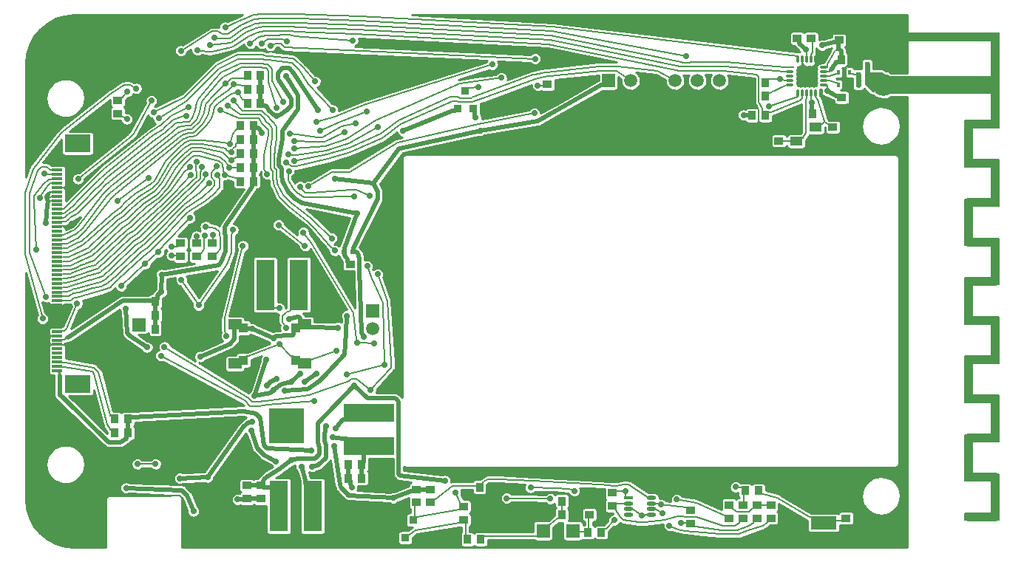
<source format=gtl>
G04 #@! TF.GenerationSoftware,KiCad,Pcbnew,(2017-02-02 revision 8dadc18)-makepkg*
G04 #@! TF.CreationDate,2017-03-26T00:07:33+03:00*
G04 #@! TF.ProjectId,Badge,42616467652E6B696361645F70636200,rev?*
G04 #@! TF.FileFunction,Copper,L1,Top,Signal*
G04 #@! TF.FilePolarity,Positive*
%FSLAX46Y46*%
G04 Gerber Fmt 4.6, Leading zero omitted, Abs format (unit mm)*
G04 Created by KiCad (PCBNEW (2017-02-02 revision 8dadc18)-makepkg) date 03/26/17 00:07:33*
%MOMM*%
%LPD*%
G01*
G04 APERTURE LIST*
%ADD10C,0.100000*%
%ADD11C,0.200000*%
%ADD12C,2.000000*%
%ADD13C,1.000000*%
%ADD14R,1.000000X1.000000*%
%ADD15R,13.000000X1.000000*%
%ADD16C,2.524000*%
%ADD17C,1.524000*%
%ADD18R,3.000000X1.500000*%
%ADD19R,2.148840X5.798820*%
%ADD20R,5.798820X2.148840*%
%ADD21R,1.099820X0.449580*%
%ADD22O,1.099820X0.449580*%
%ADD23R,1.500000X1.500000*%
%ADD24C,1.500000*%
%ADD25R,1.400000X1.000000*%
%ADD26R,0.600000X0.600000*%
%ADD27R,1.500000X1.200000*%
%ADD28R,1.000000X1.100000*%
%ADD29R,0.889000X1.016000*%
%ADD30R,1.016000X0.889000*%
%ADD31R,1.250000X0.300000*%
%ADD32R,3.000000X2.000000*%
%ADD33R,1.600000X1.600000*%
%ADD34R,1.000000X0.280000*%
%ADD35O,1.000000X0.280000*%
%ADD36O,0.280000X1.000000*%
%ADD37R,0.800000X0.800000*%
%ADD38R,1.000000X0.900000*%
%ADD39R,0.900000X1.000000*%
%ADD40R,0.914400X0.914400*%
%ADD41R,0.350000X0.600000*%
%ADD42C,0.700000*%
%ADD43C,0.500000*%
%ADD44C,0.600000*%
%ADD45C,0.250000*%
G04 APERTURE END LIST*
D10*
D11*
X208482000Y-108381400D02*
X207982000Y-108381400D01*
X207982000Y-108381400D02*
X207982000Y-107581400D01*
X207982000Y-107581400D02*
X208482000Y-107581400D01*
X211182000Y-108381400D02*
X211882000Y-108381400D01*
X211882000Y-108381400D02*
X211882000Y-103081400D01*
X211882000Y-103081400D02*
X210982000Y-103081400D01*
X210982000Y-103081400D02*
X208982000Y-103881400D01*
X208982000Y-103881400D02*
X207982000Y-103881400D01*
X207982000Y-103881400D02*
X207982000Y-102981400D01*
X207982000Y-102981400D02*
X207982000Y-99281400D01*
X207982000Y-99281400D02*
X207982000Y-98581400D01*
X207982000Y-98581400D02*
X208782000Y-98581400D01*
X211282000Y-99381400D02*
X211882000Y-99381400D01*
X211882000Y-99381400D02*
X211882000Y-98681400D01*
X211882000Y-98681400D02*
X211882000Y-94081400D01*
X211882000Y-94081400D02*
X211082000Y-94081400D01*
X209482000Y-94881400D02*
X207982000Y-94881400D01*
X207982000Y-94881400D02*
X207982000Y-93881400D01*
X207982000Y-90181400D02*
X207982000Y-89581400D01*
X207982000Y-89581400D02*
X208482000Y-89581400D01*
X208482000Y-89581400D02*
X210782000Y-90381400D01*
X210782000Y-90381400D02*
X211882000Y-90381400D01*
X211882000Y-90381400D02*
X211882000Y-89681400D01*
X211882000Y-85581400D02*
X211882000Y-85081400D01*
X211882000Y-85081400D02*
X210982000Y-85081400D01*
X208882000Y-85881400D02*
X207982000Y-85881400D01*
X207982000Y-85881400D02*
X207982000Y-84581400D01*
X207982000Y-81581400D02*
X207982000Y-80581400D01*
X207982000Y-80581400D02*
X208582000Y-80581400D01*
X210982000Y-81381400D02*
X211882000Y-81381400D01*
X211882000Y-81381400D02*
X211882000Y-80581400D01*
X211882000Y-80581400D02*
X211882000Y-76781400D01*
X211882000Y-76781400D02*
X211882000Y-76081400D01*
X211882000Y-76081400D02*
X211382000Y-76081400D01*
X211382000Y-76081400D02*
X208482000Y-76881400D01*
X208482000Y-76881400D02*
X207982000Y-76881400D01*
X207982000Y-76881400D02*
X207982000Y-75981400D01*
X207982000Y-75981400D02*
X207982000Y-72581400D01*
X207982000Y-72581400D02*
X207982000Y-71581400D01*
X207982000Y-71581400D02*
X208582000Y-71581400D01*
X208582000Y-71581400D02*
X210782000Y-72381400D01*
X210782000Y-72381400D02*
X211882000Y-72381400D01*
X211882000Y-72381400D02*
X211882000Y-71381400D01*
X211882000Y-71381400D02*
X211882000Y-67581400D01*
X211882000Y-67581400D02*
X211882000Y-67081400D01*
X211882000Y-67081400D02*
X211382000Y-67081400D01*
X208482000Y-67881400D02*
X207982000Y-67881400D01*
X207982000Y-67881400D02*
X207982000Y-67281400D01*
X207982000Y-67281400D02*
X207982000Y-63081400D01*
X207982000Y-63081400D02*
X207982000Y-62581400D01*
X207982000Y-62581400D02*
X208582000Y-62581400D01*
X210982000Y-63381400D02*
X211882000Y-63381400D01*
X211882000Y-63381400D02*
X211882000Y-62681400D01*
X211882000Y-62681400D02*
X211882000Y-53081400D01*
X211882000Y-53081400D02*
X211882000Y-52581400D01*
X211882000Y-52581400D02*
X211382000Y-52581400D01*
D12*
X198682000Y-58481400D02*
X210982000Y-58481400D01*
D13*
X208382000Y-62981400D02*
X208382000Y-67481400D01*
X208382000Y-67481400D02*
X211482000Y-67481400D01*
X211482000Y-67481400D02*
X211482000Y-71981400D01*
X211482000Y-71981400D02*
X208382000Y-71981400D01*
X208382000Y-71981400D02*
X208382000Y-76481400D01*
X208482000Y-76481400D02*
X211482000Y-76481400D01*
X211482000Y-76481400D02*
X211482000Y-80981400D01*
X211482000Y-80981400D02*
X208482000Y-80981400D01*
X208382000Y-80981400D02*
X208382000Y-85481400D01*
X208382000Y-85481400D02*
X211482000Y-85481400D01*
X211482000Y-85481400D02*
X211482000Y-89981400D01*
X211482000Y-89981400D02*
X208382000Y-89981400D01*
X208382000Y-89981400D02*
X208382000Y-94481400D01*
X208382000Y-94481400D02*
X211482000Y-94481400D01*
X211482000Y-94481400D02*
X211482000Y-98981400D01*
X211482000Y-98981400D02*
X208382000Y-98981400D01*
X208382000Y-98981400D02*
X208382000Y-103481400D01*
X208382000Y-103481400D02*
X211482000Y-103481400D01*
X211482000Y-103481400D02*
X211482000Y-107981400D01*
X211482000Y-107981400D02*
X208382000Y-107981400D01*
X211482000Y-52981400D02*
X211482000Y-57981400D01*
X211482000Y-58981400D02*
X211482000Y-62981400D01*
X211482000Y-62981400D02*
X208382000Y-62981400D01*
D14*
X131802000Y-96085700D03*
X131802000Y-97085700D03*
X131802000Y-98085700D03*
X131802000Y-99085700D03*
X130802000Y-96085700D03*
X130802000Y-97085700D03*
X130802000Y-98085700D03*
X130802000Y-99085700D03*
X129802000Y-96085700D03*
X129802000Y-97085700D03*
X129802000Y-98085700D03*
X129802000Y-99085700D03*
X128802000Y-96085700D03*
X128802000Y-97085700D03*
X128802000Y-98085700D03*
X128802000Y-99085700D03*
D15*
X205482000Y-52981400D03*
D16*
X198682000Y-58481400D03*
D17*
X198682000Y-52981400D03*
D18*
X191800000Y-108700000D03*
X191800000Y-105700000D03*
D19*
X129451680Y-106775000D03*
X133302320Y-106775000D03*
X131725320Y-81400000D03*
X127874680Y-81400000D03*
D20*
X139777000Y-99900320D03*
X139777000Y-96049680D03*
D21*
X169499520Y-105824640D03*
D22*
X169499520Y-106474880D03*
X169499520Y-107125120D03*
X172100480Y-105824640D03*
X172100480Y-107775360D03*
X172100480Y-107125120D03*
X169499520Y-107775360D03*
X172100480Y-106474880D03*
D23*
X140200000Y-84400000D03*
D24*
X140200000Y-86400000D03*
D23*
X113400000Y-86000000D03*
D25*
X188684000Y-64945800D03*
X190884000Y-64945800D03*
X190884000Y-63345800D03*
X188684000Y-63345800D03*
D26*
X196800000Y-55100000D03*
X196800000Y-56100000D03*
X195800000Y-58500000D03*
X195800000Y-59500000D03*
D27*
X124400000Y-90450000D03*
X124400000Y-85950000D03*
X132400000Y-90450000D03*
X132400000Y-85950000D03*
D28*
X131400000Y-90050000D03*
X131400000Y-86350000D03*
X125400000Y-90050000D03*
X125400000Y-86350000D03*
D29*
X152438000Y-104600000D03*
X153962000Y-104600000D03*
D30*
X194400000Y-108162000D03*
X194400000Y-106638000D03*
D29*
X182838000Y-105000000D03*
X184362000Y-105000000D03*
X195362000Y-55623600D03*
X193838000Y-55623600D03*
D30*
X188800000Y-53162000D03*
X188800000Y-51638000D03*
D29*
X183638000Y-58200000D03*
X185162000Y-58200000D03*
X190562000Y-61800000D03*
X189038000Y-61800000D03*
X166362000Y-109800000D03*
X164838000Y-109800000D03*
D30*
X181000000Y-106638000D03*
X181000000Y-108162000D03*
X193600000Y-53362000D03*
X193600000Y-51838000D03*
D29*
X163362000Y-107800000D03*
X161838000Y-107800000D03*
X185162000Y-59800000D03*
X183638000Y-59800000D03*
D30*
X192873000Y-64860100D03*
X192873000Y-63336100D03*
X186695000Y-63367800D03*
X186695000Y-64891800D03*
X193900000Y-59938000D03*
X193900000Y-61462000D03*
X150600000Y-108362000D03*
X150600000Y-106838000D03*
D29*
X116837000Y-83285700D03*
X115313000Y-83285700D03*
X116837000Y-84885700D03*
X115313000Y-84885700D03*
D30*
X127377000Y-105937000D03*
X127377000Y-104413000D03*
D29*
X138939000Y-101975000D03*
X137415000Y-101975000D03*
D30*
X125777000Y-105937000D03*
X125777000Y-104413000D03*
D29*
X137415000Y-103575000D03*
X138939000Y-103575000D03*
D30*
X137600000Y-80562000D03*
X137600000Y-79038000D03*
X160200000Y-59962000D03*
X160200000Y-58438000D03*
D29*
X115313000Y-86485700D03*
X116837000Y-86485700D03*
D31*
X104066000Y-91242400D03*
X104066000Y-90742400D03*
X104066000Y-90242400D03*
X104066000Y-89742400D03*
X104066000Y-89242400D03*
X104066000Y-88742400D03*
X104066000Y-88242400D03*
X104066000Y-87742400D03*
X104066000Y-87242400D03*
X104066000Y-86742400D03*
X104066000Y-86242400D03*
X104066000Y-85742400D03*
X104066000Y-85242400D03*
X104066000Y-84742400D03*
X104066000Y-84242400D03*
X104066000Y-83742400D03*
X104066000Y-83242400D03*
X104066000Y-82742400D03*
X104066000Y-82242400D03*
X104066000Y-81742400D03*
X104066000Y-81242400D03*
X104066000Y-80742400D03*
X104066000Y-80242400D03*
X104066000Y-79742400D03*
X104066000Y-79242400D03*
X104066000Y-78742400D03*
X104066000Y-78242400D03*
X104066000Y-77742400D03*
X104066000Y-77242400D03*
X104066000Y-76742400D03*
X104066000Y-76242400D03*
X104066000Y-75742400D03*
X104066000Y-75242400D03*
X104066000Y-74742400D03*
X104066000Y-74242400D03*
X104066000Y-73742400D03*
X104066000Y-73242400D03*
X104066000Y-72742400D03*
X104066000Y-72242400D03*
X104066000Y-71742400D03*
X104066000Y-71242400D03*
X104066000Y-70742400D03*
X104066000Y-70242400D03*
X104066000Y-69742400D03*
X104066000Y-69242400D03*
X104066000Y-68742400D03*
X104066000Y-68242400D03*
X104066000Y-67742400D03*
X104066000Y-67242400D03*
X104066000Y-66742400D03*
D32*
X106391000Y-92782400D03*
X106391000Y-65202400D03*
D23*
X167200000Y-58000000D03*
D24*
X169740000Y-58000000D03*
X172280000Y-58000000D03*
X174820000Y-58000000D03*
X177360000Y-58000000D03*
X179900000Y-58000000D03*
D33*
X163100000Y-109600000D03*
X159700000Y-109600000D03*
D34*
X187950000Y-56500000D03*
D35*
X187950000Y-57000000D03*
X187950000Y-57500000D03*
X187950000Y-58000000D03*
X187950000Y-58500000D03*
D36*
X188900000Y-59450000D03*
X189400000Y-59450000D03*
X189900000Y-59450000D03*
X190400000Y-59450000D03*
X190900000Y-59450000D03*
D35*
X191850000Y-58500000D03*
X191850000Y-58000000D03*
X191850000Y-57500000D03*
X191850000Y-57000000D03*
X191850000Y-56500000D03*
D36*
X190900000Y-55550000D03*
X190400000Y-55550000D03*
X189900000Y-55550000D03*
X189400000Y-55550000D03*
X188900000Y-55550000D03*
D37*
X189900000Y-57500000D03*
X190700000Y-57500000D03*
X189900000Y-56700000D03*
X190700000Y-56700000D03*
X189100000Y-56700000D03*
X189100000Y-57500000D03*
X189100000Y-58300000D03*
X189900000Y-58300000D03*
X190700000Y-58300000D03*
D38*
X184200000Y-106650000D03*
X184200000Y-108150000D03*
X176600000Y-107250000D03*
X176600000Y-108750000D03*
X146800000Y-106350000D03*
X146800000Y-104850000D03*
D39*
X183650000Y-62000000D03*
X185150000Y-62000000D03*
D38*
X167600000Y-105250000D03*
X167600000Y-106750000D03*
X165000000Y-107750000D03*
X165000000Y-106250000D03*
D39*
X163350000Y-106200000D03*
X161850000Y-106200000D03*
X151050000Y-110600000D03*
X152550000Y-110600000D03*
D38*
X145200000Y-106350000D03*
X145200000Y-104850000D03*
X121800000Y-76650000D03*
X121800000Y-78150000D03*
X120000000Y-78150000D03*
X120000000Y-76650000D03*
X118200000Y-76650000D03*
X118200000Y-78150000D03*
X190400000Y-51650000D03*
X190400000Y-53150000D03*
X182600000Y-106650000D03*
X182600000Y-108150000D03*
X185800000Y-108150000D03*
X185800000Y-106650000D03*
D39*
X110650000Y-98400000D03*
X112150000Y-98400000D03*
X112150000Y-96800000D03*
X110650000Y-96800000D03*
X125850000Y-57400000D03*
X127350000Y-57400000D03*
X125850000Y-59000000D03*
X127350000Y-59000000D03*
X125850000Y-60600000D03*
X127350000Y-60600000D03*
X125044000Y-63159500D03*
X126544000Y-63159500D03*
X126544000Y-64759500D03*
X125044000Y-64759500D03*
X126544000Y-67959500D03*
X125044000Y-67959500D03*
X125044000Y-69559500D03*
X126544000Y-69559500D03*
D38*
X111000000Y-61750000D03*
X111000000Y-60250000D03*
D39*
X126544000Y-66359500D03*
X125044000Y-66359500D03*
D40*
X151689000Y-61216000D03*
X149911000Y-61216000D03*
X150800000Y-59184000D03*
D26*
X196800000Y-57300000D03*
X195800000Y-57300000D03*
X136900000Y-77600000D03*
X137900000Y-77600000D03*
D41*
X194806000Y-57055700D03*
X194156000Y-57055700D03*
X193506000Y-57055700D03*
X193506000Y-58455700D03*
X194156000Y-58455700D03*
X194806000Y-58455700D03*
D40*
X145689000Y-110416000D03*
X143911000Y-110416000D03*
X144800000Y-108384000D03*
D42*
X201150000Y-111150000D03*
X201150000Y-108450000D03*
X201150000Y-105750000D03*
X201150000Y-103050000D03*
X201150000Y-100350000D03*
X201150000Y-97650000D03*
X201150000Y-94950000D03*
X201150000Y-92250000D03*
X201150000Y-89550000D03*
X201150000Y-86850000D03*
X201150000Y-84150000D03*
X201150000Y-81450000D03*
X201150000Y-78750000D03*
X201150000Y-76050000D03*
X201150000Y-73350000D03*
X201150000Y-70650000D03*
X201150000Y-67950000D03*
X201150000Y-65250000D03*
X201150000Y-62550000D03*
X201150000Y-54450000D03*
X201150000Y-51750000D03*
X164350000Y-61850000D03*
X167050000Y-61850000D03*
X169750000Y-61850000D03*
X172450000Y-61850000D03*
X175150000Y-61850000D03*
X177850000Y-61850000D03*
X180550000Y-61850000D03*
X164350000Y-64550000D03*
X167050000Y-64550000D03*
X169750000Y-64550000D03*
X172450000Y-64550000D03*
X175150000Y-64550000D03*
X177850000Y-64550000D03*
X180550000Y-64550000D03*
X168350000Y-51350000D03*
X171050000Y-51350000D03*
X173750000Y-51350000D03*
X176450000Y-51350000D03*
X179150000Y-51350000D03*
X181850000Y-51350000D03*
X184550000Y-51350000D03*
X136850000Y-56850000D03*
X139550000Y-56850000D03*
X136850000Y-59550000D03*
X139550000Y-59550000D03*
X143350000Y-56850000D03*
X146050000Y-56850000D03*
X141850000Y-72850000D03*
X141850000Y-75550000D03*
X112850000Y-54350000D03*
X113850000Y-51350000D03*
X103350000Y-53350000D03*
X106350000Y-56850000D03*
X107850000Y-62850000D03*
X100850000Y-65850000D03*
X101350000Y-86350000D03*
X101350000Y-89050000D03*
X101350000Y-91750000D03*
X101350000Y-94450000D03*
X101350000Y-97150000D03*
X101350000Y-99850000D03*
X101350000Y-102550000D03*
X101350000Y-105250000D03*
X103350000Y-105850000D03*
X106050000Y-105850000D03*
X103350000Y-108550000D03*
X106050000Y-108550000D03*
X103350000Y-97350000D03*
X111350000Y-94850000D03*
X114266400Y-94826300D03*
X116750000Y-93850000D03*
X114350000Y-97850000D03*
X107350000Y-95350000D03*
X110350000Y-101350000D03*
X116850000Y-100850000D03*
X122350000Y-104350000D03*
X124850000Y-101350000D03*
X125850000Y-107850000D03*
X125350000Y-83350000D03*
X127652300Y-73141100D03*
X125162100Y-73825200D03*
X121112100Y-73195800D03*
X123410800Y-72621200D03*
X127023000Y-75987100D03*
X135314600Y-73962100D03*
X130826700Y-77738400D03*
X121248900Y-80912800D03*
X123366500Y-80674500D03*
X121850400Y-83630100D03*
X117814900Y-92554900D03*
X115865400Y-95002100D03*
X138221900Y-106823300D03*
X140921900Y-106823300D03*
X139798000Y-108026100D03*
X121299000Y-110473300D03*
X123999000Y-110473300D03*
X126699000Y-110473300D03*
X129399000Y-110473300D03*
X132099000Y-110473300D03*
X134799000Y-110473300D03*
X137499000Y-110473300D03*
X140199000Y-110473300D03*
X140461700Y-103836900D03*
X125737100Y-102717000D03*
X153777800Y-109104700D03*
X148218000Y-110597700D03*
X154066400Y-111261400D03*
X156766400Y-111261400D03*
X159466400Y-111261400D03*
X162166400Y-111261400D03*
X164866400Y-111261400D03*
X167566400Y-111261400D03*
X170266400Y-111261400D03*
X172966400Y-111261400D03*
X175666400Y-111261400D03*
X178366400Y-111261400D03*
X181066400Y-111261400D03*
X183766400Y-111261400D03*
X186466400Y-111261400D03*
X189166400Y-111261400D03*
X191866400Y-111261400D03*
X194566400Y-111261400D03*
X197266400Y-111261400D03*
X176581100Y-103023800D03*
X179281100Y-103023800D03*
X181981100Y-103023800D03*
X184681100Y-103023800D03*
X187381100Y-103023800D03*
X190081100Y-103023800D03*
X192781100Y-103023800D03*
X195481100Y-103023800D03*
X198181100Y-103023800D03*
X188019700Y-108113700D03*
X174173000Y-104829900D03*
X176873000Y-104829900D03*
X188348100Y-105596100D03*
X120595000Y-95009400D03*
X122594900Y-91123300D03*
X129744600Y-79301100D03*
X129744600Y-82001100D03*
X127469800Y-85584000D03*
X195000000Y-51500000D03*
X192000000Y-51000000D03*
X187500000Y-52000000D03*
X182500000Y-58000000D03*
X184887900Y-63701900D03*
X187802900Y-62314000D03*
X195226900Y-61534000D03*
X194345500Y-64940600D03*
X191177000Y-66131800D03*
X193011400Y-66108000D03*
X116445300Y-51361700D03*
X115182700Y-52505200D03*
X116350000Y-55387700D03*
X113658000Y-56483600D03*
X108107300Y-52767200D03*
X108012100Y-54411000D03*
X108059700Y-56269200D03*
X108059700Y-58127400D03*
X109770700Y-61064400D03*
X106630300Y-68132900D03*
X108131200Y-87429300D03*
X109679600Y-86285800D03*
X106701800Y-89644800D03*
X110706400Y-94248800D03*
X113205400Y-99983800D03*
X112895700Y-94885800D03*
X119089600Y-101317900D03*
X137576000Y-82212100D03*
X135717800Y-108155000D03*
X155204800Y-104557800D03*
X156355100Y-109523400D03*
X142364400Y-110823100D03*
X142316700Y-107083000D03*
X146581000Y-111299600D03*
X189509500Y-106201500D03*
X194250200Y-105010400D03*
X195774800Y-106773300D03*
X195751000Y-108345600D03*
X195846300Y-109846400D03*
X194440800Y-109846400D03*
X192534900Y-110132300D03*
X190819700Y-110227600D03*
X189080700Y-109965500D03*
X188713500Y-109062700D03*
X187079500Y-105248600D03*
X188866200Y-103890700D03*
X191462900Y-104009800D03*
X193630800Y-103914600D03*
X197500000Y-51500000D03*
X197000000Y-52500000D03*
X199000000Y-55000000D03*
X198000000Y-55500000D03*
X130895100Y-101502400D03*
X138047000Y-92939100D03*
X116012000Y-80237000D03*
X186791000Y-57785800D03*
X190439000Y-60521600D03*
X192259000Y-59190100D03*
X182650000Y-61950100D03*
X152557000Y-63708200D03*
X151969000Y-62223500D03*
X116002000Y-82238300D03*
X148452000Y-103851000D03*
X189774000Y-54447100D03*
X191652000Y-53945600D03*
X102791000Y-74340100D03*
X129170000Y-62086500D03*
X133880000Y-61371700D03*
X135832000Y-69218800D03*
X127472000Y-63959500D03*
X139124000Y-87330400D03*
X131199000Y-64898400D03*
X136932000Y-63940300D03*
X143676000Y-63769400D03*
X185539000Y-60904000D03*
X118224000Y-54578000D03*
X176080000Y-55157600D03*
X124004000Y-66172100D03*
X124284000Y-60263200D03*
X135508000Y-76071400D03*
X181756000Y-104578000D03*
X112049000Y-62402100D03*
X138382000Y-88021900D03*
X140320000Y-88149900D03*
X132238000Y-75397000D03*
X116331000Y-88543300D03*
X139938000Y-93456200D03*
X115694000Y-62341500D03*
X135565000Y-61356800D03*
X140731000Y-80186900D03*
X137176000Y-91670400D03*
X141561000Y-90575000D03*
X115116000Y-61634600D03*
X115932000Y-89535300D03*
X133486700Y-94755600D03*
X133600000Y-58087700D03*
X139558000Y-79257100D03*
X119292000Y-67891600D03*
X123791000Y-68005400D03*
X124046000Y-67090700D03*
X126645800Y-94133400D03*
X128844300Y-93459400D03*
X130844300Y-92498000D03*
X131853200Y-91555400D03*
X128012200Y-89967700D03*
X129126600Y-101645900D03*
X126290000Y-98080400D03*
X133241100Y-102249200D03*
X134818600Y-97600300D03*
X128101600Y-92935400D03*
X129192700Y-92204200D03*
X137237000Y-84967600D03*
X130062500Y-93517100D03*
X123837000Y-65254100D03*
X124759000Y-59367500D03*
X124293000Y-58439700D03*
X123362000Y-58318400D03*
X126392100Y-97077300D03*
X118100000Y-103580000D03*
X121258000Y-103466000D03*
X175469000Y-108704000D03*
X173368000Y-107613000D03*
X135774500Y-99865400D03*
X142542000Y-105851000D03*
X123452000Y-87280200D03*
X125310000Y-76940800D03*
X117150000Y-77009200D03*
X117140000Y-78020100D03*
X120926000Y-75732900D03*
X120012000Y-75849000D03*
X121869000Y-75642000D03*
X121048000Y-74725700D03*
X120253000Y-83750100D03*
X118283000Y-80849900D03*
X124180000Y-75102100D03*
X114354000Y-88557600D03*
X111934000Y-84118000D03*
X123552000Y-60835100D03*
X135854000Y-77473200D03*
X149638000Y-105195000D03*
X120104000Y-54497600D03*
X110960000Y-71820900D03*
X114496000Y-69187700D03*
X132028900Y-102236300D03*
X135970700Y-97887200D03*
X135582400Y-98889400D03*
X130245000Y-86323700D03*
X122087000Y-53088300D03*
X121512000Y-53920700D03*
X123293000Y-51884500D03*
X113098000Y-58897800D03*
X102389000Y-85283400D03*
X114845000Y-60300500D03*
X106450000Y-69256900D03*
X106335000Y-83552700D03*
X122774000Y-61371800D03*
X128090000Y-68708000D03*
X126158000Y-53733200D03*
X137897000Y-53383100D03*
X128467000Y-54006600D03*
X158787000Y-55491600D03*
X119993000Y-67261400D03*
X120604000Y-67923700D03*
X121066000Y-68770600D03*
X121427000Y-69773100D03*
X122304000Y-67844700D03*
X122366000Y-68844600D03*
X129956000Y-60472000D03*
X129160000Y-61074100D03*
X133708000Y-62752900D03*
X153892000Y-56155700D03*
X134131000Y-63738100D03*
X139472000Y-61566500D03*
X131200000Y-67188800D03*
X130297000Y-67343200D03*
X132823000Y-70129100D03*
X158701000Y-61743000D03*
X130533000Y-66443100D03*
X140789000Y-63300000D03*
X131182000Y-65807300D03*
X154915000Y-57681800D03*
X130728000Y-64090000D03*
X138251000Y-62930000D03*
X123268000Y-68779700D03*
X119362000Y-68799300D03*
X119132000Y-61066300D03*
X118873000Y-62008900D03*
X102790000Y-82782700D03*
X102106000Y-71477000D03*
X101651000Y-77364200D03*
X102551000Y-68637300D03*
X113248000Y-101946000D03*
X115310000Y-101950000D03*
X129499000Y-84078000D03*
X136058000Y-88993000D03*
X129498400Y-88207100D03*
X152306000Y-58785300D03*
X159076000Y-58562900D03*
X112074000Y-59247700D03*
X174986000Y-106026000D03*
X169157000Y-105050000D03*
X167831000Y-108393000D03*
X173214000Y-106602000D03*
X171000000Y-107882000D03*
X174171000Y-109028000D03*
X133183300Y-100438200D03*
X158264000Y-104651000D03*
X163277000Y-105040000D03*
X129399000Y-74538300D03*
X132424000Y-76931900D03*
X155538000Y-105878000D03*
X160535000Y-105931000D03*
X105241000Y-67450100D03*
X112058000Y-63735000D03*
X109850000Y-61944600D03*
X105752000Y-74383600D03*
X195124000Y-54565500D03*
X119543000Y-56898900D03*
X115709000Y-59848800D03*
X129375000Y-54459000D03*
X173303000Y-60378900D03*
X131223000Y-69075400D03*
X137214000Y-67707700D03*
X121743000Y-109207000D03*
X118327000Y-59206500D03*
X161258000Y-59392000D03*
X161258000Y-60292400D03*
X158988000Y-56469000D03*
X159965000Y-54568300D03*
X117884000Y-83655700D03*
X116645000Y-87548400D03*
X109330000Y-88776600D03*
X105341000Y-71127300D03*
X124752000Y-76069200D03*
X146696000Y-110101000D03*
X151758000Y-108718000D03*
X167844000Y-103783000D03*
X164338000Y-104996000D03*
X153550000Y-64750000D03*
X154750000Y-64750000D03*
X155950000Y-64750000D03*
X157150000Y-64750000D03*
X158350000Y-64750000D03*
X157793000Y-106612000D03*
X156599000Y-107550000D03*
X111950000Y-104699000D03*
X119648000Y-107350000D03*
X137782000Y-104633000D03*
X126400100Y-86441900D03*
X128820900Y-87492800D03*
X124719000Y-106028000D03*
X132352800Y-92489400D03*
X133730500Y-91568600D03*
X130597000Y-85320300D03*
X136199600Y-86318800D03*
X120430000Y-89650100D03*
X111368000Y-81539700D03*
X138368000Y-73210600D03*
X130250000Y-57467600D03*
X127448000Y-53736800D03*
X130350000Y-53474000D03*
X114120000Y-78986600D03*
X119256000Y-73725000D03*
X131878000Y-70134300D03*
X139877000Y-71165800D03*
X130591000Y-68424400D03*
X138041000Y-71300400D03*
X115663000Y-77644400D03*
D43*
X137976600Y-93009600D02*
X138047000Y-92939100D01*
X133918500Y-97227500D02*
X137976600Y-93009600D01*
X133882200Y-98279900D02*
X133918500Y-97227500D01*
X133882200Y-99498900D02*
X133882200Y-98279900D01*
X134080400Y-100066600D02*
X133882200Y-99498900D01*
X134080400Y-100809800D02*
X134080400Y-100066600D01*
X133554900Y-101335300D02*
X134080400Y-100809800D01*
X131656100Y-101336200D02*
X133554900Y-101335300D01*
X130895100Y-101502400D02*
X131656100Y-101336200D01*
X102861700Y-71252400D02*
X102861700Y-71343100D01*
X103031500Y-71082600D02*
X102861700Y-71252400D01*
X103041000Y-71026700D02*
X103031500Y-71082600D01*
D11*
X103069000Y-71843600D02*
X102991000Y-71843600D01*
X103316700Y-71792400D02*
X103069000Y-71843600D01*
X103441000Y-71792400D02*
X103316700Y-71792400D01*
X103541000Y-71792400D02*
X103441000Y-71792400D01*
X104066000Y-71742400D02*
X103541000Y-71792400D01*
D43*
X102991000Y-71843600D02*
X102861700Y-71343100D01*
X129499400Y-102546000D02*
X130895100Y-101502400D01*
X128149400Y-103325500D02*
X129499400Y-102546000D01*
X127827200Y-103647700D02*
X128149400Y-103325500D01*
X127635000Y-103864900D02*
X127827200Y-103647700D01*
X127635000Y-103968500D02*
X127635000Y-103864900D01*
X127635000Y-104218500D02*
X127635000Y-103968500D01*
X127377000Y-104413000D02*
X127635000Y-104218500D01*
D11*
X103541000Y-71292400D02*
X104066000Y-71242400D01*
X103441000Y-71292400D02*
X103541000Y-71292400D01*
X103358200Y-71292400D02*
X103441000Y-71292400D01*
X103320300Y-71301000D02*
X103358200Y-71292400D01*
X103277000Y-71343100D02*
X103320300Y-71301000D01*
X103180300Y-71363100D02*
X103277000Y-71343100D01*
X102901700Y-71363100D02*
X103180300Y-71363100D01*
X102861700Y-71343100D02*
X102901700Y-71363100D01*
D43*
X128627300Y-104607500D02*
X129451700Y-106775000D01*
X128377300Y-104607500D02*
X128627300Y-104607500D01*
X127885000Y-104607500D02*
X128377300Y-104607500D01*
X127635000Y-104607500D02*
X127885000Y-104607500D01*
X127377000Y-104413000D02*
X127635000Y-104607500D01*
D11*
X103541000Y-71207700D02*
X104066000Y-71242400D01*
X103441000Y-71207700D02*
X103541000Y-71207700D01*
X103541000Y-71207700D02*
X103441000Y-71207700D01*
X103856400Y-71228600D02*
X103541000Y-71207700D01*
X103961200Y-71235500D02*
X103856400Y-71228600D01*
X103961200Y-71235500D02*
X104066000Y-71242400D01*
X103541000Y-71207700D02*
X103441000Y-71207700D01*
X103961200Y-71235500D02*
X103856400Y-71228600D01*
D43*
X193828000Y-55365600D02*
X193838000Y-55623600D01*
X193828000Y-55115600D02*
X193828000Y-55365600D01*
X193828000Y-54574000D02*
X193828000Y-55115600D01*
X193560000Y-54306100D02*
X193828000Y-54574000D01*
X126035000Y-104413000D02*
X125777000Y-104413000D01*
X126285000Y-104413000D02*
X126035000Y-104413000D01*
X126869000Y-104413000D02*
X126285000Y-104413000D01*
D11*
X104857000Y-87692500D02*
X105281200Y-87409300D01*
X104691000Y-87692500D02*
X104857000Y-87692500D01*
X104591000Y-87692500D02*
X104691000Y-87692500D01*
X104066000Y-87742400D02*
X104591000Y-87692500D01*
D43*
X127350000Y-58750000D02*
X127350000Y-59000000D01*
X127350000Y-58500000D02*
X127350000Y-58750000D01*
X127350000Y-57900000D02*
X127350000Y-58500000D01*
X127350000Y-57650000D02*
X127350000Y-57900000D01*
X127350000Y-57400000D02*
X127350000Y-57650000D01*
D11*
X185648000Y-57792000D02*
X186791000Y-57785800D01*
X185606000Y-57792000D02*
X185648000Y-57792000D01*
X185506000Y-57792000D02*
X185606000Y-57792000D01*
X185162000Y-58200000D02*
X185506000Y-57792000D01*
X189900000Y-54982900D02*
X189774000Y-54447100D01*
X189900000Y-55190000D02*
X189900000Y-54982900D01*
X189900000Y-55550000D02*
X189900000Y-55190000D01*
D43*
X126544000Y-64509500D02*
X126544000Y-64759500D01*
X126544000Y-64259500D02*
X126544000Y-64509500D01*
X126544000Y-63659500D02*
X126544000Y-64259500D01*
X126544000Y-63409500D02*
X126544000Y-63659500D01*
X126544000Y-63159500D02*
X126544000Y-63409500D01*
X126544000Y-68209500D02*
X126544000Y-67959500D01*
X126544000Y-68459500D02*
X126544000Y-68209500D01*
X126544000Y-69059500D02*
X126544000Y-68459500D01*
X126544000Y-69309500D02*
X126544000Y-69059500D01*
X126544000Y-69559500D02*
X126544000Y-69309500D01*
X189058000Y-53356500D02*
X188800000Y-53162000D01*
X189058000Y-53606500D02*
X189058000Y-53356500D01*
X189058000Y-53710100D02*
X189058000Y-53606500D01*
X189774000Y-54447100D02*
X189058000Y-53710100D01*
D11*
X104066000Y-71242400D02*
X103961200Y-71235500D01*
X192210000Y-58500000D02*
X192259000Y-59190100D01*
X191850000Y-58500000D02*
X192210000Y-58500000D01*
D43*
X193288000Y-59743500D02*
X192259000Y-59190100D01*
X193392000Y-59743500D02*
X193288000Y-59743500D01*
X193642000Y-59743500D02*
X193392000Y-59743500D01*
X193900000Y-59938000D02*
X193642000Y-59743500D01*
X183450000Y-61950100D02*
X183650000Y-62000000D01*
X183200000Y-61950100D02*
X183450000Y-61950100D01*
X182650000Y-61950100D02*
X183200000Y-61950100D01*
X127350000Y-60350000D02*
X127350000Y-60600000D01*
X127350000Y-60100000D02*
X127350000Y-60350000D01*
X127350000Y-59500000D02*
X127350000Y-60100000D01*
X127350000Y-59250000D02*
X127350000Y-59500000D01*
X127350000Y-59000000D02*
X127350000Y-59250000D01*
X126544000Y-66109500D02*
X126544000Y-66359500D01*
X126544000Y-65859500D02*
X126544000Y-66109500D01*
X126544000Y-65259500D02*
X126544000Y-65859500D01*
X126544000Y-65009500D02*
X126544000Y-65259500D01*
X126544000Y-64759500D02*
X126544000Y-65009500D01*
X115313000Y-86227700D02*
X115313000Y-86485700D01*
X115313000Y-85977700D02*
X115313000Y-86227700D01*
X115313000Y-85393700D02*
X115313000Y-85977700D01*
X115313000Y-85143700D02*
X115313000Y-85393700D01*
X115313000Y-84885700D02*
X115313000Y-85143700D01*
X115508000Y-83027700D02*
X115313000Y-83285700D01*
X115508000Y-82777700D02*
X115508000Y-83027700D01*
X115508000Y-82674100D02*
X115508000Y-82777700D01*
X115654000Y-82527700D02*
X115508000Y-82674100D01*
X116002000Y-82238300D02*
X115654000Y-82527700D01*
X115313000Y-84627700D02*
X115313000Y-84885700D01*
X115313000Y-84377700D02*
X115313000Y-84627700D01*
X115313000Y-83793700D02*
X115313000Y-84377700D01*
X115313000Y-83543700D02*
X115313000Y-83793700D01*
X115313000Y-83285700D02*
X115313000Y-83543700D01*
X116002000Y-82238300D02*
X116012000Y-80237000D01*
X126544000Y-66609500D02*
X126544000Y-66359500D01*
X126544000Y-66859500D02*
X126544000Y-66609500D01*
X126544000Y-67459500D02*
X126544000Y-66859500D01*
X126544000Y-67709500D02*
X126544000Y-67459500D01*
X126544000Y-67959500D02*
X126544000Y-67709500D01*
D11*
X187383000Y-58000000D02*
X186791000Y-57785800D01*
X187590000Y-58000000D02*
X187383000Y-58000000D01*
X187950000Y-58000000D02*
X187590000Y-58000000D01*
D43*
X111561000Y-83217900D02*
X105281200Y-87409300D01*
X114868000Y-83217900D02*
X111561000Y-83217900D01*
X115118000Y-83217900D02*
X114868000Y-83217900D01*
X115313000Y-83285700D02*
X115118000Y-83217900D01*
X151896000Y-61776800D02*
X151969000Y-62223500D01*
X151896000Y-61673200D02*
X151896000Y-61776800D01*
X151896000Y-61423200D02*
X151896000Y-61673200D01*
X151689000Y-61216000D02*
X151896000Y-61423200D01*
X127244000Y-63555900D02*
X127472000Y-63959500D01*
X127098000Y-63409500D02*
X127244000Y-63555900D01*
X126994000Y-63409500D02*
X127098000Y-63409500D01*
X126744000Y-63409500D02*
X126994000Y-63409500D01*
X126544000Y-63159500D02*
X126744000Y-63409500D01*
X192835600Y-56576800D02*
X192710000Y-56707100D01*
X192835600Y-56550500D02*
X192835600Y-56576800D01*
X192921000Y-56372200D02*
X192835600Y-56550500D01*
X193144000Y-56028000D02*
X192921000Y-56372200D01*
X193290000Y-55881600D02*
X193144000Y-56028000D01*
X193394000Y-55881600D02*
X193290000Y-55881600D01*
X193644000Y-55881600D02*
X193394000Y-55881600D01*
X193838000Y-55623600D02*
X193644000Y-55881600D01*
D11*
X103275000Y-70792300D02*
X103041000Y-71026700D01*
X103441000Y-70792300D02*
X103275000Y-70792300D01*
X103541000Y-70792300D02*
X103441000Y-70792300D01*
X104066000Y-70742400D02*
X103541000Y-70792300D01*
D43*
X193342000Y-53556500D02*
X193600000Y-53362000D01*
X193092000Y-53556500D02*
X193342000Y-53556500D01*
X192988000Y-53556500D02*
X193092000Y-53556500D01*
X191652000Y-53945600D02*
X192988000Y-53556500D01*
X193560000Y-53806500D02*
X193560000Y-54306100D01*
X193560000Y-53556500D02*
X193560000Y-53806500D01*
X193600000Y-53362000D02*
X193560000Y-53556500D01*
X190439000Y-61542000D02*
X190562000Y-61800000D01*
X190439000Y-61292000D02*
X190439000Y-61542000D01*
X190439000Y-60521600D02*
X190439000Y-61292000D01*
X137950000Y-77550000D02*
X137900000Y-77600000D01*
X137950000Y-77300000D02*
X137950000Y-77550000D01*
X137950000Y-77196400D02*
X137950000Y-77300000D01*
X140777000Y-71538600D02*
X137950000Y-77196400D01*
X140777000Y-70793000D02*
X140777000Y-71538600D01*
X140263000Y-69784100D02*
X140777000Y-70793000D01*
D11*
X192417000Y-57000000D02*
X192710000Y-56707100D01*
X192210000Y-57000000D02*
X192417000Y-57000000D01*
X191850000Y-57000000D02*
X192210000Y-57000000D01*
D43*
X102891000Y-72164500D02*
X102991000Y-71843600D01*
X102791000Y-74340100D02*
X102891000Y-72164500D01*
D11*
X193075000Y-54615200D02*
X193560000Y-54306100D01*
X193026000Y-54754200D02*
X193075000Y-54615200D01*
X192967000Y-54923900D02*
X193026000Y-54754200D01*
X192273000Y-56145100D02*
X192967000Y-54923900D01*
X192210000Y-56500000D02*
X192273000Y-56145100D01*
X191850000Y-56500000D02*
X192210000Y-56500000D01*
D43*
X138906000Y-86944600D02*
X139124000Y-87330400D01*
X138900000Y-86929900D02*
X138906000Y-86944600D01*
X138658000Y-79629900D02*
X138900000Y-86929900D01*
X138658000Y-78365600D02*
X138658000Y-79629900D01*
X138450000Y-77796400D02*
X138658000Y-78365600D01*
X138304000Y-77650000D02*
X138450000Y-77796400D01*
X138200000Y-77650000D02*
X138304000Y-77650000D01*
X137950000Y-77650000D02*
X138200000Y-77650000D01*
X137900000Y-77600000D02*
X137950000Y-77650000D01*
X159074000Y-62643100D02*
X152557000Y-63708200D01*
X161631000Y-61192500D02*
X159074000Y-62643100D01*
X166346000Y-58500000D02*
X161631000Y-61192500D01*
X166450000Y-58500000D02*
X166346000Y-58500000D01*
X166700000Y-58500000D02*
X166450000Y-58500000D01*
X167200000Y-58000000D02*
X166700000Y-58500000D01*
D11*
X190400000Y-60017100D02*
X190439000Y-60521600D01*
X190400000Y-59810000D02*
X190400000Y-60017100D01*
X190400000Y-59450000D02*
X190400000Y-59810000D01*
D43*
X135832000Y-69218800D02*
X140263000Y-69784100D01*
X126344000Y-69809500D02*
X126544000Y-69559500D01*
X126344000Y-70059500D02*
X126344000Y-69809500D01*
X126344000Y-70163100D02*
X126344000Y-70059500D01*
X123280000Y-74729300D02*
X126344000Y-70163100D01*
X123280000Y-75474900D02*
X123280000Y-74729300D01*
X123350000Y-75765000D02*
X123280000Y-75474900D01*
X123350000Y-76665000D02*
X123350000Y-75765000D01*
X123350000Y-77535000D02*
X123350000Y-76665000D01*
X122850000Y-78827900D02*
X123350000Y-77535000D01*
X122528000Y-79150100D02*
X122850000Y-78827900D01*
X116012000Y-80237000D02*
X122528000Y-79150100D01*
X131150000Y-57094800D02*
X133880000Y-61371700D01*
X130623000Y-56567500D02*
X131150000Y-57094800D01*
X129878000Y-56567500D02*
X130623000Y-56567500D01*
X129350000Y-57094800D02*
X129878000Y-56567500D01*
X129350000Y-57840400D02*
X129350000Y-57094800D01*
X130856000Y-60099200D02*
X129350000Y-57840400D01*
X130856000Y-60844800D02*
X130856000Y-60099200D01*
X130329000Y-61372100D02*
X130856000Y-60844800D01*
X129533000Y-61974200D02*
X130329000Y-61372100D01*
X129170000Y-62086500D02*
X129533000Y-61974200D01*
X128812000Y-61914600D02*
X129170000Y-62086500D01*
X128319000Y-61422200D02*
X128812000Y-61914600D01*
X128050000Y-60996400D02*
X128319000Y-61422200D01*
X127904000Y-60850000D02*
X128050000Y-60996400D01*
X127800000Y-60850000D02*
X127904000Y-60850000D01*
X127550000Y-60850000D02*
X127800000Y-60850000D01*
X127350000Y-60600000D02*
X127550000Y-60850000D01*
X143150000Y-65896200D02*
X140263000Y-69784100D01*
X143296000Y-65749500D02*
X143150000Y-65896200D01*
X152557000Y-63708200D02*
X143296000Y-65749500D01*
X139565000Y-94356300D02*
X138047000Y-92939100D01*
X142654000Y-94425200D02*
X139565000Y-94356300D01*
X142872000Y-94501800D02*
X142654000Y-94425200D01*
X143150000Y-94779200D02*
X142872000Y-94501800D01*
X143150000Y-96928000D02*
X143150000Y-94779200D01*
X143150000Y-103104000D02*
X143150000Y-96928000D01*
X143296000Y-103250000D02*
X143150000Y-103104000D01*
X148452000Y-103851000D02*
X143296000Y-103250000D01*
D11*
X104981800Y-87609200D02*
X105153500Y-87330600D01*
X104981800Y-87609200D02*
X105304900Y-87557400D01*
X103275000Y-70792300D02*
X103183600Y-71073100D01*
X103275000Y-70792300D02*
X102994400Y-70884100D01*
X192455400Y-56961600D02*
X192569400Y-56654900D01*
X192455400Y-56961600D02*
X192762200Y-56847700D01*
X193256400Y-54499600D02*
X193434000Y-54224700D01*
X193256400Y-54499600D02*
X193580600Y-54454700D01*
D43*
X149704000Y-61423200D02*
X149911000Y-61216000D01*
X149454000Y-61423200D02*
X149704000Y-61423200D01*
X149350000Y-61423200D02*
X149454000Y-61423200D01*
X143676000Y-63769400D02*
X149350000Y-61423200D01*
D11*
X133613000Y-64988300D02*
X131199000Y-64898400D01*
X134649000Y-64988300D02*
X133613000Y-64988300D01*
X136932000Y-63940300D02*
X134649000Y-64988300D01*
X188900000Y-59810000D02*
X185539000Y-60904000D01*
X188900000Y-59450000D02*
X188900000Y-59810000D01*
X160684000Y-52317900D02*
X176080000Y-55157600D01*
X138616000Y-51132700D02*
X160684000Y-52317900D01*
X131786000Y-50900600D02*
X138616000Y-51132700D01*
X131139000Y-50871000D02*
X131786000Y-50900600D01*
X129561000Y-50871000D02*
X131139000Y-50871000D01*
X128620000Y-50876500D02*
X129561000Y-50871000D01*
X128391000Y-50876500D02*
X128620000Y-50876500D01*
X127574000Y-50879900D02*
X128391000Y-50876500D01*
X126629000Y-50986300D02*
X127574000Y-50879900D01*
X126081000Y-51213200D02*
X126629000Y-50986300D01*
X125075000Y-51633600D02*
X126081000Y-51213200D01*
X123603000Y-52634600D02*
X125075000Y-51633600D01*
X122982000Y-52634600D02*
X123603000Y-52634600D01*
X122398000Y-52338200D02*
X122982000Y-52634600D01*
X121776000Y-52338200D02*
X122398000Y-52338200D01*
X118224000Y-54578000D02*
X121776000Y-52338200D01*
X124694000Y-65159500D02*
X125044000Y-64759500D01*
X124594000Y-65159500D02*
X124694000Y-65159500D01*
X124553000Y-65159500D02*
X124594000Y-65159500D01*
X124494000Y-65218100D02*
X124553000Y-65159500D01*
X124494000Y-65526100D02*
X124494000Y-65218100D01*
X124217000Y-65803200D02*
X124494000Y-65526100D01*
X124004000Y-66172100D02*
X124217000Y-65803200D01*
X123534000Y-65987300D02*
X124004000Y-66172100D01*
X123349000Y-65802600D02*
X123534000Y-65987300D01*
X123010000Y-65662100D02*
X123349000Y-65802600D01*
X120658000Y-65283200D02*
X123010000Y-65662100D01*
X119328000Y-65283200D02*
X120658000Y-65283200D01*
X119064000Y-65392500D02*
X119328000Y-65283200D01*
X118779000Y-65640500D02*
X119064000Y-65392500D01*
X118318000Y-65953900D02*
X118779000Y-65640500D01*
X117354000Y-66916900D02*
X118318000Y-65953900D01*
X116861000Y-67448600D02*
X117354000Y-66916900D01*
X115613000Y-69650700D02*
X116861000Y-67448600D01*
X114959000Y-70305500D02*
X115613000Y-69650700D01*
X113816000Y-71021600D02*
X114959000Y-70305500D01*
X113337000Y-71341600D02*
X113816000Y-71021600D01*
X112170000Y-72367000D02*
X113337000Y-71341600D01*
X111474000Y-73062900D02*
X112170000Y-72367000D01*
X110595000Y-73670700D02*
X111474000Y-73062900D01*
X107054000Y-76811200D02*
X110595000Y-73670700D01*
X106107000Y-77284400D02*
X107054000Y-76811200D01*
X105765000Y-77478500D02*
X106107000Y-77284400D01*
X105406000Y-77640600D02*
X105765000Y-77478500D01*
X105280000Y-77692400D02*
X105406000Y-77640600D01*
X104691000Y-77692400D02*
X105280000Y-77692400D01*
X182200000Y-108500000D02*
X182600000Y-108150000D01*
X182200000Y-108600000D02*
X182200000Y-108500000D01*
X182200000Y-108641000D02*
X182200000Y-108600000D01*
X182141000Y-108700000D02*
X182200000Y-108641000D01*
X181674000Y-109007000D02*
X182141000Y-108700000D01*
X181342000Y-109007000D02*
X181674000Y-109007000D01*
X180326000Y-109007000D02*
X181342000Y-109007000D01*
X177266000Y-108000000D02*
X180326000Y-109007000D01*
X175934000Y-108000000D02*
X177266000Y-108000000D01*
X175780000Y-107954000D02*
X175934000Y-108000000D01*
X175158000Y-107954000D02*
X175780000Y-107954000D01*
X173860000Y-108278000D02*
X175158000Y-107954000D01*
X173679000Y-108364000D02*
X173860000Y-108278000D01*
X171311000Y-108632000D02*
X173679000Y-108364000D01*
X170690000Y-108632000D02*
X171311000Y-108632000D01*
X168916000Y-108400000D02*
X170690000Y-108632000D01*
X168550000Y-108034000D02*
X168916000Y-108400000D01*
X168000000Y-107241000D02*
X168550000Y-108034000D01*
X168000000Y-107200000D02*
X168000000Y-107241000D01*
X168000000Y-107100000D02*
X168000000Y-107200000D01*
X167600000Y-106750000D02*
X168000000Y-107100000D01*
X169174000Y-106475000D02*
X169499500Y-106474900D01*
X168100000Y-106475000D02*
X169174000Y-106475000D01*
X168000000Y-106475000D02*
X168100000Y-106475000D01*
X167600000Y-106750000D02*
X168000000Y-106475000D01*
X182494000Y-104592000D02*
X182838000Y-105000000D01*
X182394000Y-104592000D02*
X182494000Y-104592000D01*
X182352000Y-104592000D02*
X182394000Y-104592000D01*
X181756000Y-104578000D02*
X182352000Y-104592000D01*
X125000000Y-61165700D02*
X124284000Y-60263200D01*
X125060000Y-61240800D02*
X125000000Y-61165700D01*
X125259000Y-61439900D02*
X125060000Y-61240800D01*
X127499000Y-61439900D02*
X125259000Y-61439900D01*
X127594000Y-61532300D02*
X127499000Y-61439900D01*
X128371000Y-62309300D02*
X127594000Y-61532300D01*
X128420000Y-62397200D02*
X128371000Y-62309300D01*
X128797000Y-62774700D02*
X128420000Y-62397200D01*
X129125000Y-63175100D02*
X128797000Y-62774700D01*
X129196000Y-63345400D02*
X129125000Y-63175100D01*
X129196000Y-64573600D02*
X129196000Y-63345400D01*
X128982000Y-65863500D02*
X129196000Y-64573600D01*
X128884000Y-66790900D02*
X128982000Y-65863500D01*
X128884000Y-67895500D02*
X128884000Y-66790900D01*
X128907000Y-67951700D02*
X128884000Y-67895500D01*
X129190000Y-68252200D02*
X128907000Y-67951700D01*
X129190000Y-68974300D02*
X129190000Y-68252200D01*
X129273000Y-69734600D02*
X129190000Y-68974300D01*
X129378000Y-69988200D02*
X129273000Y-69734600D01*
X129948000Y-71103900D02*
X129378000Y-69988200D01*
X130908000Y-72064300D02*
X129948000Y-71103900D01*
X133038000Y-73721300D02*
X130908000Y-72064300D01*
X135508000Y-76071400D02*
X133038000Y-73721300D01*
X182719000Y-106300000D02*
X182600000Y-106650000D01*
X182719000Y-106200000D02*
X182719000Y-106300000D01*
X182719000Y-105508000D02*
X182719000Y-106200000D01*
X182719000Y-105408000D02*
X182719000Y-105508000D01*
X182838000Y-105000000D02*
X182719000Y-105408000D01*
X111541000Y-62100000D02*
X112049000Y-62402100D01*
X111500000Y-62100000D02*
X111541000Y-62100000D01*
X111400000Y-62100000D02*
X111500000Y-62100000D01*
X111000000Y-61750000D02*
X111400000Y-62100000D01*
X133174000Y-76621200D02*
X132238000Y-75397000D01*
X137987000Y-84656900D02*
X133174000Y-76621200D01*
X138250000Y-87059200D02*
X137987000Y-84656900D01*
X138382000Y-88021900D02*
X138250000Y-87059200D01*
X138813000Y-88080500D02*
X138382000Y-88021900D01*
X140320000Y-88149900D02*
X138813000Y-88080500D01*
X138358000Y-92189000D02*
X139938000Y-93456200D01*
X137736300Y-92189000D02*
X138358000Y-92189000D01*
X137486700Y-92420500D02*
X137736300Y-92189000D01*
X132932400Y-94039600D02*
X137486700Y-92420500D01*
X127929100Y-94685500D02*
X132932400Y-94039600D01*
X126943000Y-94850800D02*
X127929100Y-94685500D01*
X126348600Y-94850800D02*
X126943000Y-94850800D01*
X125928400Y-94430600D02*
X126348600Y-94850800D01*
X125716000Y-94181500D02*
X125928400Y-94430600D01*
X116331000Y-88543300D02*
X125716000Y-94181500D01*
X141850000Y-83277100D02*
X140731000Y-80186900D01*
X142311000Y-90264300D02*
X141850000Y-83277100D01*
X142311000Y-90885700D02*
X142311000Y-90264300D01*
X139938000Y-93456200D02*
X142311000Y-90885700D01*
X116772000Y-61637100D02*
X115694000Y-62341500D01*
X118813000Y-60379200D02*
X116772000Y-61637100D01*
X122562000Y-56642700D02*
X118813000Y-60379200D01*
X124799000Y-55521100D02*
X122562000Y-56642700D01*
X124850000Y-55499700D02*
X124799000Y-55521100D01*
X125950000Y-55499700D02*
X124850000Y-55499700D01*
X127450000Y-55499700D02*
X125950000Y-55499700D01*
X127691000Y-55544400D02*
X127450000Y-55499700D01*
X127726000Y-55559000D02*
X127691000Y-55544400D01*
X127740000Y-55573200D02*
X127726000Y-55559000D01*
X127873000Y-55628300D02*
X127740000Y-55573200D01*
X128324000Y-55628300D02*
X127873000Y-55628300D01*
X128857000Y-55709200D02*
X128324000Y-55628300D01*
X130830000Y-55917400D02*
X128857000Y-55709200D01*
X130937000Y-55961600D02*
X130830000Y-55917400D01*
X131756000Y-56781300D02*
X130937000Y-55961600D01*
X132850000Y-58398400D02*
X131756000Y-56781300D01*
X135565000Y-61356800D02*
X132850000Y-58398400D01*
X125509000Y-94681600D02*
X115932000Y-89535300D01*
X126152300Y-95324800D02*
X125509000Y-94681600D01*
X127139300Y-95324800D02*
X126152300Y-95324800D01*
X128136300Y-95185600D02*
X127139300Y-95324800D01*
X133486700Y-94755600D02*
X128136300Y-95185600D01*
X139981000Y-80497600D02*
X139558000Y-79257100D01*
X141350000Y-83484300D02*
X139981000Y-80497600D01*
X141561000Y-90575000D02*
X141350000Y-83484300D01*
X137176000Y-91670400D02*
X141561000Y-90575000D01*
X132180000Y-56498000D02*
X133600000Y-58087700D01*
X131220000Y-55537600D02*
X132180000Y-56498000D01*
X130929000Y-55417300D02*
X131220000Y-55537600D01*
X128415000Y-55171100D02*
X130929000Y-55417300D01*
X127985000Y-55171100D02*
X128415000Y-55171100D01*
X127782000Y-55087200D02*
X127985000Y-55171100D01*
X127549000Y-54999600D02*
X127782000Y-55087200D01*
X126049000Y-54999600D02*
X127549000Y-54999600D01*
X124751000Y-54999600D02*
X126049000Y-54999600D01*
X124515000Y-55097100D02*
X124751000Y-54999600D01*
X122279000Y-56218800D02*
X124515000Y-55097100D01*
X121262000Y-57235500D02*
X122279000Y-56218800D01*
X119038000Y-59501200D02*
X121262000Y-57235500D01*
X118622000Y-59917900D02*
X119038000Y-59501200D01*
X115116000Y-61634600D02*
X118622000Y-59917900D01*
X119056000Y-68061300D02*
X119292000Y-67891600D01*
X118624000Y-68493600D02*
X119056000Y-68061300D01*
X117106000Y-70612200D02*
X118624000Y-68493600D01*
X115920000Y-71798500D02*
X117106000Y-70612200D01*
X114602000Y-72884200D02*
X115920000Y-71798500D01*
X113435000Y-73908000D02*
X114602000Y-72884200D01*
X112595000Y-74747500D02*
X113435000Y-73908000D01*
X111947000Y-75173000D02*
X112595000Y-74747500D01*
X111870000Y-75224600D02*
X111947000Y-75173000D01*
X109129000Y-77790200D02*
X111870000Y-75224600D01*
X108321000Y-78563200D02*
X109129000Y-77790200D01*
X108225000Y-78606800D02*
X108321000Y-78563200D01*
X107217000Y-78983600D02*
X108225000Y-78606800D01*
X107167000Y-79021600D02*
X107217000Y-78983600D01*
X107121000Y-79024700D02*
X107167000Y-79021600D01*
X106770000Y-79179300D02*
X107121000Y-79024700D01*
X106763000Y-79185700D02*
X106770000Y-79179300D01*
X106364000Y-79374400D02*
X106763000Y-79185700D01*
X105617000Y-79683600D02*
X106364000Y-79374400D01*
X105579000Y-79692400D02*
X105617000Y-79683600D01*
X104691000Y-79692400D02*
X105579000Y-79692400D01*
X124694000Y-68005400D02*
X125044000Y-67959500D01*
X124594000Y-68005400D02*
X124694000Y-68005400D01*
X123791000Y-68005400D02*
X124594000Y-68005400D01*
X105480000Y-78692400D02*
X104691000Y-78692400D01*
X105972000Y-78488400D02*
X105480000Y-78692400D01*
X107873000Y-77629700D02*
X105972000Y-78488400D01*
X108490000Y-77012100D02*
X107873000Y-77629700D01*
X111232000Y-74447600D02*
X108490000Y-77012100D01*
X112033000Y-73906500D02*
X111232000Y-74447600D01*
X112802000Y-73137400D02*
X112033000Y-73906500D01*
X113970000Y-72112900D02*
X112802000Y-73137400D01*
X115428000Y-71062800D02*
X113970000Y-72112900D01*
X116371000Y-70120600D02*
X115428000Y-71062800D01*
X117686000Y-67999700D02*
X116371000Y-70120600D01*
X118138000Y-67413300D02*
X117686000Y-67999700D01*
X118814000Y-66736900D02*
X118138000Y-67413300D01*
X119218000Y-66442500D02*
X118814000Y-66736900D01*
X119295000Y-66370100D02*
X119218000Y-66442500D01*
X119531000Y-66147300D02*
X119295000Y-66370100D01*
X120454000Y-66147300D02*
X119531000Y-66147300D01*
X122757000Y-66751600D02*
X120454000Y-66147300D01*
X123397000Y-67391900D02*
X122757000Y-66751600D01*
X123791000Y-68005400D02*
X123397000Y-67391900D01*
X124553000Y-66759500D02*
X124046000Y-67090700D01*
X124594000Y-66759500D02*
X124553000Y-66759500D01*
X124694000Y-66759500D02*
X124594000Y-66759500D01*
X125044000Y-66359500D02*
X124694000Y-66759500D01*
X105380000Y-78192400D02*
X104691000Y-78192400D01*
X105689000Y-78064500D02*
X105380000Y-78192400D01*
X107594000Y-77212100D02*
X105689000Y-78064500D01*
X107669000Y-77137100D02*
X107594000Y-77212100D01*
X110914000Y-74059200D02*
X107669000Y-77137100D01*
X111752000Y-73486000D02*
X110914000Y-74059200D01*
X112486000Y-72752200D02*
X111752000Y-73486000D01*
X113653000Y-71727300D02*
X112486000Y-72752200D01*
X115183000Y-70695000D02*
X113653000Y-71727300D01*
X116003000Y-69874800D02*
X115183000Y-70695000D01*
X117262000Y-67716400D02*
X116003000Y-69874800D01*
X117738000Y-67173100D02*
X117262000Y-67716400D01*
X118574000Y-66337300D02*
X117738000Y-67173100D01*
X118969000Y-66070700D02*
X118574000Y-66337300D01*
X119048000Y-65999800D02*
X118969000Y-66070700D01*
X119309000Y-65758900D02*
X119048000Y-65999800D01*
X119414000Y-65715300D02*
X119309000Y-65758900D01*
X120572000Y-65715300D02*
X119414000Y-65715300D01*
X122906000Y-66181100D02*
X120572000Y-65715300D01*
X123055000Y-66242500D02*
X122906000Y-66181100D01*
X123706000Y-66893300D02*
X123055000Y-66242500D01*
X124046000Y-67090700D02*
X123706000Y-66893300D01*
D43*
X126951800Y-100125600D02*
X126290000Y-98080400D01*
X126965500Y-100158700D02*
X126951800Y-100125600D01*
X127729000Y-100922200D02*
X126965500Y-100158700D01*
X129126600Y-101645900D02*
X127729000Y-100922200D01*
X128012200Y-89967700D02*
X126645800Y-94133400D01*
X134682300Y-98516600D02*
X134818600Y-97600300D01*
X134682300Y-99262200D02*
X134682300Y-98516600D01*
X134877400Y-99829900D02*
X134682300Y-99262200D01*
X134877400Y-101046500D02*
X134877400Y-99829900D01*
X134811300Y-101206000D02*
X134877400Y-101046500D01*
X133951100Y-102066200D02*
X134811300Y-101206000D01*
X133791600Y-102132300D02*
X133951100Y-102066200D01*
X133241100Y-102249200D02*
X133791600Y-102132300D01*
X129742900Y-92745400D02*
X130844300Y-92498000D01*
X129512300Y-92975900D02*
X129742900Y-92745400D01*
X128844300Y-93459400D02*
X129512300Y-92975900D01*
X128472600Y-93831000D02*
X126645800Y-94133400D01*
X128844300Y-93459400D02*
X128472600Y-93831000D01*
X130844300Y-92498000D02*
X131853200Y-91555400D01*
X128473300Y-92563800D02*
X128101600Y-92935400D01*
X129192700Y-92204200D02*
X128473300Y-92563800D01*
X132725600Y-93389500D02*
X130062500Y-93517100D01*
X134103300Y-92468700D02*
X132725600Y-93389500D01*
X134630600Y-91941400D02*
X134103300Y-92468700D01*
X136958100Y-89365800D02*
X134630600Y-91941400D01*
X137163000Y-86918200D02*
X136958100Y-89365800D01*
X137237000Y-84967600D02*
X137163000Y-86918200D01*
D11*
X124694000Y-63559500D02*
X125044000Y-63159500D01*
X124594000Y-63559500D02*
X124694000Y-63559500D01*
X124553000Y-63559500D02*
X124594000Y-63559500D01*
X124494000Y-63618100D02*
X124553000Y-63559500D01*
X124194000Y-64093800D02*
X124494000Y-63618100D01*
X123837000Y-65254100D02*
X124194000Y-64093800D01*
X123122000Y-65094200D02*
X123837000Y-65254100D01*
X120744000Y-64851200D02*
X123122000Y-65094200D01*
X119242000Y-64851200D02*
X120744000Y-64851200D01*
X118820000Y-65026300D02*
X119242000Y-64851200D01*
X118597000Y-65201900D02*
X118820000Y-65026300D01*
X118061000Y-65570400D02*
X118597000Y-65201900D01*
X116971000Y-66660600D02*
X118061000Y-65570400D01*
X116484000Y-67196200D02*
X116971000Y-66660600D01*
X115180000Y-69471000D02*
X116484000Y-67196200D01*
X114779000Y-69871600D02*
X115180000Y-69471000D01*
X113580000Y-70581700D02*
X114779000Y-69871600D01*
X113020000Y-70956000D02*
X113580000Y-70581700D01*
X111854000Y-71981700D02*
X113020000Y-70956000D01*
X111269000Y-72566900D02*
X111854000Y-71981700D01*
X110276000Y-73282300D02*
X111269000Y-72566900D01*
X106784000Y-76406500D02*
X110276000Y-73282300D01*
X106509000Y-76543500D02*
X106784000Y-76406500D01*
X105491000Y-77068600D02*
X106509000Y-76543500D01*
X105311000Y-77143300D02*
X105491000Y-77068600D01*
X105218000Y-77178500D02*
X105311000Y-77143300D01*
X105214000Y-77178500D02*
X105218000Y-77178500D01*
X105147000Y-77192400D02*
X105214000Y-77178500D01*
X104857000Y-77192500D02*
X105147000Y-77192400D01*
X104691000Y-77192500D02*
X104857000Y-77192500D01*
X125500000Y-60200000D02*
X125850000Y-60600000D01*
X125400000Y-60200000D02*
X125500000Y-60200000D01*
X125359000Y-60200000D02*
X125400000Y-60200000D01*
X125300000Y-60141400D02*
X125359000Y-60200000D01*
X124759000Y-59367500D02*
X125300000Y-60141400D01*
X123974000Y-59513100D02*
X124759000Y-59367500D01*
X122464000Y-60621700D02*
X123974000Y-59513100D01*
X122024000Y-61061100D02*
X122464000Y-60621700D01*
X121882000Y-61884700D02*
X122024000Y-61061100D01*
X121655000Y-62432500D02*
X121882000Y-61884700D01*
X121108000Y-63182300D02*
X121655000Y-62432500D01*
X120047000Y-64244000D02*
X121108000Y-63182300D01*
X119624000Y-64419100D02*
X120047000Y-64244000D01*
X119156000Y-64419100D02*
X119624000Y-64419100D01*
X118575000Y-64660000D02*
X119156000Y-64419100D01*
X118497000Y-64697000D02*
X118575000Y-64660000D01*
X110638000Y-71092900D02*
X118497000Y-64697000D01*
X110218000Y-71513500D02*
X110638000Y-71092900D01*
X107370000Y-75144800D02*
X110218000Y-71513500D01*
X106513000Y-76001700D02*
X107370000Y-75144800D01*
X106358000Y-76066000D02*
X106513000Y-76001700D01*
X106353000Y-76066000D02*
X106358000Y-76066000D01*
X106283000Y-76095000D02*
X106353000Y-76066000D01*
X105217000Y-76658500D02*
X106283000Y-76095000D01*
X105214000Y-76659600D02*
X105217000Y-76658500D01*
X105022000Y-76692400D02*
X105214000Y-76659600D01*
X104691000Y-76692400D02*
X105022000Y-76692400D01*
X104591000Y-76692400D02*
X104691000Y-76692400D01*
X104066000Y-76742400D02*
X104591000Y-76692400D01*
X125359000Y-58600000D02*
X124293000Y-58439700D01*
X125400000Y-58600000D02*
X125359000Y-58600000D01*
X125500000Y-58600000D02*
X125400000Y-58600000D01*
X125850000Y-59000000D02*
X125500000Y-58600000D01*
X124112000Y-58629100D02*
X124293000Y-58439700D01*
X123672000Y-59068500D02*
X124112000Y-58629100D01*
X122256000Y-60121600D02*
X123672000Y-59068500D01*
X121524000Y-60854000D02*
X122256000Y-60121600D01*
X121382000Y-61785200D02*
X121524000Y-60854000D01*
X121231000Y-62149200D02*
X121382000Y-61785200D01*
X120742000Y-62937600D02*
X121231000Y-62149200D01*
X119802000Y-63877800D02*
X120742000Y-62937600D01*
X119538000Y-63987100D02*
X119802000Y-63877800D01*
X119070000Y-63987100D02*
X119538000Y-63987100D01*
X118314000Y-64255700D02*
X119070000Y-63987100D01*
X118247000Y-64322800D02*
X118314000Y-64255700D01*
X110431000Y-70592800D02*
X118247000Y-64322800D01*
X110138000Y-70885800D02*
X110431000Y-70592800D01*
X109717000Y-71306300D02*
X110138000Y-70885800D01*
X106957000Y-74882700D02*
X109717000Y-71306300D01*
X106251000Y-75588500D02*
X106957000Y-74882700D01*
X106012000Y-75690200D02*
X106251000Y-75588500D01*
X105016000Y-76176000D02*
X106012000Y-75690200D01*
X104815000Y-76192400D02*
X105016000Y-76176000D01*
X104691000Y-76192400D02*
X104815000Y-76192400D01*
X104591000Y-76192400D02*
X104691000Y-76192400D01*
X104066000Y-76242400D02*
X104591000Y-76192400D01*
X123543000Y-58129000D02*
X123362000Y-58318400D01*
X123982000Y-57689600D02*
X123543000Y-58129000D01*
X125400000Y-57689600D02*
X123982000Y-57689600D01*
X125500000Y-57689600D02*
X125400000Y-57689600D01*
X125850000Y-57400000D02*
X125500000Y-57689600D01*
X121975000Y-59696100D02*
X123362000Y-58318400D01*
X121098000Y-60572200D02*
X121975000Y-59696100D01*
X121024000Y-60752400D02*
X121098000Y-60572200D01*
X120882000Y-61685700D02*
X121024000Y-60752400D01*
X120807000Y-61865900D02*
X120882000Y-61685700D01*
X120376000Y-62692900D02*
X120807000Y-61865900D01*
X119557000Y-63511400D02*
X120376000Y-62692900D01*
X119452000Y-63555000D02*
X119557000Y-63511400D01*
X118984000Y-63555000D02*
X119452000Y-63555000D01*
X118131000Y-63814400D02*
X118984000Y-63555000D01*
X118064000Y-63881500D02*
X118131000Y-63814400D01*
X117997000Y-63948700D02*
X118064000Y-63881500D01*
X110149000Y-70167300D02*
X117997000Y-63948700D01*
X109291000Y-71025700D02*
X110149000Y-70167300D01*
X106479000Y-74684900D02*
X109291000Y-71025700D01*
X106053000Y-75111100D02*
X106479000Y-74684900D01*
X104815000Y-75692400D02*
X106053000Y-75111100D01*
X104691000Y-75692400D02*
X104815000Y-75692400D01*
X104591000Y-75692400D02*
X104691000Y-75692400D01*
X104066000Y-75742400D02*
X104591000Y-75692400D01*
X110300000Y-96400000D02*
X110650000Y-96800000D01*
X110200000Y-96400000D02*
X110300000Y-96400000D01*
X110159000Y-96400000D02*
X110200000Y-96400000D01*
X110100000Y-96341400D02*
X110159000Y-96400000D01*
X108791000Y-91409500D02*
X110100000Y-96341400D01*
X108264000Y-90882200D02*
X108791000Y-91409500D01*
X104940000Y-90292300D02*
X108264000Y-90882200D01*
X104691000Y-90292300D02*
X104940000Y-90292300D01*
X104591000Y-90292300D02*
X104691000Y-90292300D01*
X104066000Y-90242400D02*
X104591000Y-90292300D01*
D43*
X125917200Y-97180300D02*
X126392100Y-97077300D01*
X125389900Y-97707600D02*
X125917200Y-97180300D01*
X121258000Y-103466000D02*
X125389900Y-97707600D01*
X121258000Y-103466000D02*
X118100000Y-103580000D01*
D11*
X172426000Y-107125000D02*
X172100500Y-107125100D01*
X172684000Y-107150000D02*
X172426000Y-107125000D01*
X172904000Y-107353000D02*
X172684000Y-107150000D01*
X173368000Y-107613000D02*
X172904000Y-107353000D01*
X183800000Y-108500000D02*
X184200000Y-108150000D01*
X183800000Y-108600000D02*
X183800000Y-108500000D01*
X183800000Y-108641000D02*
X183800000Y-108600000D01*
X183741000Y-108700000D02*
X183800000Y-108641000D01*
X183266000Y-109000000D02*
X183741000Y-108700000D01*
X181881000Y-109507000D02*
X183266000Y-109000000D01*
X181135000Y-109507000D02*
X181881000Y-109507000D01*
X180119000Y-109507000D02*
X181135000Y-109507000D01*
X177141000Y-109100000D02*
X180119000Y-109507000D01*
X177100000Y-109100000D02*
X177141000Y-109100000D01*
X177000000Y-109100000D02*
X177100000Y-109100000D01*
X176600000Y-108750000D02*
X177000000Y-109100000D01*
X176100000Y-108704000D02*
X175469000Y-108704000D01*
X176200000Y-108704000D02*
X176100000Y-108704000D01*
X176600000Y-108750000D02*
X176200000Y-108704000D01*
D43*
X137409000Y-105533000D02*
X142542000Y-105851000D01*
X137286000Y-105420000D02*
X137409000Y-105533000D01*
X136523000Y-104656000D02*
X137286000Y-105420000D01*
X136420400Y-104310900D02*
X136523000Y-104656000D01*
X135774500Y-99865400D02*
X136420400Y-104310900D01*
X146550000Y-104850000D02*
X146800000Y-104850000D01*
X146300000Y-104850000D02*
X146550000Y-104850000D01*
X145700000Y-104850000D02*
X146300000Y-104850000D01*
X145450000Y-104850000D02*
X145700000Y-104850000D01*
X145200000Y-104850000D02*
X145450000Y-104850000D01*
X144950000Y-105050000D02*
X145200000Y-104850000D01*
X144700000Y-105050000D02*
X144950000Y-105050000D01*
X144596000Y-105050000D02*
X144700000Y-105050000D01*
X142542000Y-105851000D02*
X144596000Y-105050000D01*
D11*
X123250000Y-85184300D02*
X125310000Y-76940800D01*
X123250000Y-86384300D02*
X123250000Y-85184300D01*
X123250000Y-86715700D02*
X123250000Y-86384300D01*
X123452000Y-87280200D02*
X123250000Y-86715700D01*
X117659000Y-77000000D02*
X117150000Y-77009200D01*
X117700000Y-77000000D02*
X117659000Y-77000000D01*
X117800000Y-77000000D02*
X117700000Y-77000000D01*
X118200000Y-76650000D02*
X117800000Y-77000000D01*
X117700000Y-78020100D02*
X117140000Y-78020100D01*
X117800000Y-78020100D02*
X117700000Y-78020100D01*
X118200000Y-78150000D02*
X117800000Y-78020100D01*
X120900000Y-76034300D02*
X120926000Y-75732900D01*
X120900000Y-77265700D02*
X120900000Y-76034300D01*
X120600000Y-77741400D02*
X120900000Y-77265700D01*
X120541000Y-77800000D02*
X120600000Y-77741400D01*
X120500000Y-77800000D02*
X120541000Y-77800000D01*
X120400000Y-77800000D02*
X120500000Y-77800000D01*
X120000000Y-78150000D02*
X120400000Y-77800000D01*
X120012000Y-76300000D02*
X120000000Y-76650000D01*
X120012000Y-76200000D02*
X120012000Y-76300000D01*
X120012000Y-75849000D02*
X120012000Y-76200000D01*
X121869000Y-76300000D02*
X121800000Y-76650000D01*
X121869000Y-76200000D02*
X121869000Y-76300000D01*
X121869000Y-75642000D02*
X121869000Y-76200000D01*
X122200000Y-77800000D02*
X121800000Y-78150000D01*
X122300000Y-77800000D02*
X122200000Y-77800000D01*
X122341000Y-77800000D02*
X122300000Y-77800000D01*
X122400000Y-77741400D02*
X122341000Y-77800000D01*
X122700000Y-77265700D02*
X122400000Y-77741400D01*
X122700000Y-76934300D02*
X122700000Y-77265700D01*
X122700000Y-76034300D02*
X122700000Y-76934300D01*
X122630000Y-75681700D02*
X122700000Y-76034300D01*
X122619000Y-75331300D02*
X122630000Y-75681700D01*
X122180000Y-74891900D02*
X122619000Y-75331300D01*
X121048000Y-74725700D02*
X122180000Y-74891900D01*
X120253000Y-83750100D02*
X118283000Y-80849900D01*
X123500000Y-79097100D02*
X120253000Y-83750100D01*
X124000000Y-77709500D02*
X123500000Y-79097100D01*
X124002000Y-75758500D02*
X124000000Y-77709500D01*
X124180000Y-75102100D02*
X124002000Y-75758500D01*
D43*
X112100000Y-86977900D02*
X111934000Y-84118000D01*
X112422000Y-87300100D02*
X112100000Y-86977900D01*
X114354000Y-88557600D02*
X112422000Y-87300100D01*
D11*
X150192000Y-107182000D02*
X150600000Y-106838000D01*
X150092000Y-107182000D02*
X150192000Y-107182000D01*
X150051000Y-107182000D02*
X150092000Y-107182000D01*
X145299000Y-108027000D02*
X150051000Y-107182000D01*
X145257000Y-108027000D02*
X145299000Y-108027000D01*
X145157000Y-108027000D02*
X145257000Y-108027000D01*
X144800000Y-108384000D02*
X145157000Y-108027000D01*
X135197000Y-76821500D02*
X135854000Y-77473200D01*
X134758000Y-76382100D02*
X135197000Y-76821500D01*
X133488000Y-74879200D02*
X134758000Y-76382100D01*
X132756000Y-74146800D02*
X133488000Y-74879200D01*
X130625000Y-72488200D02*
X132756000Y-74146800D01*
X129524000Y-71387200D02*
X130625000Y-72488200D01*
X128983000Y-70252500D02*
X129524000Y-71387200D01*
X128807000Y-69827400D02*
X128983000Y-70252500D01*
X128765000Y-69058800D02*
X128807000Y-69827400D01*
X128765000Y-68428300D02*
X128765000Y-69058800D01*
X128542000Y-68196000D02*
X128765000Y-68428300D01*
X128453000Y-67981300D02*
X128542000Y-68196000D01*
X128453000Y-66705100D02*
X128453000Y-67981300D01*
X128482000Y-65764000D02*
X128453000Y-66705100D01*
X128704000Y-64469900D02*
X128482000Y-65764000D01*
X128704000Y-63449100D02*
X128704000Y-64469900D01*
X128373000Y-63057900D02*
X128704000Y-63449100D01*
X127920000Y-62604300D02*
X128373000Y-63057900D01*
X127894000Y-62536600D02*
X127920000Y-62604300D01*
X127774000Y-62336500D02*
X127894000Y-62536600D01*
X127317000Y-61879700D02*
X127774000Y-62336500D01*
X126667000Y-61879700D02*
X127317000Y-61879700D01*
X126577000Y-61879800D02*
X126667000Y-61879700D01*
X125077000Y-61879800D02*
X126577000Y-61879800D01*
X125039000Y-61871600D02*
X125077000Y-61879800D01*
X125026000Y-61858500D02*
X125039000Y-61871600D01*
X123552000Y-60835100D02*
X125026000Y-61858500D01*
X150192000Y-106494000D02*
X150600000Y-106838000D01*
X150192000Y-106394000D02*
X150192000Y-106494000D01*
X150192000Y-106352000D02*
X150192000Y-106394000D01*
X149638000Y-105195000D02*
X150192000Y-106352000D01*
X145000000Y-106700000D02*
X145200000Y-106350000D01*
X145000000Y-106800000D02*
X145000000Y-106700000D01*
X145000000Y-107927000D02*
X145000000Y-106800000D01*
X145000000Y-108027000D02*
X145000000Y-107927000D01*
X144800000Y-108384000D02*
X145000000Y-108027000D01*
X190400000Y-55190000D02*
X190400000Y-55550000D01*
X190400000Y-54982900D02*
X190400000Y-55190000D01*
X190524000Y-54757800D02*
X190400000Y-54982900D01*
X190524000Y-53600000D02*
X190524000Y-54757800D01*
X190524000Y-53500000D02*
X190524000Y-53600000D01*
X190400000Y-53150000D02*
X190524000Y-53500000D01*
X189400000Y-59810000D02*
X189400000Y-59450000D01*
X189374000Y-60006300D02*
X189400000Y-59810000D01*
X189096000Y-60283800D02*
X189374000Y-60006300D01*
X185827000Y-61600000D02*
X189096000Y-60283800D01*
X185600000Y-61600000D02*
X185827000Y-61600000D01*
X185500000Y-61600000D02*
X185600000Y-61600000D01*
X185150000Y-62000000D02*
X185500000Y-61600000D01*
X184800000Y-61600000D02*
X185150000Y-62000000D01*
X184800000Y-61500000D02*
X184800000Y-61600000D01*
X184800000Y-61210100D02*
X184800000Y-61500000D01*
X184417000Y-60473700D02*
X184800000Y-61210100D01*
X184400000Y-60439500D02*
X184417000Y-60473700D01*
X184400000Y-57560500D02*
X184400000Y-60439500D01*
X184383000Y-57526300D02*
X184400000Y-57560500D01*
X184148000Y-57291900D02*
X184383000Y-57526300D01*
X180376000Y-56849900D02*
X184148000Y-57291900D01*
X177836000Y-56849900D02*
X180376000Y-56849900D01*
X176884000Y-56849900D02*
X177836000Y-56849900D01*
X176699000Y-56907900D02*
X176884000Y-56849900D01*
X175460000Y-56907900D02*
X176699000Y-56907900D01*
X175296000Y-56849900D02*
X175460000Y-56907900D01*
X172880000Y-56349800D02*
X175296000Y-56849900D01*
X160276000Y-53818200D02*
X172880000Y-56349800D01*
X138207000Y-52633000D02*
X160276000Y-53818200D01*
X131410000Y-52400900D02*
X138207000Y-52633000D01*
X130843000Y-52282800D02*
X131410000Y-52400900D01*
X129857000Y-52282800D02*
X130843000Y-52282800D01*
X128986000Y-52304700D02*
X129857000Y-52282800D01*
X128675000Y-52304700D02*
X128986000Y-52304700D01*
X127860000Y-52318200D02*
X128675000Y-52304700D01*
X126930000Y-52486600D02*
X127860000Y-52318200D01*
X125847000Y-52983100D02*
X126930000Y-52486600D01*
X124376000Y-53984100D02*
X125847000Y-52983100D01*
X124012000Y-54134900D02*
X124376000Y-53984100D01*
X121822000Y-54670800D02*
X124012000Y-54134900D01*
X121201000Y-54670800D02*
X121822000Y-54670800D01*
X120104000Y-54497600D02*
X121201000Y-54670800D01*
X112669000Y-70528000D02*
X114496000Y-69187700D01*
X110960000Y-71820900D02*
X112669000Y-70528000D01*
X110300000Y-98000000D02*
X110650000Y-98400000D01*
X110200000Y-98000000D02*
X110300000Y-98000000D01*
X110159000Y-98000000D02*
X110200000Y-98000000D01*
X110100000Y-97941400D02*
X110159000Y-98000000D01*
X109800000Y-97465700D02*
X110100000Y-97941400D01*
X108291000Y-91616700D02*
X109800000Y-97465700D01*
X108057000Y-91382300D02*
X108291000Y-91616700D01*
X104857000Y-90792300D02*
X108057000Y-91382300D01*
X104691000Y-90792300D02*
X104857000Y-90792300D01*
X104591000Y-90792300D02*
X104691000Y-90792300D01*
X104066000Y-90742400D02*
X104591000Y-90792300D01*
D44*
X195800000Y-58200000D02*
X195800000Y-58500000D01*
X195800000Y-57600000D02*
X195800000Y-58200000D01*
X195800000Y-57300000D02*
X195800000Y-57600000D01*
D11*
X194881000Y-57255700D02*
X194806000Y-57055700D01*
X194981000Y-57255700D02*
X194881000Y-57255700D01*
X195022000Y-57255700D02*
X194981000Y-57255700D01*
X195500000Y-57300000D02*
X195022000Y-57255700D01*
X195800000Y-57300000D02*
X195500000Y-57300000D01*
X193431000Y-57255700D02*
X193506000Y-57055700D01*
X193331000Y-57255700D02*
X193431000Y-57255700D01*
X193290000Y-57255700D02*
X193331000Y-57255700D01*
X192517000Y-57490600D02*
X193290000Y-57255700D01*
X192417000Y-57500000D02*
X192517000Y-57490600D01*
X192210000Y-57500000D02*
X192417000Y-57500000D01*
X191850000Y-57500000D02*
X192210000Y-57500000D01*
X192210000Y-58000000D02*
X191850000Y-58000000D01*
X192417000Y-58000000D02*
X192210000Y-58000000D01*
X193290000Y-58255700D02*
X192417000Y-58000000D01*
X193331000Y-58255700D02*
X193290000Y-58255700D01*
X193431000Y-58255700D02*
X193331000Y-58255700D01*
X193506000Y-58455700D02*
X193431000Y-58255700D01*
D43*
X132477900Y-104125600D02*
X133302300Y-106775000D01*
X132477900Y-103875600D02*
X132477900Y-104125600D01*
X132477900Y-103772000D02*
X132477900Y-103875600D01*
X132028900Y-102236300D02*
X132477900Y-103772000D01*
X137127600Y-96874100D02*
X139777000Y-96049700D01*
X136877600Y-96874100D02*
X137127600Y-96874100D01*
X136774000Y-96874100D02*
X136877600Y-96874100D01*
X136627600Y-97020500D02*
X136774000Y-96874100D01*
X135970700Y-97887200D02*
X136627600Y-97020500D01*
X139777000Y-99900300D02*
X139526400Y-99822300D01*
X136147300Y-98965300D02*
X135582400Y-98889400D01*
X136774000Y-99075900D02*
X136147300Y-98965300D01*
X136877600Y-99075900D02*
X136774000Y-99075900D01*
X137127600Y-99075900D02*
X136877600Y-99075900D01*
X139777000Y-99900300D02*
X137127600Y-99075900D01*
X139720100Y-99973300D02*
X139777000Y-99900300D01*
X138939000Y-103317000D02*
X138939000Y-103575000D01*
X138939000Y-103067000D02*
X138939000Y-103317000D01*
X138939000Y-102483000D02*
X138939000Y-103067000D01*
X138939000Y-102233000D02*
X138939000Y-102483000D01*
X138939000Y-101975000D02*
X138939000Y-102233000D01*
X139777000Y-99900300D02*
X137128000Y-99075900D01*
X139134000Y-100725000D02*
X139720100Y-99973300D01*
X139134000Y-100975000D02*
X139134000Y-100725000D01*
X139134000Y-101467000D02*
X139134000Y-100975000D01*
X139134000Y-101717000D02*
X139134000Y-101467000D01*
X138939000Y-101975000D02*
X139134000Y-101717000D01*
D11*
X130751000Y-84199400D02*
X131725300Y-81400000D01*
X130751000Y-84299400D02*
X130751000Y-84199400D01*
X130751000Y-84340800D02*
X130751000Y-84299400D01*
X130692000Y-84399400D02*
X130751000Y-84340800D01*
X130287000Y-84570200D02*
X130692000Y-84399400D01*
X129847000Y-85009600D02*
X130287000Y-84570200D01*
X129847000Y-85631000D02*
X129847000Y-85009600D01*
X130245000Y-86323700D02*
X129847000Y-85631000D01*
D44*
X197501000Y-57300000D02*
X198400000Y-57300000D01*
X198101000Y-57900000D02*
X198682000Y-58481400D01*
X197228000Y-57900000D02*
X198101000Y-57900000D01*
X197228000Y-57300000D02*
X197228000Y-57900000D01*
X197228000Y-58228400D02*
X197300000Y-58300000D01*
X197228000Y-57900000D02*
X197228000Y-58228400D01*
X196800000Y-58300000D02*
X197500000Y-59000000D01*
X196800000Y-57300000D02*
X196800000Y-58300000D01*
X196800000Y-57300000D02*
X197228000Y-57300000D01*
X197228000Y-57300000D02*
X197501000Y-57300000D01*
X197501000Y-57300000D02*
X198682000Y-58481400D01*
X196800000Y-56100000D02*
X196800000Y-57300000D01*
D11*
X197141000Y-57500000D02*
X198682000Y-58481400D01*
X197100000Y-57500000D02*
X197141000Y-57500000D01*
X197000000Y-57500000D02*
X197100000Y-57500000D01*
X196800000Y-57300000D02*
X197000000Y-57500000D01*
X196800000Y-57100000D02*
X196800000Y-57300000D01*
X196800000Y-57000000D02*
X196800000Y-57100000D01*
X196800000Y-56400000D02*
X196800000Y-57000000D01*
X187550000Y-56460000D02*
X187950000Y-56500000D01*
X187450000Y-56460000D02*
X187550000Y-56460000D01*
X187409000Y-56460000D02*
X187450000Y-56460000D01*
X183398000Y-56108100D02*
X187409000Y-56460000D01*
X181739000Y-55959700D02*
X183398000Y-56108100D01*
X180599000Y-55849700D02*
X181739000Y-55959700D01*
X178059000Y-55849700D02*
X180599000Y-55849700D01*
X176661000Y-55849700D02*
X178059000Y-55849700D01*
X176390000Y-55907700D02*
X176661000Y-55849700D01*
X175769000Y-55907700D02*
X176390000Y-55907700D01*
X175519000Y-55849700D02*
X175769000Y-55907700D01*
X173078000Y-55349600D02*
X175519000Y-55849700D01*
X160584000Y-52818000D02*
X173078000Y-55349600D01*
X138516000Y-51632800D02*
X160584000Y-52818000D01*
X131609000Y-51400700D02*
X138516000Y-51632800D01*
X131045000Y-51341600D02*
X131609000Y-51400700D01*
X129655000Y-51341600D02*
X131045000Y-51341600D01*
X128797000Y-51352500D02*
X129655000Y-51341600D01*
X128486000Y-51352500D02*
X128797000Y-51352500D01*
X127669000Y-51359300D02*
X128486000Y-51352500D01*
X126729000Y-51486400D02*
X127669000Y-51359300D01*
X126365000Y-51637200D02*
X126729000Y-51486400D01*
X125358000Y-52057500D02*
X126365000Y-51637200D01*
X123810000Y-53134700D02*
X125358000Y-52057500D01*
X122775000Y-53134700D02*
X123810000Y-53134700D01*
X122087000Y-53088300D02*
X122775000Y-53134700D01*
X187590000Y-57000000D02*
X187950000Y-57000000D01*
X187301000Y-57000000D02*
X187590000Y-57000000D01*
X181532000Y-56459800D02*
X187301000Y-57000000D01*
X180500000Y-56349800D02*
X181532000Y-56459800D01*
X177960000Y-56349800D02*
X180500000Y-56349800D01*
X176760000Y-56349800D02*
X177960000Y-56349800D01*
X176598000Y-56407800D02*
X176760000Y-56349800D01*
X175562000Y-56407800D02*
X176598000Y-56407800D01*
X175420000Y-56349800D02*
X175562000Y-56407800D01*
X172979000Y-55849700D02*
X175420000Y-56349800D01*
X160483000Y-53318100D02*
X172979000Y-55849700D01*
X138414000Y-52132900D02*
X160483000Y-53318100D01*
X131510000Y-51900800D02*
X138414000Y-52132900D01*
X130952000Y-51812200D02*
X131510000Y-51900800D01*
X129748000Y-51812200D02*
X130952000Y-51812200D01*
X128891000Y-51828600D02*
X129748000Y-51812200D01*
X128580000Y-51828600D02*
X128891000Y-51828600D01*
X127765000Y-51838800D02*
X128580000Y-51828600D01*
X126828000Y-51986500D02*
X127765000Y-51838800D01*
X126648000Y-52061100D02*
X126828000Y-51986500D01*
X125640000Y-52483000D02*
X126648000Y-52061100D01*
X124092000Y-53560200D02*
X125640000Y-52483000D01*
X123912000Y-53634800D02*
X124092000Y-53560200D01*
X122398000Y-53838400D02*
X123912000Y-53634800D01*
X121512000Y-53920700D02*
X122398000Y-53838400D01*
X188900000Y-55190000D02*
X188900000Y-55550000D01*
X160783000Y-51817800D02*
X188900000Y-55190000D01*
X138715000Y-50632600D02*
X160783000Y-51817800D01*
X131233000Y-50400400D02*
X138715000Y-50632600D01*
X129467000Y-50400400D02*
X131233000Y-50400400D01*
X127479000Y-50400400D02*
X129467000Y-50400400D01*
X126530000Y-50486200D02*
X127479000Y-50400400D01*
X125798000Y-50789300D02*
X126530000Y-50486200D01*
X124791000Y-51209600D02*
X125798000Y-50789300D01*
X123293000Y-51884500D02*
X124791000Y-51209600D01*
X100400000Y-77882000D02*
X102389000Y-85283400D01*
X100400000Y-70866500D02*
X100400000Y-77882000D01*
X101301000Y-68119500D02*
X100400000Y-70866500D01*
X104491000Y-64036700D02*
X101301000Y-68119500D01*
X104725000Y-63802300D02*
X104491000Y-64036700D01*
X110334000Y-59399900D02*
X104725000Y-63802300D01*
X111763000Y-58497600D02*
X110334000Y-59399900D01*
X112385000Y-58497600D02*
X111763000Y-58497600D01*
X113098000Y-58897800D02*
X112385000Y-58497600D01*
X104591000Y-86692500D02*
X104066000Y-86742400D01*
X104691000Y-86692500D02*
X104591000Y-86692500D01*
X104857000Y-86692500D02*
X104691000Y-86692500D01*
X105091000Y-86458100D02*
X104857000Y-86692500D01*
X106335000Y-83552700D02*
X105091000Y-86458100D01*
X112808000Y-64045700D02*
X114845000Y-60300500D01*
X112369000Y-64485100D02*
X112808000Y-64045700D01*
X106450000Y-69256900D02*
X112369000Y-64485100D01*
X123241000Y-61585200D02*
X122774000Y-61371800D01*
X124844000Y-62310500D02*
X123241000Y-61585200D01*
X124866000Y-62319600D02*
X124844000Y-62310500D01*
X127135000Y-62319600D02*
X124866000Y-62319600D01*
X127334000Y-62518700D02*
X127135000Y-62319600D01*
X127494000Y-62886100D02*
X127334000Y-62518700D01*
X127895000Y-63286500D02*
X127494000Y-62886100D01*
X128213000Y-63652500D02*
X127895000Y-63286500D01*
X128213000Y-64266500D02*
X128213000Y-63652500D01*
X127771000Y-66569600D02*
X128213000Y-64266500D01*
X127771000Y-68116800D02*
X127771000Y-66569600D01*
X127964000Y-68582000D02*
X127771000Y-68116800D01*
X128090000Y-68708000D02*
X127964000Y-68582000D01*
X131311000Y-52901000D02*
X137897000Y-53383100D01*
X130648000Y-52753400D02*
X131311000Y-52901000D01*
X130052000Y-52753400D02*
X130648000Y-52753400D01*
X129081000Y-52780800D02*
X130052000Y-52753400D01*
X128770000Y-52780800D02*
X129081000Y-52780800D01*
X127966000Y-52797700D02*
X128770000Y-52780800D01*
X127137000Y-52986700D02*
X127966000Y-52797700D01*
X126158000Y-53733200D02*
X127137000Y-52986700D01*
X130063000Y-54167000D02*
X158787000Y-55491600D01*
X129662000Y-53766000D02*
X130063000Y-54167000D01*
X129088000Y-53766000D02*
X129662000Y-53766000D01*
X128467000Y-54006600D02*
X129088000Y-53766000D01*
X119948000Y-67652100D02*
X119993000Y-67261400D01*
X119948000Y-68195300D02*
X119948000Y-67652100D01*
X120013000Y-68529600D02*
X119948000Y-68195300D01*
X120013000Y-69069000D02*
X120013000Y-68529600D01*
X119632000Y-69450500D02*
X120013000Y-69069000D01*
X117832000Y-71114200D02*
X119632000Y-69450500D01*
X116412000Y-72534100D02*
X117832000Y-71114200D01*
X114028000Y-74717800D02*
X116412000Y-72534100D01*
X113188000Y-75557300D02*
X114028000Y-74717800D01*
X112470000Y-76039100D02*
X113188000Y-75557300D01*
X109726000Y-78602400D02*
X112470000Y-76039100D01*
X108772000Y-79526800D02*
X109726000Y-78602400D01*
X108676000Y-79570400D02*
X108772000Y-79526800D01*
X108588000Y-79607000D02*
X108676000Y-79570400D01*
X107596000Y-79898700D02*
X108588000Y-79607000D01*
X107544000Y-79898700D02*
X107596000Y-79898700D01*
X105901000Y-80489100D02*
X107544000Y-79898700D01*
X105020000Y-80687500D02*
X105901000Y-80489100D01*
X104857000Y-80692400D02*
X105020000Y-80687500D01*
X104691000Y-80692400D02*
X104857000Y-80692400D01*
X105022000Y-81192400D02*
X104691000Y-81192400D01*
X105061000Y-81185100D02*
X105022000Y-81192400D01*
X106094000Y-80923900D02*
X105061000Y-81185100D01*
X107688000Y-80372400D02*
X106094000Y-80923900D01*
X107793000Y-80372400D02*
X107688000Y-80372400D01*
X108687000Y-80107100D02*
X107793000Y-80372400D01*
X108960000Y-79994400D02*
X108687000Y-80107100D01*
X109055000Y-79950800D02*
X108960000Y-79994400D01*
X110008000Y-79024600D02*
X109055000Y-79950800D01*
X112753000Y-76463000D02*
X110008000Y-79024600D01*
X113504000Y-75942600D02*
X112753000Y-76463000D01*
X114309000Y-75138300D02*
X113504000Y-75942600D01*
X116684000Y-72875300D02*
X114309000Y-75138300D01*
X118077000Y-71482000D02*
X116684000Y-72875300D01*
X119798000Y-69851800D02*
X118077000Y-71482000D01*
X120414000Y-69235300D02*
X119798000Y-69851800D01*
X120414000Y-68500900D02*
X120414000Y-69235300D01*
X120516000Y-68398700D02*
X120414000Y-68500900D01*
X120604000Y-67923700D02*
X120516000Y-68398700D01*
X105022000Y-81692400D02*
X104691000Y-81692400D01*
X105218000Y-81675400D02*
X105022000Y-81692400D01*
X105661000Y-81504900D02*
X105218000Y-81675400D01*
X106228000Y-81366400D02*
X105661000Y-81504900D01*
X107831000Y-80846000D02*
X106228000Y-81366400D01*
X107954000Y-80846000D02*
X107831000Y-80846000D01*
X108787000Y-80607200D02*
X107954000Y-80846000D01*
X109243000Y-80418300D02*
X108787000Y-80607200D01*
X109338000Y-80374700D02*
X109243000Y-80418300D01*
X110290000Y-79446900D02*
X109338000Y-80374700D01*
X113037000Y-76887000D02*
X110290000Y-79446900D01*
X113820000Y-76327900D02*
X113037000Y-76887000D01*
X114590000Y-75558800D02*
X113820000Y-76327900D01*
X116961000Y-73212400D02*
X114590000Y-75558800D01*
X118323000Y-71849900D02*
X116961000Y-73212400D01*
X120012000Y-70251600D02*
X118323000Y-71849900D01*
X120814000Y-69449700D02*
X120012000Y-70251600D01*
X120849000Y-69366300D02*
X120814000Y-69449700D01*
X121066000Y-68770600D02*
X120849000Y-69366300D01*
X105221000Y-82192400D02*
X104691000Y-82192400D01*
X105236000Y-82186300D02*
X105221000Y-82192400D01*
X105632000Y-81995700D02*
X105236000Y-82186300D01*
X105749000Y-81947400D02*
X105632000Y-81995700D01*
X106450000Y-81797400D02*
X105749000Y-81947400D01*
X107975000Y-81319600D02*
X106450000Y-81797400D01*
X108048000Y-81319600D02*
X107975000Y-81319600D01*
X108982000Y-81063700D02*
X108048000Y-81319600D01*
X109622000Y-80798700D02*
X108982000Y-81063700D01*
X110572000Y-79869100D02*
X109622000Y-80798700D01*
X113320000Y-77310900D02*
X110572000Y-79869100D01*
X114137000Y-76713100D02*
X113320000Y-77310900D01*
X115852000Y-74997900D02*
X114137000Y-76713100D01*
X117749000Y-73037900D02*
X115852000Y-74997900D01*
X118569000Y-72217700D02*
X117749000Y-73037900D01*
X120387000Y-70813000D02*
X118569000Y-72217700D01*
X121427000Y-69773100D02*
X120387000Y-70813000D01*
X104591000Y-82692500D02*
X104066000Y-82742400D01*
X104691000Y-82692500D02*
X104591000Y-82692500D01*
X105312000Y-82692500D02*
X104691000Y-82692500D01*
X105519000Y-82610200D02*
X105312000Y-82692500D01*
X105864000Y-82389900D02*
X105519000Y-82610200D01*
X106584000Y-82239900D02*
X105864000Y-82389900D01*
X108115000Y-81794100D02*
X106584000Y-82239900D01*
X108122000Y-81791800D02*
X108115000Y-81794100D01*
X108192000Y-81791800D02*
X108122000Y-81791800D01*
X109081000Y-81563800D02*
X108192000Y-81791800D01*
X109905000Y-81222700D02*
X109081000Y-81563800D01*
X110852000Y-80293500D02*
X109905000Y-81222700D01*
X113602000Y-77736400D02*
X110852000Y-80293500D01*
X114453000Y-77098300D02*
X113602000Y-77736400D01*
X116237000Y-75314000D02*
X114453000Y-77098300D01*
X118138000Y-73262000D02*
X116237000Y-75314000D01*
X118793000Y-72607200D02*
X118138000Y-73262000D01*
X120728000Y-71322900D02*
X118793000Y-72607200D01*
X121701000Y-70433400D02*
X120728000Y-71322900D01*
X122088000Y-70046600D02*
X121701000Y-70433400D01*
X122088000Y-69499600D02*
X122088000Y-70046600D01*
X121716000Y-69114000D02*
X122088000Y-69499600D01*
X121716000Y-68575200D02*
X121716000Y-69114000D01*
X122304000Y-67844700D02*
X121716000Y-68575200D01*
X104591000Y-83192500D02*
X104066000Y-83242400D01*
X104691000Y-83192500D02*
X104591000Y-83192500D01*
X104857000Y-83192500D02*
X104691000Y-83192500D01*
X105519000Y-83192400D02*
X104857000Y-83192500D01*
X105725000Y-83107000D02*
X105519000Y-83192400D01*
X105961000Y-82916000D02*
X105725000Y-83107000D01*
X106039000Y-82837800D02*
X105961000Y-82916000D01*
X106170000Y-82834700D02*
X106039000Y-82837800D01*
X106688000Y-82761400D02*
X106170000Y-82834700D01*
X106791000Y-82740000D02*
X106688000Y-82761400D01*
X109201000Y-82055400D02*
X106791000Y-82740000D01*
X110168000Y-81655100D02*
X109201000Y-82055400D01*
X110204000Y-81631000D02*
X110168000Y-81655100D01*
X111058000Y-80791600D02*
X110204000Y-81631000D01*
X113809000Y-78236500D02*
X111058000Y-80791600D01*
X114769000Y-77483600D02*
X113809000Y-78236500D01*
X116622000Y-75630200D02*
X114769000Y-77483600D01*
X118572000Y-73441700D02*
X116622000Y-75630200D01*
X118973000Y-73041100D02*
X118572000Y-73441700D01*
X121011000Y-71746800D02*
X118973000Y-73041100D01*
X121945000Y-71023300D02*
X121011000Y-71746800D01*
X122678000Y-70290900D02*
X121945000Y-71023300D01*
X122678000Y-69255300D02*
X122678000Y-70290900D01*
X122517000Y-69090400D02*
X122678000Y-69255300D01*
X122366000Y-68844600D02*
X122517000Y-69090400D01*
X128744000Y-58153900D02*
X129956000Y-60472000D01*
X128700000Y-58047200D02*
X128744000Y-58153900D01*
X128700000Y-57527100D02*
X128700000Y-58047200D01*
X128700000Y-56777100D02*
X128700000Y-57527100D01*
X128614000Y-56562600D02*
X128700000Y-56777100D01*
X128137000Y-56085500D02*
X128614000Y-56562600D01*
X127782000Y-56085500D02*
X128137000Y-56085500D01*
X127522000Y-56001600D02*
X127782000Y-56085500D01*
X127273000Y-55999800D02*
X127522000Y-56001600D01*
X125773000Y-55999800D02*
X127273000Y-55999800D01*
X125027000Y-55999800D02*
X125773000Y-55999800D01*
X122844000Y-57068200D02*
X125027000Y-55999800D01*
X122112000Y-57800600D02*
X122844000Y-57068200D01*
X120251000Y-60005600D02*
X122112000Y-57800600D01*
X120024000Y-60553400D02*
X120251000Y-60005600D01*
X119882000Y-61377000D02*
X120024000Y-60553400D01*
X119555000Y-62291400D02*
X119882000Y-61377000D01*
X119156000Y-62690900D02*
X119555000Y-62291400D01*
X118892000Y-62690900D02*
X119156000Y-62690900D01*
X117851000Y-62814200D02*
X118892000Y-62690900D01*
X117689000Y-62881300D02*
X117851000Y-62814200D01*
X117622000Y-62908900D02*
X117689000Y-62881300D01*
X117500000Y-63013700D02*
X117622000Y-62908900D01*
X116440000Y-63936100D02*
X117500000Y-63013700D01*
X115316000Y-64744300D02*
X116440000Y-63936100D01*
X109817000Y-69101800D02*
X115316000Y-64744300D01*
X109735000Y-69167100D02*
X109817000Y-69101800D01*
X109149000Y-69753000D02*
X109735000Y-69167100D01*
X108750000Y-70151600D02*
X109149000Y-69753000D01*
X108443000Y-70459200D02*
X108750000Y-70151600D01*
X107017000Y-71926900D02*
X108443000Y-70459200D01*
X106141000Y-72803000D02*
X107017000Y-71926900D01*
X105316000Y-73330400D02*
X106141000Y-72803000D01*
X105149000Y-73497200D02*
X105316000Y-73330400D01*
X104992000Y-73619700D02*
X105149000Y-73497200D01*
X104815000Y-73692400D02*
X104992000Y-73619700D01*
X104691000Y-73692400D02*
X104815000Y-73692400D01*
X104591000Y-73692400D02*
X104691000Y-73692400D01*
X104066000Y-73742400D02*
X104591000Y-73692400D01*
X128200000Y-58146700D02*
X129160000Y-61074100D01*
X128200000Y-56984300D02*
X128200000Y-58146700D01*
X128157000Y-56752000D02*
X128200000Y-56984300D01*
X127948000Y-56542800D02*
X128157000Y-56752000D01*
X127691000Y-56542800D02*
X127948000Y-56542800D01*
X127316000Y-56499900D02*
X127691000Y-56542800D01*
X125566000Y-56499900D02*
X127316000Y-56499900D01*
X125234000Y-56499900D02*
X125566000Y-56499900D01*
X123775000Y-57189500D02*
X125234000Y-56499900D01*
X123051000Y-57568300D02*
X123775000Y-57189500D01*
X122612000Y-58007700D02*
X123051000Y-57568300D01*
X120675000Y-60288900D02*
X122612000Y-58007700D01*
X120524000Y-60652900D02*
X120675000Y-60288900D01*
X120382000Y-61584100D02*
X120524000Y-60652900D01*
X119987000Y-62470400D02*
X120382000Y-61584100D01*
X119335000Y-63123000D02*
X119987000Y-62470400D01*
X118934000Y-63123000D02*
X119335000Y-63123000D01*
X117951000Y-63314300D02*
X118934000Y-63123000D01*
X117906000Y-63333000D02*
X117951000Y-63314300D01*
X116705000Y-64333100D02*
X117906000Y-63333000D01*
X115524000Y-65244400D02*
X116705000Y-64333100D01*
X110024000Y-69601900D02*
X115524000Y-65244400D01*
X109942000Y-69667200D02*
X110024000Y-69601900D01*
X109649000Y-69960200D02*
X109942000Y-69667200D01*
X108867000Y-70742400D02*
X109649000Y-69960200D01*
X107441000Y-72210200D02*
X108867000Y-70742400D01*
X106424000Y-73226900D02*
X107441000Y-72210200D01*
X105482000Y-73732000D02*
X106424000Y-73226900D01*
X105352000Y-73861300D02*
X105482000Y-73732000D01*
X105164000Y-74033300D02*
X105352000Y-73861300D01*
X105009000Y-74159700D02*
X105164000Y-74033300D01*
X104857000Y-74192400D02*
X105009000Y-74159700D01*
X104691000Y-74192400D02*
X104857000Y-74192400D01*
X104591000Y-74192400D02*
X104691000Y-74192400D01*
X104066000Y-74242400D02*
X104591000Y-74192400D01*
X139162000Y-60816400D02*
X153892000Y-56155700D01*
X135876000Y-62106900D02*
X139162000Y-60816400D01*
X133708000Y-62752900D02*
X135876000Y-62106900D01*
X136414000Y-62690100D02*
X139472000Y-61566500D01*
X134131000Y-63738100D02*
X136414000Y-62690100D01*
X172756000Y-56849900D02*
X174820000Y-58000000D01*
X168323000Y-56349800D02*
X172756000Y-56849900D01*
X166823000Y-56349800D02*
X168323000Y-56349800D01*
X166077000Y-56349800D02*
X166823000Y-56349800D01*
X159420000Y-57095900D02*
X166077000Y-56349800D01*
X159340000Y-57143000D02*
X159420000Y-57095900D01*
X159288000Y-57194200D02*
X159340000Y-57143000D01*
X158558000Y-57312700D02*
X159288000Y-57194200D01*
X152617000Y-59535400D02*
X158558000Y-57312700D01*
X151539000Y-59897400D02*
X152617000Y-59535400D01*
X151398000Y-59980400D02*
X151539000Y-59897400D01*
X151117000Y-59980400D02*
X151398000Y-59980400D01*
X150202000Y-59980400D02*
X151117000Y-59980400D01*
X150061000Y-59897400D02*
X150202000Y-59980400D01*
X149827000Y-59858600D02*
X150061000Y-59897400D01*
X149081000Y-59858600D02*
X149827000Y-59858600D01*
X143159000Y-62519200D02*
X149081000Y-59858600D01*
X141100000Y-64050100D02*
X143159000Y-62519200D01*
X137732000Y-65616000D02*
X141100000Y-64050100D01*
X137552000Y-65690600D02*
X137732000Y-65616000D01*
X134949000Y-66488600D02*
X137552000Y-65690600D01*
X131200000Y-67188800D02*
X134949000Y-66488600D01*
X168116000Y-56849900D02*
X169740000Y-58000000D01*
X166616000Y-56849900D02*
X168116000Y-56849900D01*
X166284000Y-56849900D02*
X166616000Y-56849900D01*
X159627000Y-57594700D02*
X166284000Y-56849900D01*
X159537000Y-57618300D02*
X159627000Y-57594700D01*
X159485000Y-57669500D02*
X159537000Y-57618300D01*
X158765000Y-57812800D02*
X159485000Y-57669500D01*
X152824000Y-60035500D02*
X158765000Y-57812800D01*
X151738000Y-60378100D02*
X152824000Y-60035500D01*
X151621000Y-60419600D02*
X151738000Y-60378100D01*
X151580000Y-60419600D02*
X151621000Y-60419600D01*
X150935000Y-60419600D02*
X151580000Y-60419600D01*
X149979000Y-60419600D02*
X150935000Y-60419600D01*
X149862000Y-60378100D02*
X149979000Y-60419600D01*
X149620000Y-60358700D02*
X149862000Y-60378100D01*
X149288000Y-60358700D02*
X149620000Y-60358700D01*
X143366000Y-63019300D02*
X149288000Y-60358700D01*
X141307000Y-64550200D02*
X143366000Y-63019300D01*
X138015000Y-66039900D02*
X141307000Y-64550200D01*
X137651000Y-66190700D02*
X138015000Y-66039900D01*
X135049000Y-66988700D02*
X137651000Y-66190700D01*
X131470000Y-67841000D02*
X135049000Y-66988700D01*
X130930000Y-67841000D02*
X131470000Y-67841000D01*
X130861000Y-67772200D02*
X130930000Y-67841000D01*
X130297000Y-67343200D02*
X130861000Y-67772200D01*
X152277000Y-62965900D02*
X158701000Y-61743000D01*
X152249000Y-62965800D02*
X152277000Y-62965900D01*
X143027000Y-65099400D02*
X152249000Y-62965800D01*
X137525000Y-68457800D02*
X143027000Y-65099400D01*
X135521000Y-68468700D02*
X137525000Y-68457800D01*
X132823000Y-70129100D02*
X135521000Y-68468700D01*
X130896000Y-66498100D02*
X130533000Y-66443100D01*
X131468000Y-66498100D02*
X130896000Y-66498100D01*
X134850000Y-65988500D02*
X131468000Y-66498100D01*
X137450000Y-65190500D02*
X134850000Y-65988500D01*
X140789000Y-63300000D02*
X137450000Y-65190500D01*
X151995000Y-58035200D02*
X154915000Y-57681800D01*
X150177000Y-58326700D02*
X151995000Y-58035200D01*
X140478000Y-62549900D02*
X150177000Y-58326700D01*
X137243000Y-64690400D02*
X140478000Y-62549900D01*
X134750000Y-65488400D02*
X137243000Y-64690400D01*
X131182000Y-65807300D02*
X134750000Y-65488400D01*
X136622000Y-63190200D02*
X138251000Y-62930000D01*
X134442000Y-64488200D02*
X136622000Y-63190200D01*
X133820000Y-64488200D02*
X134442000Y-64488200D01*
X131510000Y-64148300D02*
X133820000Y-64488200D01*
X130728000Y-64090000D02*
X131510000Y-64148300D01*
X124553000Y-69159500D02*
X123268000Y-68779700D01*
X124594000Y-69159500D02*
X124553000Y-69159500D01*
X124694000Y-69159500D02*
X124594000Y-69159500D01*
X125044000Y-69559500D02*
X124694000Y-69159500D01*
X105579000Y-79192400D02*
X104691000Y-79192400D01*
X106255000Y-78912300D02*
X105579000Y-79192400D01*
X108114000Y-78063100D02*
X106255000Y-78912300D01*
X108812000Y-77403300D02*
X108114000Y-78063100D01*
X111551000Y-74836100D02*
X108812000Y-77403300D01*
X111710000Y-74729800D02*
X111551000Y-74836100D01*
X112314000Y-74327000D02*
X111710000Y-74729800D01*
X113119000Y-73522700D02*
X112314000Y-74327000D01*
X114286000Y-72498500D02*
X113119000Y-73522700D01*
X115674000Y-71430700D02*
X114286000Y-72498500D01*
X116739000Y-70366400D02*
X115674000Y-71430700D01*
X118112000Y-68281500D02*
X116739000Y-70366400D01*
X118590000Y-67600700D02*
X118112000Y-68281500D01*
X119001000Y-67189200D02*
X118590000Y-67600700D01*
X119466000Y-66814300D02*
X119001000Y-67189200D01*
X119710000Y-66579400D02*
X119466000Y-66814300D01*
X120275000Y-66579400D02*
X119710000Y-66579400D01*
X122582000Y-67173100D02*
X120275000Y-66579400D01*
X122976000Y-67566500D02*
X122582000Y-67173100D01*
X123047000Y-68313300D02*
X122976000Y-67566500D01*
X123268000Y-68779700D02*
X123047000Y-68313300D01*
X105567000Y-80133600D02*
X104691000Y-80192400D01*
X105662000Y-80109700D02*
X105567000Y-80133600D01*
X107400000Y-79425100D02*
X105662000Y-80109700D01*
X108432000Y-79106900D02*
X107400000Y-79425100D01*
X108528000Y-79063300D02*
X108432000Y-79106900D01*
X109444000Y-78180100D02*
X108528000Y-79063300D01*
X112187000Y-75615100D02*
X109444000Y-78180100D01*
X112876000Y-75168000D02*
X112187000Y-75615100D01*
X113747000Y-74297300D02*
X112876000Y-75168000D01*
X116166000Y-72166400D02*
X113747000Y-74297300D01*
X117474000Y-70858000D02*
X116166000Y-72166400D01*
X119362000Y-68799300D02*
X117474000Y-70858000D01*
X118563000Y-61258800D02*
X119132000Y-61066300D01*
X117056000Y-62061000D02*
X118563000Y-61258800D01*
X116973000Y-62126200D02*
X117056000Y-62061000D01*
X115992000Y-63059700D02*
X116973000Y-62126200D01*
X114790000Y-63856800D02*
X115992000Y-63059700D01*
X109290000Y-68214300D02*
X114790000Y-63856800D01*
X109208000Y-68279600D02*
X109290000Y-68214300D01*
X108261000Y-69226000D02*
X109208000Y-68279600D01*
X107902000Y-69585000D02*
X108261000Y-69226000D01*
X107595000Y-69892600D02*
X107902000Y-69585000D01*
X106091000Y-71438000D02*
X107595000Y-69892600D01*
X105652000Y-71877400D02*
X106091000Y-71438000D01*
X104815000Y-72692400D02*
X105652000Y-71877400D01*
X104691000Y-72692400D02*
X104815000Y-72692400D01*
X104591000Y-72692400D02*
X104691000Y-72692400D01*
X104066000Y-72742400D02*
X104591000Y-72692400D01*
X118825000Y-62008900D02*
X118873000Y-62008900D01*
X118540000Y-62065500D02*
X118825000Y-62008900D01*
X117427000Y-62448400D02*
X118540000Y-62065500D01*
X117339000Y-62485000D02*
X117427000Y-62448400D01*
X117257000Y-62550200D02*
X117339000Y-62485000D01*
X116226000Y-63489200D02*
X117257000Y-62550200D01*
X116211000Y-63502800D02*
X116226000Y-63489200D01*
X116186000Y-63528000D02*
X116211000Y-63502800D01*
X115073000Y-64280800D02*
X116186000Y-63528000D01*
X109573000Y-68638300D02*
X115073000Y-64280800D01*
X109491000Y-68703600D02*
X109573000Y-68638300D01*
X108685000Y-69509300D02*
X109491000Y-68703600D01*
X108019000Y-70175900D02*
X108685000Y-69509300D01*
X106591000Y-71645100D02*
X108019000Y-70175900D01*
X105859000Y-72377500D02*
X106591000Y-71645100D01*
X105120000Y-72958500D02*
X105859000Y-72377500D01*
X104982000Y-73095600D02*
X105120000Y-72958500D01*
X104815000Y-73192400D02*
X104982000Y-73095600D01*
X104691000Y-73192400D02*
X104815000Y-73192400D01*
X104591000Y-73192400D02*
X104691000Y-73192400D01*
X104066000Y-73242400D02*
X104591000Y-73192400D01*
X100901000Y-77674900D02*
X102790000Y-82782700D01*
X100901000Y-72709800D02*
X100901000Y-77674900D01*
X100886000Y-71982400D02*
X100901000Y-72709800D01*
X100886000Y-70971600D02*
X100886000Y-71982400D01*
X101801000Y-68326600D02*
X100886000Y-70971600D01*
X102241000Y-67887200D02*
X101801000Y-68326600D01*
X102862000Y-67887200D02*
X102241000Y-67887200D01*
X103275000Y-68192400D02*
X102862000Y-67887200D01*
X103441000Y-68192400D02*
X103275000Y-68192400D01*
X103541000Y-68192400D02*
X103441000Y-68192400D01*
X104066000Y-68242400D02*
X103541000Y-68192400D01*
X103541000Y-69792400D02*
X104066000Y-69742400D01*
X103441000Y-69792400D02*
X103541000Y-69792400D01*
X103275000Y-69792400D02*
X103441000Y-69792400D01*
X103041000Y-70026700D02*
X103275000Y-69792400D01*
X102341000Y-70938400D02*
X103041000Y-70026700D01*
X102106000Y-71477000D02*
X102341000Y-70938400D01*
X101371000Y-71781500D02*
X101651000Y-77364200D01*
X101371000Y-71172500D02*
X101371000Y-71781500D01*
X102541000Y-69819600D02*
X101371000Y-71172500D01*
X103068000Y-69292400D02*
X102541000Y-69819600D01*
X103441000Y-69292400D02*
X103068000Y-69292400D01*
X103541000Y-69292400D02*
X103441000Y-69292400D01*
X104066000Y-69242400D02*
X103541000Y-69292400D01*
X103068000Y-68692400D02*
X102551000Y-68637300D01*
X103275000Y-68692500D02*
X103068000Y-68692400D01*
X103441000Y-68692500D02*
X103275000Y-68692500D01*
X103541000Y-68692500D02*
X103441000Y-68692500D01*
X104066000Y-68742400D02*
X103541000Y-68692500D01*
X113248000Y-101946000D02*
X115310000Y-101950000D01*
X128849000Y-84078000D02*
X127874700Y-81400000D01*
X128949000Y-84078000D02*
X128849000Y-84078000D01*
X129499000Y-84078000D02*
X128949000Y-84078000D01*
X133191400Y-89950000D02*
X136058000Y-88993000D01*
X133150000Y-89950000D02*
X133191400Y-89950000D01*
X133050000Y-89950000D02*
X133150000Y-89950000D01*
X132400000Y-90450000D02*
X133050000Y-89950000D01*
X130800000Y-89541400D02*
X129498400Y-88207100D01*
X130858600Y-89600000D02*
X130800000Y-89541400D01*
X130900000Y-89600000D02*
X130858600Y-89600000D01*
X131000000Y-89600000D02*
X130900000Y-89600000D01*
X131400000Y-90050000D02*
X131000000Y-89600000D01*
X125941400Y-89600000D02*
X129498400Y-88207100D01*
X125900000Y-89600000D02*
X125941400Y-89600000D01*
X125800000Y-89600000D02*
X125900000Y-89600000D01*
X125400000Y-90050000D02*
X125800000Y-89600000D01*
X159692000Y-58562900D02*
X159076000Y-58562900D01*
X159792000Y-58562900D02*
X159692000Y-58562900D01*
X160200000Y-58438000D02*
X159792000Y-58562900D01*
X151299000Y-58826800D02*
X152306000Y-58785300D01*
X151257000Y-58826800D02*
X151299000Y-58826800D01*
X151157000Y-58826800D02*
X151257000Y-58826800D01*
X150800000Y-59184000D02*
X151157000Y-58826800D01*
X111400000Y-59900000D02*
X111000000Y-60250000D01*
X111500000Y-59900000D02*
X111400000Y-59900000D01*
X111541000Y-59900000D02*
X111500000Y-59900000D01*
X111600000Y-59841400D02*
X111541000Y-59900000D01*
X112074000Y-59247700D02*
X111600000Y-59841400D01*
X193200000Y-108431000D02*
X191800000Y-108700000D01*
X193300000Y-108431000D02*
X193200000Y-108431000D01*
X193892000Y-108431000D02*
X193300000Y-108431000D01*
X193992000Y-108431000D02*
X193892000Y-108431000D01*
X194400000Y-108162000D02*
X193992000Y-108431000D01*
X184706000Y-105408000D02*
X184362000Y-105000000D01*
X184806000Y-105408000D02*
X184706000Y-105408000D01*
X184848000Y-105408000D02*
X184806000Y-105408000D01*
X186466000Y-105800000D02*
X184848000Y-105408000D01*
X190259000Y-108050000D02*
X186466000Y-105800000D01*
X190300000Y-108050000D02*
X190259000Y-108050000D01*
X190400000Y-108050000D02*
X190300000Y-108050000D01*
X191800000Y-108700000D02*
X190400000Y-108050000D01*
X184600000Y-106650000D02*
X184200000Y-106650000D01*
X184700000Y-106650000D02*
X184600000Y-106650000D01*
X185300000Y-106650000D02*
X184700000Y-106650000D01*
X185400000Y-106650000D02*
X185300000Y-106650000D01*
X185800000Y-106650000D02*
X185400000Y-106650000D01*
X183800000Y-107000000D02*
X184200000Y-106650000D01*
X183700000Y-107000000D02*
X183800000Y-107000000D01*
X183659000Y-107000000D02*
X183700000Y-107000000D01*
X183600000Y-107059000D02*
X183659000Y-107000000D01*
X183500000Y-107166000D02*
X183600000Y-107059000D01*
X183266000Y-107400000D02*
X183500000Y-107166000D01*
X183224000Y-107400000D02*
X183266000Y-107400000D01*
X182976000Y-107400000D02*
X183224000Y-107400000D01*
X181934000Y-107400000D02*
X182976000Y-107400000D01*
X181467000Y-107182000D02*
X181934000Y-107400000D01*
X181408000Y-107124000D02*
X181467000Y-107182000D01*
X181408000Y-107082000D02*
X181408000Y-107124000D01*
X181408000Y-106982000D02*
X181408000Y-107082000D01*
X181000000Y-106638000D02*
X181408000Y-106982000D01*
X168000000Y-105050000D02*
X167600000Y-105250000D01*
X168100000Y-105050000D02*
X168000000Y-105050000D01*
X169157000Y-105050000D02*
X168100000Y-105050000D01*
X177266000Y-106400000D02*
X174986000Y-106026000D01*
X180451000Y-107818000D02*
X177266000Y-106400000D01*
X180492000Y-107818000D02*
X180451000Y-107818000D01*
X180592000Y-107818000D02*
X180492000Y-107818000D01*
X181000000Y-108162000D02*
X180592000Y-107818000D01*
X169157000Y-105700000D02*
X169499500Y-105824600D01*
X169157000Y-105600000D02*
X169157000Y-105700000D01*
X169157000Y-105050000D02*
X169157000Y-105600000D01*
X152094000Y-104445000D02*
X152438000Y-104600000D01*
X151994000Y-104445000D02*
X152094000Y-104445000D01*
X149328000Y-104445000D02*
X151994000Y-104445000D01*
X147341000Y-106000000D02*
X149328000Y-104445000D01*
X147300000Y-106000000D02*
X147341000Y-106000000D01*
X147200000Y-106000000D02*
X147300000Y-106000000D01*
X146800000Y-106350000D02*
X147200000Y-106000000D01*
X171775000Y-105825000D02*
X172100500Y-105824600D01*
X169468000Y-104300000D02*
X171775000Y-105825000D01*
X168846000Y-104300000D02*
X169468000Y-104300000D01*
X168127000Y-104467000D02*
X168846000Y-104300000D01*
X167561000Y-104467000D02*
X168127000Y-104467000D01*
X167366000Y-104400000D02*
X167561000Y-104467000D01*
X164649000Y-104246000D02*
X167366000Y-104400000D01*
X158574000Y-103901000D02*
X164649000Y-104246000D01*
X154572000Y-103692000D02*
X158574000Y-103901000D01*
X153683000Y-103692000D02*
X154572000Y-103692000D01*
X153352000Y-103692000D02*
X153683000Y-103692000D01*
X152841000Y-103992000D02*
X153352000Y-103692000D01*
X152782000Y-104051000D02*
X152841000Y-103992000D01*
X152782000Y-104092000D02*
X152782000Y-104051000D01*
X152782000Y-104192000D02*
X152782000Y-104092000D01*
X152438000Y-104600000D02*
X152782000Y-104192000D01*
X189284000Y-64545800D02*
X188684000Y-64945800D01*
X189384000Y-64545800D02*
X189284000Y-64545800D01*
X189425000Y-64545800D02*
X189384000Y-64545800D01*
X189484000Y-64487200D02*
X189425000Y-64545800D01*
X189784000Y-64011500D02*
X189484000Y-64487200D01*
X189784000Y-62680100D02*
X189784000Y-64011500D01*
X189800000Y-62439500D02*
X189784000Y-62680100D01*
X189800000Y-62176500D02*
X189800000Y-62439500D01*
X189800000Y-61160500D02*
X189800000Y-62176500D01*
X189755000Y-60804800D02*
X189800000Y-61160500D01*
X189755000Y-60238400D02*
X189755000Y-60804800D01*
X189808000Y-60185900D02*
X189755000Y-60238400D01*
X189900000Y-60017100D02*
X189808000Y-60185900D01*
X189900000Y-59810000D02*
X189900000Y-60017100D01*
X189900000Y-59450000D02*
X189900000Y-59810000D01*
X187103000Y-64918800D02*
X186695000Y-64891800D01*
X187203000Y-64918800D02*
X187103000Y-64918800D01*
X187984000Y-64918800D02*
X187203000Y-64918800D01*
X188084000Y-64918800D02*
X187984000Y-64918800D01*
X188684000Y-64945800D02*
X188084000Y-64918800D01*
X166906000Y-109333000D02*
X167831000Y-108393000D01*
X166848000Y-109392000D02*
X166906000Y-109333000D01*
X166806000Y-109392000D02*
X166848000Y-109392000D01*
X166706000Y-109392000D02*
X166806000Y-109392000D01*
X166362000Y-109800000D02*
X166706000Y-109392000D01*
X174675000Y-106776000D02*
X173214000Y-106602000D01*
X176059000Y-106900000D02*
X174675000Y-106776000D01*
X176100000Y-106900000D02*
X176059000Y-106900000D01*
X176200000Y-106900000D02*
X176100000Y-106900000D01*
X176600000Y-107250000D02*
X176200000Y-106900000D01*
X172426000Y-106475000D02*
X172100500Y-106474900D01*
X172684000Y-106500000D02*
X172426000Y-106475000D01*
X173214000Y-106602000D02*
X172684000Y-106500000D01*
X164919000Y-109392000D02*
X164838000Y-109800000D01*
X164919000Y-109292000D02*
X164919000Y-109392000D01*
X164919000Y-108200000D02*
X164919000Y-109292000D01*
X164919000Y-108100000D02*
X164919000Y-108200000D01*
X165000000Y-107750000D02*
X164919000Y-108100000D01*
X164494000Y-109700000D02*
X164838000Y-109800000D01*
X164394000Y-109700000D02*
X164494000Y-109700000D01*
X163900000Y-109700000D02*
X164394000Y-109700000D01*
X163800000Y-109700000D02*
X163900000Y-109700000D01*
X163100000Y-109600000D02*
X163800000Y-109700000D01*
X191884000Y-62680100D02*
X191894000Y-62733900D01*
X191189000Y-60210900D02*
X191884000Y-62680100D01*
X190900000Y-59810000D02*
X191189000Y-60210900D01*
X190900000Y-59450000D02*
X190900000Y-59810000D01*
X191625000Y-62945800D02*
X191894000Y-62733900D01*
X191584000Y-62945800D02*
X191625000Y-62945800D01*
X191484000Y-62945800D02*
X191584000Y-62945800D01*
X190884000Y-63345800D02*
X191484000Y-62945800D01*
X192465000Y-62991600D02*
X192873000Y-63336100D01*
X192365000Y-62991600D02*
X192465000Y-62991600D01*
X192324000Y-62991600D02*
X192365000Y-62991600D01*
X191894000Y-62733900D02*
X192324000Y-62991600D01*
X187590000Y-58500000D02*
X187950000Y-58500000D01*
X185648000Y-59392000D02*
X187590000Y-58500000D01*
X185606000Y-59392000D02*
X185648000Y-59392000D01*
X185506000Y-59392000D02*
X185606000Y-59392000D01*
X185162000Y-59800000D02*
X185506000Y-59392000D01*
X161844000Y-107392000D02*
X161838000Y-107800000D01*
X161844000Y-107292000D02*
X161844000Y-107392000D01*
X161844000Y-106700000D02*
X161844000Y-107292000D01*
X161844000Y-106600000D02*
X161844000Y-106700000D01*
X161850000Y-106200000D02*
X161844000Y-106600000D01*
X161494000Y-108208000D02*
X161838000Y-107800000D01*
X161394000Y-108208000D02*
X161494000Y-108208000D01*
X161352000Y-108208000D02*
X161394000Y-108208000D01*
X160541000Y-108900000D02*
X161352000Y-108208000D01*
X160500000Y-108900000D02*
X160541000Y-108900000D01*
X160400000Y-108900000D02*
X160500000Y-108900000D01*
X159700000Y-109600000D02*
X160400000Y-108900000D01*
X159000000Y-110200000D02*
X159700000Y-109600000D01*
X158900000Y-110200000D02*
X159000000Y-110200000D01*
X153000000Y-110200000D02*
X158900000Y-110200000D01*
X152900000Y-110200000D02*
X153000000Y-110200000D01*
X152550000Y-110600000D02*
X152900000Y-110200000D01*
X150825000Y-110200000D02*
X151050000Y-110600000D01*
X150825000Y-110100000D02*
X150825000Y-110200000D01*
X150825000Y-108806000D02*
X150825000Y-110100000D01*
X150825000Y-108706000D02*
X150825000Y-108806000D01*
X150600000Y-108362000D02*
X150825000Y-108706000D01*
X150192000Y-108706000D02*
X150600000Y-108362000D01*
X150092000Y-108706000D02*
X150192000Y-108706000D01*
X150051000Y-108706000D02*
X150092000Y-108706000D01*
X145066000Y-109559000D02*
X150051000Y-108706000D01*
X144410000Y-110059000D02*
X145066000Y-109559000D01*
X144368000Y-110059000D02*
X144410000Y-110059000D01*
X144268000Y-110059000D02*
X144368000Y-110059000D01*
X143911000Y-110416000D02*
X144268000Y-110059000D01*
X171775000Y-107775000D02*
X171000000Y-107882000D01*
X172100500Y-107775400D02*
X171775000Y-107775000D01*
X170083000Y-107150000D02*
X171000000Y-107882000D01*
X169825000Y-107125000D02*
X170083000Y-107150000D01*
X169499500Y-107125100D02*
X169825000Y-107125000D01*
X185400000Y-108500000D02*
X185800000Y-108150000D01*
X185400000Y-108600000D02*
X185400000Y-108500000D01*
X185400000Y-108641000D02*
X185400000Y-108600000D01*
X185341000Y-108700000D02*
X185400000Y-108641000D01*
X184866000Y-109000000D02*
X185341000Y-108700000D01*
X183473000Y-109500000D02*
X184866000Y-109000000D01*
X182058000Y-110007000D02*
X183473000Y-109500000D01*
X180958000Y-110007000D02*
X182058000Y-110007000D01*
X179942000Y-110007000D02*
X180958000Y-110007000D01*
X178064000Y-109803000D02*
X179942000Y-110007000D01*
X175934000Y-109600000D02*
X178064000Y-109803000D01*
X175158000Y-109454000D02*
X175934000Y-109600000D01*
X174171000Y-109028000D02*
X175158000Y-109454000D01*
X104214800Y-91292400D02*
X104066000Y-91242400D01*
X104214800Y-91392400D02*
X104214800Y-91292400D01*
X104214800Y-91269500D02*
X104214800Y-91392400D01*
X104066000Y-91242400D02*
X104214800Y-91269500D01*
X104214800Y-91269500D02*
X104318100Y-91288200D01*
X104336600Y-91292400D02*
X104066000Y-91242400D01*
X104336600Y-91392400D02*
X104336600Y-91292400D01*
X104340900Y-91292400D02*
X104336600Y-91392400D01*
X104341000Y-91392400D02*
X104341000Y-91842500D01*
X104341000Y-91292400D02*
X104341000Y-91392400D01*
X104066000Y-91242400D02*
X104341000Y-91292400D01*
X104341000Y-91292400D02*
X104341000Y-91392400D01*
X104214800Y-91269500D02*
X104341000Y-91292400D01*
D43*
X128074100Y-100135800D02*
X133183300Y-100438200D01*
X127751900Y-99813600D02*
X128074100Y-100135800D01*
X127292200Y-96704500D02*
X127751900Y-99813600D01*
X126764900Y-96177200D02*
X127292200Y-96704500D01*
X125467000Y-95885200D02*
X126764900Y-96177200D01*
X112704000Y-96550000D02*
X125467000Y-95885200D01*
X112600000Y-96550000D02*
X112704000Y-96550000D01*
X112350000Y-96550000D02*
X112600000Y-96550000D01*
X112150000Y-96800000D02*
X112350000Y-96550000D01*
X104341000Y-94010300D02*
X104341000Y-91842500D01*
X104663000Y-94332500D02*
X104341000Y-94010300D01*
X109972000Y-99450100D02*
X104663000Y-94332500D01*
X110872000Y-99450100D02*
X109972000Y-99450100D01*
X111328000Y-99450100D02*
X110872000Y-99450100D01*
X111804000Y-99150000D02*
X111328000Y-99450100D01*
X111950000Y-99003600D02*
X111804000Y-99150000D01*
X111950000Y-98900000D02*
X111950000Y-99003600D01*
X111950000Y-98650000D02*
X111950000Y-98900000D01*
X112150000Y-98400000D02*
X111950000Y-98650000D01*
D11*
X104066000Y-91242400D02*
X104214800Y-91269500D01*
D43*
X112150000Y-98150000D02*
X112150000Y-98400000D01*
X112150000Y-97900000D02*
X112150000Y-98150000D01*
X112150000Y-97300000D02*
X112150000Y-97900000D01*
X112150000Y-97050000D02*
X112150000Y-97300000D01*
X112150000Y-96800000D02*
X112150000Y-97050000D01*
D11*
X104341000Y-91482500D02*
X104477400Y-91780000D01*
X104341000Y-91482500D02*
X104204600Y-91780000D01*
X162673000Y-104800000D02*
X163277000Y-105040000D01*
X161053000Y-104680000D02*
X162673000Y-104800000D01*
X158264000Y-104651000D02*
X161053000Y-104680000D01*
X158099000Y-105875000D02*
X160535000Y-105931000D01*
X157488000Y-105875000D02*
X158099000Y-105875000D01*
X155538000Y-105878000D02*
X157488000Y-105875000D01*
X129399000Y-74538300D02*
X132424000Y-76931900D01*
X200552900Y-52609000D02*
X205482000Y-52981400D01*
X199082000Y-52981400D02*
X200552900Y-52609000D01*
X198982000Y-52981400D02*
X199082000Y-52981400D01*
X198682000Y-52981400D02*
X198982000Y-52981400D01*
X104815000Y-88292400D02*
X109330000Y-88776600D01*
X104691000Y-88292400D02*
X104815000Y-88292400D01*
X104591000Y-88292400D02*
X104691000Y-88292400D01*
X104066000Y-88242400D02*
X104591000Y-88292400D01*
X194308000Y-61117500D02*
X193900000Y-61462000D01*
X194408000Y-61117500D02*
X194308000Y-61117500D01*
X194449000Y-61117500D02*
X194408000Y-61117500D01*
X194508000Y-61058900D02*
X194449000Y-61117500D01*
X195600000Y-59841400D02*
X194508000Y-61058900D01*
X195600000Y-59800000D02*
X195600000Y-59841400D01*
X195600000Y-59700000D02*
X195600000Y-59800000D01*
X195800000Y-59500000D02*
X195600000Y-59700000D01*
X163356000Y-106600000D02*
X163350000Y-106200000D01*
X163356000Y-106700000D02*
X163356000Y-106600000D01*
X163356000Y-107292000D02*
X163356000Y-106700000D01*
X163356000Y-107392000D02*
X163356000Y-107292000D01*
X163362000Y-107800000D02*
X163356000Y-107392000D01*
X103541000Y-84270700D02*
X104066000Y-84242400D01*
X103441000Y-84270700D02*
X103541000Y-84270700D01*
X103141000Y-84270700D02*
X103441000Y-84270700D01*
X189400000Y-56400000D02*
X189100000Y-56700000D01*
X189400000Y-56300000D02*
X189400000Y-56400000D01*
X189400000Y-55910000D02*
X189400000Y-56300000D01*
X189400000Y-55550000D02*
X189400000Y-55910000D01*
X191484000Y-64902900D02*
X190884000Y-64945800D01*
X191584000Y-64902900D02*
X191484000Y-64902900D01*
X192365000Y-64902900D02*
X191584000Y-64902900D01*
X192465000Y-64902900D02*
X192365000Y-64902900D01*
X192873000Y-64860100D02*
X192465000Y-64902900D01*
X190900000Y-56400000D02*
X190700000Y-56700000D01*
X190900000Y-56300000D02*
X190900000Y-56400000D01*
X190900000Y-55910000D02*
X190900000Y-56300000D01*
X190900000Y-55550000D02*
X190900000Y-55910000D01*
X190000000Y-51644000D02*
X190400000Y-51650000D01*
X189900000Y-51644000D02*
X190000000Y-51644000D01*
X189308000Y-51644000D02*
X189900000Y-51644000D01*
X189208000Y-51644000D02*
X189308000Y-51644000D01*
X188800000Y-51638000D02*
X189208000Y-51644000D01*
X151758000Y-108718000D02*
X154497000Y-106649000D01*
X195706000Y-55300000D02*
X195362000Y-55623600D01*
X195806000Y-55300000D02*
X195706000Y-55300000D01*
X196500000Y-55300000D02*
X195806000Y-55300000D01*
X196600000Y-55300000D02*
X196500000Y-55300000D01*
X196800000Y-55100000D02*
X196600000Y-55300000D01*
X103076000Y-85941400D02*
X103141000Y-85749400D01*
X103076000Y-86243400D02*
X103076000Y-85941400D01*
X103141000Y-86308000D02*
X103076000Y-86243400D01*
X116645000Y-86893700D02*
X116837000Y-86485700D01*
X116645000Y-86993700D02*
X116645000Y-86893700D01*
X116645000Y-87548400D02*
X116645000Y-86993700D01*
X172280000Y-58000000D02*
X173303000Y-60378900D01*
X103041000Y-87957600D02*
X103141000Y-88311600D01*
X103041000Y-87626200D02*
X103041000Y-87957600D01*
X103141000Y-87272300D02*
X103041000Y-87626200D01*
X103118000Y-85726300D02*
X103141000Y-85749400D01*
X103118000Y-85458500D02*
X103118000Y-85726300D01*
X103141000Y-85263900D02*
X103118000Y-85458500D01*
X129088000Y-73788200D02*
X124752000Y-76069200D01*
X129710000Y-73788200D02*
X129088000Y-73788200D01*
X132549000Y-74646900D02*
X129710000Y-73788200D01*
X132988000Y-75086300D02*
X132549000Y-74646900D01*
X135104000Y-77783900D02*
X132988000Y-75086300D01*
X136992000Y-80158900D02*
X135104000Y-77783900D01*
X137051000Y-80217500D02*
X136992000Y-80158900D01*
X137092000Y-80217500D02*
X137051000Y-80217500D01*
X137192000Y-80217500D02*
X137092000Y-80217500D01*
X137600000Y-80562000D02*
X137192000Y-80217500D01*
X103141000Y-84068100D02*
X103141000Y-84270700D01*
X103141000Y-83968100D02*
X103141000Y-84068100D01*
X103317000Y-83792400D02*
X103141000Y-83968100D01*
X103441000Y-83792400D02*
X103317000Y-83792400D01*
X103541000Y-83792400D02*
X103441000Y-83792400D01*
X104066000Y-83742400D02*
X103541000Y-83792400D01*
X146146000Y-110101000D02*
X146696000Y-110101000D01*
X146046000Y-110101000D02*
X146146000Y-110101000D01*
X145689000Y-110416000D02*
X146046000Y-110101000D01*
X103541000Y-88292400D02*
X104066000Y-88242400D01*
X103441000Y-88292400D02*
X103541000Y-88292400D01*
X103317000Y-88292400D02*
X103441000Y-88292400D01*
X103141000Y-88311600D02*
X103317000Y-88292400D01*
X180376000Y-59150100D02*
X173303000Y-60378900D01*
X183152000Y-58608000D02*
X180376000Y-59150100D01*
X183194000Y-58608000D02*
X183152000Y-58608000D01*
X183294000Y-58608000D02*
X183194000Y-58608000D01*
X183638000Y-58200000D02*
X183294000Y-58608000D01*
X159537000Y-55802300D02*
X159965000Y-54568300D01*
X158988000Y-56469000D02*
X159537000Y-55802300D01*
X164600000Y-105900000D02*
X165000000Y-106250000D01*
X164500000Y-105900000D02*
X164600000Y-105900000D01*
X164459000Y-105900000D02*
X164500000Y-105900000D01*
X164400000Y-105841000D02*
X164459000Y-105900000D01*
X164214000Y-105655000D02*
X164400000Y-105841000D01*
X116492000Y-85936300D02*
X116258000Y-85687200D01*
X116492000Y-85977700D02*
X116492000Y-85936300D01*
X116492000Y-86077700D02*
X116492000Y-85977700D01*
X116837000Y-86485700D02*
X116492000Y-86077700D01*
X135314000Y-67968600D02*
X137214000Y-67707700D01*
X131223000Y-69075400D02*
X135314000Y-67968600D01*
X195124000Y-55115600D02*
X195124000Y-54565500D01*
X195124000Y-55215600D02*
X195124000Y-55115600D01*
X195362000Y-55623600D02*
X195124000Y-55215600D01*
X116837000Y-84477700D02*
X116837000Y-84885700D01*
X116837000Y-84377700D02*
X116837000Y-84477700D01*
X116837000Y-83793700D02*
X116837000Y-84377700D01*
X116837000Y-83693700D02*
X116837000Y-83793700D01*
X116837000Y-83285700D02*
X116837000Y-83693700D01*
X193192000Y-51744000D02*
X193600000Y-51838000D01*
X193092000Y-51744000D02*
X193192000Y-51744000D01*
X190900000Y-51744000D02*
X193092000Y-51744000D01*
X190800000Y-51744000D02*
X190900000Y-51744000D01*
X190400000Y-51650000D02*
X190800000Y-51744000D01*
X194231000Y-56855700D02*
X194156000Y-57055700D01*
X194231000Y-56755700D02*
X194231000Y-56855700D01*
X194231000Y-56690000D02*
X194231000Y-56755700D01*
X194287000Y-56613300D02*
X194231000Y-56690000D01*
X194489000Y-56411800D02*
X194287000Y-56613300D01*
X194876000Y-56031600D02*
X194489000Y-56411800D01*
X194918000Y-56031600D02*
X194876000Y-56031600D01*
X195018000Y-56031600D02*
X194918000Y-56031600D01*
X195362000Y-55623600D02*
X195018000Y-56031600D01*
X104591000Y-66792300D02*
X104066000Y-66742400D01*
X104691000Y-66792300D02*
X104591000Y-66792300D01*
X104857000Y-66792300D02*
X104691000Y-66792300D01*
X104919000Y-66842300D02*
X104857000Y-66792300D01*
X105241000Y-67164500D02*
X104919000Y-66842300D01*
X105241000Y-67450100D02*
X105241000Y-67164500D01*
X161258000Y-59392000D02*
X161258000Y-60292400D01*
X103541000Y-84716500D02*
X104066000Y-84742400D01*
X103441000Y-84716500D02*
X103541000Y-84716500D01*
X103141000Y-84716500D02*
X103441000Y-84716500D01*
X163841000Y-105800000D02*
X164214000Y-105655000D01*
X163800000Y-105800000D02*
X163841000Y-105800000D01*
X163700000Y-105800000D02*
X163800000Y-105800000D01*
X163350000Y-106200000D02*
X163700000Y-105800000D01*
X197000000Y-54758600D02*
X197015000Y-53908000D01*
X197000000Y-54800000D02*
X197000000Y-54758600D01*
X197000000Y-54900000D02*
X197000000Y-54800000D01*
X196800000Y-55100000D02*
X197000000Y-54900000D01*
X103102000Y-87233000D02*
X103141000Y-87272300D01*
X103041000Y-86955800D02*
X103102000Y-87233000D01*
X103041000Y-86624400D02*
X103041000Y-86955800D01*
X103141000Y-86308000D02*
X103041000Y-86624400D01*
X103141000Y-84270700D02*
X103141000Y-84716500D01*
X103441000Y-85263900D02*
X103141000Y-85263900D01*
X103541000Y-85263900D02*
X103441000Y-85263900D01*
X104066000Y-85242400D02*
X103541000Y-85263900D01*
X183638000Y-58608000D02*
X183638000Y-58200000D01*
X183638000Y-58708000D02*
X183638000Y-58608000D01*
X183638000Y-59292000D02*
X183638000Y-58708000D01*
X183638000Y-59392000D02*
X183638000Y-59292000D01*
X183638000Y-59800000D02*
X183638000Y-59392000D01*
X194731000Y-58455700D02*
X194806000Y-58455700D01*
X194631000Y-58455700D02*
X194731000Y-58455700D01*
X194331000Y-58455700D02*
X194631000Y-58455700D01*
X194231000Y-58455700D02*
X194331000Y-58455700D01*
X194156000Y-58455700D02*
X194231000Y-58455700D01*
X197015000Y-53908000D02*
X198682000Y-52981400D01*
X104591000Y-67692500D02*
X104066000Y-67742400D01*
X104691000Y-67692500D02*
X104591000Y-67692500D01*
X104857000Y-67692500D02*
X104691000Y-67692500D01*
X104981000Y-67692400D02*
X104857000Y-67692500D01*
X105016000Y-67675700D02*
X104981000Y-67692400D01*
X105241000Y-67450100D02*
X105016000Y-67675700D01*
X164338000Y-104996000D02*
X164214000Y-105655000D01*
X194156000Y-58255700D02*
X194156000Y-58455700D01*
X194156000Y-58155700D02*
X194156000Y-58255700D01*
X194156000Y-57355700D02*
X194156000Y-58155700D01*
X194156000Y-57255700D02*
X194156000Y-57355700D01*
X194156000Y-57055700D02*
X194156000Y-57255700D01*
X105091000Y-70526700D02*
X105341000Y-71127300D01*
X104857000Y-70292300D02*
X105091000Y-70526700D01*
X104691000Y-70292300D02*
X104857000Y-70292300D01*
X104591000Y-70292300D02*
X104691000Y-70292300D01*
X104066000Y-70242400D02*
X104591000Y-70292300D01*
X105519000Y-74610200D02*
X105752000Y-74383600D01*
X105320000Y-74692400D02*
X105519000Y-74610200D01*
X104857000Y-74692500D02*
X105320000Y-74692400D01*
X104691000Y-74692500D02*
X104857000Y-74692500D01*
X104591000Y-74692500D02*
X104691000Y-74692500D01*
X104066000Y-74742400D02*
X104591000Y-74692500D01*
X118327000Y-59206500D02*
X115709000Y-59848800D01*
X188861000Y-62945800D02*
X188684000Y-63345800D01*
X188861000Y-62845800D02*
X188861000Y-62945800D01*
X188861000Y-62308000D02*
X188861000Y-62845800D01*
X188861000Y-62208000D02*
X188861000Y-62308000D01*
X189038000Y-61800000D02*
X188861000Y-62208000D01*
X108057000Y-66602500D02*
X105241000Y-67450100D01*
X112058000Y-63735000D02*
X108057000Y-66602500D01*
X194149000Y-52182500D02*
X197015000Y-53908000D01*
X194108000Y-52182500D02*
X194149000Y-52182500D01*
X194008000Y-52182500D02*
X194108000Y-52182500D01*
X193600000Y-51838000D02*
X194008000Y-52182500D01*
X104591000Y-67292300D02*
X104066000Y-67242400D01*
X104691000Y-67292300D02*
X104591000Y-67292300D01*
X104857000Y-67292300D02*
X104691000Y-67292300D01*
X105022000Y-67292400D02*
X104857000Y-67292300D01*
X105241000Y-67450100D02*
X105022000Y-67292400D01*
X116492000Y-85435100D02*
X116258000Y-85687200D01*
X116492000Y-85393700D02*
X116492000Y-85435100D01*
X116492000Y-85293700D02*
X116492000Y-85393700D01*
X116837000Y-84885700D02*
X116492000Y-85293700D01*
X112799000Y-62712800D02*
X112058000Y-63735000D01*
X114095000Y-59989800D02*
X112799000Y-62712800D01*
X114534000Y-59550400D02*
X114095000Y-59989800D01*
X115156000Y-59550400D02*
X114534000Y-59550400D01*
X115709000Y-59848800D02*
X115156000Y-59550400D01*
X193281000Y-64515600D02*
X192873000Y-64860100D01*
X193381000Y-64515600D02*
X193281000Y-64515600D01*
X193422000Y-64515600D02*
X193381000Y-64515600D01*
X193481000Y-64457000D02*
X193422000Y-64515600D01*
X193781000Y-63946300D02*
X193481000Y-64457000D01*
X193781000Y-61906500D02*
X193781000Y-63946300D01*
X193781000Y-61806500D02*
X193781000Y-61906500D01*
X193900000Y-61462000D02*
X193781000Y-61806500D01*
X193200000Y-106294000D02*
X191800000Y-105700000D01*
X193300000Y-106294000D02*
X193200000Y-106294000D01*
X193892000Y-106294000D02*
X193300000Y-106294000D01*
X193992000Y-106294000D02*
X193892000Y-106294000D01*
X194400000Y-106638000D02*
X193992000Y-106294000D01*
X117182000Y-83655700D02*
X116837000Y-83285700D01*
X117282000Y-83655700D02*
X117182000Y-83655700D01*
X117884000Y-83655700D02*
X117282000Y-83655700D01*
X110334000Y-62600100D02*
X112058000Y-63735000D01*
X110100000Y-62365700D02*
X110334000Y-62600100D01*
X109850000Y-61944600D02*
X110100000Y-62365700D01*
X186146000Y-63712300D02*
X185887000Y-63834300D01*
X186187000Y-63712300D02*
X186146000Y-63712300D01*
X186287000Y-63712300D02*
X186187000Y-63712300D01*
X186695000Y-63367800D02*
X186287000Y-63712300D01*
X103441000Y-87272300D02*
X103141000Y-87272300D01*
X103541000Y-87272300D02*
X103441000Y-87272300D01*
X104066000Y-87242400D02*
X103541000Y-87272300D01*
X160708000Y-60292400D02*
X161258000Y-60292400D01*
X160608000Y-60292400D02*
X160708000Y-60292400D01*
X160200000Y-59962000D02*
X160608000Y-60292400D01*
X103541000Y-85749400D02*
X104066000Y-85742400D01*
X103441000Y-85749400D02*
X103541000Y-85749400D01*
X103141000Y-85749400D02*
X103441000Y-85749400D01*
X184634000Y-62900100D02*
X185887000Y-63834300D01*
X184400000Y-62665700D02*
X184634000Y-62900100D01*
X184400000Y-62375700D02*
X184400000Y-62665700D01*
X184400000Y-61375700D02*
X184400000Y-62375700D01*
X183982000Y-60653900D02*
X184400000Y-61375700D01*
X183982000Y-60308000D02*
X183982000Y-60653900D01*
X183982000Y-60208000D02*
X183982000Y-60308000D01*
X183638000Y-59800000D02*
X183982000Y-60208000D01*
X157793000Y-106612000D02*
X156599000Y-107550000D01*
X154306000Y-105108000D02*
X154306000Y-105008000D01*
X154306000Y-105149000D02*
X154306000Y-105108000D01*
X154497000Y-106649000D02*
X154306000Y-105149000D01*
X154306000Y-105008000D02*
X153962000Y-104600000D01*
X103541000Y-86292400D02*
X104066000Y-86242400D01*
X103441000Y-86292400D02*
X103541000Y-86292400D01*
X103317000Y-86292400D02*
X103441000Y-86292400D01*
X103141000Y-86308000D02*
X103317000Y-86292400D01*
X103104000Y-84753000D02*
X103141000Y-84716500D01*
X103104000Y-85031800D02*
X103104000Y-84753000D01*
X103141000Y-85263900D02*
X103104000Y-85031800D01*
X185787000Y-64281600D02*
X185887000Y-63834300D01*
X185787000Y-65170600D02*
X185787000Y-64281600D01*
X185787000Y-65502000D02*
X185787000Y-65170600D01*
X186021000Y-65736400D02*
X185787000Y-65502000D01*
X187818000Y-65845900D02*
X186021000Y-65736400D01*
X189218000Y-65845900D02*
X187818000Y-65845900D01*
X189550000Y-65845900D02*
X189218000Y-65845900D01*
X190143000Y-65345800D02*
X189550000Y-65845900D01*
X190184000Y-65345800D02*
X190143000Y-65345800D01*
X190284000Y-65345800D02*
X190184000Y-65345800D01*
X190884000Y-64945800D02*
X190284000Y-65345800D01*
X190400000Y-105050000D02*
X191800000Y-105700000D01*
X190300000Y-105050000D02*
X190400000Y-105050000D01*
X190259000Y-105050000D02*
X190300000Y-105050000D01*
X184972000Y-104092000D02*
X190259000Y-105050000D01*
X182066000Y-103828000D02*
X184972000Y-104092000D01*
X167844000Y-103783000D02*
X182066000Y-103828000D01*
X187103000Y-63356800D02*
X186695000Y-63367800D01*
X187203000Y-63356800D02*
X187103000Y-63356800D01*
X187984000Y-63356800D02*
X187203000Y-63356800D01*
X188084000Y-63356800D02*
X187984000Y-63356800D01*
X188684000Y-63345800D02*
X188084000Y-63356800D01*
X119338000Y-108100000D02*
X121743000Y-109207000D01*
X118898000Y-107661000D02*
X119338000Y-108100000D01*
X118300000Y-105834000D02*
X118898000Y-107661000D01*
X118066000Y-105600000D02*
X118300000Y-105834000D01*
X111639000Y-105449000D02*
X118066000Y-105600000D01*
X111200000Y-105009000D02*
X111639000Y-105449000D01*
X103691000Y-94279500D02*
X111200000Y-105009000D01*
X103041000Y-91558100D02*
X103691000Y-94279500D01*
X103041000Y-91226700D02*
X103041000Y-91558100D01*
X103041000Y-88726700D02*
X103041000Y-91226700D01*
X103141000Y-88311600D02*
X103041000Y-88726700D01*
X153962000Y-104600000D02*
X154306000Y-105008000D01*
X163000000Y-105800000D02*
X163350000Y-106200000D01*
X162900000Y-105800000D02*
X163000000Y-105800000D01*
X162859000Y-105800000D02*
X162900000Y-105800000D01*
X162800000Y-105741000D02*
X162859000Y-105800000D01*
X162700000Y-105534000D02*
X162800000Y-105741000D01*
X162466000Y-105300000D02*
X162700000Y-105534000D01*
X160846000Y-105180000D02*
X162466000Y-105300000D01*
X160224000Y-105180000D02*
X160846000Y-105180000D01*
X158569000Y-105388000D02*
X160224000Y-105180000D01*
X157958000Y-105388000D02*
X158569000Y-105388000D01*
X155848000Y-105128000D02*
X157958000Y-105388000D01*
X154448000Y-105008000D02*
X155848000Y-105128000D01*
X154406000Y-105008000D02*
X154448000Y-105008000D01*
X154306000Y-105008000D02*
X154406000Y-105008000D01*
X116092000Y-85853400D02*
X116258000Y-85687200D01*
X116075000Y-85946200D02*
X116092000Y-85853400D01*
X116075000Y-87125200D02*
X116075000Y-85946200D01*
X115960000Y-87264700D02*
X116075000Y-87125200D01*
X115104000Y-88868300D02*
X115960000Y-87264700D01*
X114664000Y-89307700D02*
X115104000Y-88868300D01*
X114043000Y-89307700D02*
X114664000Y-89307700D01*
X109330000Y-88776600D02*
X114043000Y-89307700D01*
X156599000Y-107550000D02*
X154497000Y-106649000D01*
X128760000Y-54713800D02*
X129375000Y-54459000D01*
X128174000Y-54713800D02*
X128760000Y-54713800D01*
X127649000Y-54499500D02*
X128174000Y-54713800D01*
X126149000Y-54499500D02*
X127649000Y-54499500D01*
X124651000Y-54499500D02*
X126149000Y-54499500D01*
X124232000Y-54673100D02*
X124651000Y-54499500D01*
X119543000Y-56898900D02*
X124232000Y-54673100D01*
X119543000Y-56898900D02*
X118327000Y-59206500D01*
X195600000Y-59300000D02*
X195800000Y-59500000D01*
X195500000Y-59300000D02*
X195600000Y-59300000D01*
X195459000Y-59300000D02*
X195500000Y-59300000D01*
X195334000Y-59200100D02*
X195459000Y-59300000D01*
X194940000Y-58855700D02*
X195334000Y-59200100D01*
X194881000Y-58797100D02*
X194940000Y-58855700D01*
X194881000Y-58755700D02*
X194881000Y-58797100D01*
X194881000Y-58655700D02*
X194881000Y-58755700D01*
X194806000Y-58455700D02*
X194881000Y-58655700D01*
D43*
X129125600Y-87307000D02*
X128820900Y-87492800D01*
X130617800Y-87223800D02*
X129125600Y-87307000D01*
X131003600Y-87150000D02*
X130617800Y-87223800D01*
X131150000Y-87003600D02*
X131003600Y-87150000D01*
X131150000Y-86900000D02*
X131150000Y-87003600D01*
X131150000Y-86650000D02*
X131150000Y-86900000D01*
X131400000Y-86350000D02*
X131150000Y-86650000D01*
X124400000Y-85950000D02*
X124351000Y-86300000D01*
X123825000Y-88179000D02*
X120430000Y-89650100D01*
X124351000Y-87652600D02*
X123825000Y-88179000D01*
X124351000Y-86550000D02*
X124351000Y-87652600D01*
X124351000Y-86300000D02*
X124351000Y-86550000D01*
X124400000Y-85950000D02*
X124351000Y-86300000D01*
X126400100Y-86441900D02*
X128820900Y-87492800D01*
X125650000Y-86441900D02*
X125400000Y-86350000D01*
X125900000Y-86441900D02*
X125650000Y-86441900D01*
X126400100Y-86441900D02*
X125900000Y-86441900D01*
X133253600Y-86300000D02*
X136199600Y-86318800D01*
X133150000Y-86300000D02*
X133253600Y-86300000D01*
X132900000Y-86300000D02*
X133150000Y-86300000D01*
X132400000Y-85950000D02*
X132900000Y-86300000D01*
X137415000Y-103317000D02*
X137415000Y-103575000D01*
X137415000Y-103067000D02*
X137415000Y-103317000D01*
X137415000Y-102483000D02*
X137415000Y-103067000D01*
X137415000Y-102233000D02*
X137415000Y-102483000D01*
X137415000Y-101975000D02*
X137415000Y-102233000D01*
X137415000Y-103317000D02*
X137415000Y-103575000D01*
X132352800Y-92489400D02*
X133730500Y-91568600D01*
X137415000Y-103317000D02*
X137415000Y-103575000D01*
X137610000Y-103833000D02*
X137415000Y-103575000D01*
X137610000Y-104083000D02*
X137610000Y-103833000D01*
X137610000Y-104187000D02*
X137610000Y-104083000D01*
X137782000Y-104633000D02*
X137610000Y-104187000D01*
X126285000Y-105937000D02*
X126869000Y-105937000D01*
X126035000Y-105937000D02*
X126285000Y-105937000D01*
X125777000Y-105937000D02*
X126035000Y-105937000D01*
X131546000Y-85100000D02*
X130597000Y-85320300D01*
X131754000Y-85100000D02*
X131546000Y-85100000D01*
X131900000Y-85246400D02*
X131754000Y-85100000D01*
X131900000Y-85350000D02*
X131900000Y-85246400D01*
X131900000Y-85600000D02*
X131900000Y-85350000D01*
X132400000Y-85950000D02*
X131900000Y-85600000D01*
X124400000Y-85950000D02*
X124351000Y-86300000D01*
X118335000Y-104949000D02*
X111950000Y-104699000D01*
X118951000Y-105565000D02*
X118335000Y-104949000D01*
X119648000Y-107350000D02*
X118951000Y-105565000D01*
X125269000Y-106028000D02*
X124719000Y-106028000D01*
X125519000Y-106028000D02*
X125269000Y-106028000D01*
X125777000Y-105937000D02*
X125519000Y-106028000D01*
D11*
X138351000Y-70550300D02*
X139877000Y-71165800D01*
X137730000Y-70550300D02*
X138351000Y-70550300D01*
X133134000Y-70879200D02*
X137730000Y-70550300D01*
X132512000Y-70879200D02*
X133134000Y-70879200D01*
X132073000Y-70439800D02*
X132512000Y-70879200D01*
X131878000Y-70134300D02*
X132073000Y-70439800D01*
D43*
X136950000Y-77650000D02*
X136900000Y-77600000D01*
X136950000Y-77900000D02*
X136950000Y-77650000D01*
X136950000Y-78003600D02*
X136950000Y-77900000D01*
X137050000Y-78127900D02*
X136950000Y-78003600D01*
X137342000Y-78489900D02*
X137050000Y-78127900D01*
X137342000Y-78593500D02*
X137342000Y-78489900D01*
X137342000Y-78843500D02*
X137342000Y-78593500D01*
X137600000Y-79038000D02*
X137342000Y-78843500D01*
D11*
X114120000Y-78986600D02*
X111368000Y-81539700D01*
X115663000Y-77644400D02*
X114120000Y-78986600D01*
X116403000Y-76700000D02*
X119256000Y-73725000D01*
X115663000Y-77644400D02*
X116403000Y-76700000D01*
D43*
X136950000Y-77196400D02*
X138368000Y-73210600D01*
X136950000Y-77300000D02*
X136950000Y-77196400D01*
X136950000Y-77550000D02*
X136950000Y-77300000D01*
X136900000Y-77600000D02*
X136950000Y-77550000D01*
X131589000Y-59700700D02*
X130250000Y-57467600D01*
X131656000Y-59862500D02*
X131589000Y-59700700D01*
X131656000Y-61081500D02*
X131656000Y-59862500D01*
X131589000Y-61243300D02*
X131656000Y-61081500D01*
X129837000Y-63720900D02*
X131589000Y-61243300D01*
X129837000Y-64701100D02*
X129837000Y-63720900D01*
X129465000Y-66998800D02*
X129837000Y-64701100D01*
X129465000Y-67687600D02*
X129465000Y-66998800D01*
X129702000Y-67950600D02*
X129465000Y-67687600D01*
X129766000Y-68103400D02*
X129702000Y-67950600D01*
X129766000Y-68766200D02*
X129766000Y-68103400D01*
X129890000Y-69611900D02*
X129766000Y-68766200D01*
X129901000Y-69638900D02*
X129890000Y-69611900D01*
X130499000Y-70735600D02*
X129901000Y-69638900D01*
X131276000Y-71513200D02*
X130499000Y-70735600D01*
X131938000Y-71931900D02*
X131276000Y-71513200D01*
X132174000Y-72029400D02*
X131938000Y-71931900D01*
X138368000Y-73210600D02*
X132174000Y-72029400D01*
D11*
X129873000Y-53256800D02*
X130350000Y-53474000D01*
X128877000Y-53256800D02*
X129873000Y-53256800D01*
X128165000Y-53277100D02*
X128877000Y-53256800D01*
X127448000Y-53736800D02*
X128165000Y-53277100D01*
X133341000Y-71379300D02*
X138041000Y-71300400D01*
X132305000Y-71379300D02*
X133341000Y-71379300D01*
X131567000Y-70884400D02*
X132305000Y-71379300D01*
X131128000Y-70445000D02*
X131567000Y-70884400D01*
X130507000Y-69372300D02*
X131128000Y-70445000D01*
X130507000Y-68778500D02*
X130507000Y-69372300D01*
X130591000Y-68424400D02*
X130507000Y-68778500D01*
D45*
G36*
X194317691Y-56546353D02*
X194282869Y-56611500D01*
X194261426Y-56682187D01*
X194254186Y-56755700D01*
X194254186Y-57355700D01*
X194261426Y-57429213D01*
X194282869Y-57499900D01*
X194317691Y-57565047D01*
X194364552Y-57622148D01*
X194421653Y-57669009D01*
X194486800Y-57703831D01*
X194557487Y-57725274D01*
X194631000Y-57732514D01*
X194981000Y-57732514D01*
X194999419Y-57730700D01*
X195000037Y-57730700D01*
X195125000Y-57742281D01*
X195125000Y-58181581D01*
X195123186Y-58200000D01*
X195123186Y-58800000D01*
X195130426Y-58873513D01*
X195151869Y-58944200D01*
X195186691Y-59009347D01*
X195233552Y-59066448D01*
X195290653Y-59113309D01*
X195355800Y-59148131D01*
X195426487Y-59169574D01*
X195500000Y-59176814D01*
X196100000Y-59176814D01*
X196173513Y-59169574D01*
X196244200Y-59148131D01*
X196309347Y-59113309D01*
X196366448Y-59066448D01*
X196413309Y-59009347D01*
X196448131Y-58944200D01*
X196457784Y-58912378D01*
X197022703Y-59477297D01*
X197124500Y-59560914D01*
X197240600Y-59623167D01*
X197366581Y-59661683D01*
X197497644Y-59674995D01*
X197553727Y-59669694D01*
X197615894Y-59734070D01*
X197879509Y-59917288D01*
X198173691Y-60045813D01*
X198487235Y-60114750D01*
X198808197Y-60121473D01*
X199124352Y-60065726D01*
X199423658Y-59949633D01*
X199570569Y-59856400D01*
X201375000Y-59856400D01*
X201375000Y-111525000D01*
X118375000Y-111525000D01*
X118375000Y-106000000D01*
X118370630Y-105955431D01*
X118366586Y-105910994D01*
X118366117Y-105909400D01*
X118365954Y-105907739D01*
X118353022Y-105864907D01*
X118347182Y-105845066D01*
X118416448Y-105914331D01*
X118931540Y-107233470D01*
X118924032Y-107268794D01*
X118922047Y-107410960D01*
X118947713Y-107550804D01*
X119000053Y-107682999D01*
X119077073Y-107802511D01*
X119175839Y-107904787D01*
X119292590Y-107985931D01*
X119422879Y-108042852D01*
X119561742Y-108073383D01*
X119703890Y-108076361D01*
X119843910Y-108051672D01*
X119976468Y-108000256D01*
X120096514Y-107924072D01*
X120199477Y-107826022D01*
X120281434Y-107709841D01*
X120339264Y-107579953D01*
X120370763Y-107441306D01*
X120373031Y-107278910D01*
X120345415Y-107139438D01*
X120291234Y-107007986D01*
X120212553Y-106889562D01*
X120112368Y-106788675D01*
X120095270Y-106777143D01*
X119533190Y-105337669D01*
X119532024Y-105335374D01*
X119531304Y-105332895D01*
X119504398Y-105280988D01*
X119477947Y-105228917D01*
X119476355Y-105226888D01*
X119475169Y-105224601D01*
X119438724Y-105178947D01*
X119402632Y-105132966D01*
X119400677Y-105131286D01*
X119399069Y-105129272D01*
X119392942Y-105123059D01*
X118776942Y-104507058D01*
X118741720Y-104478127D01*
X118708009Y-104447514D01*
X118694698Y-104439502D01*
X118682685Y-104429635D01*
X118642533Y-104408106D01*
X118603500Y-104384613D01*
X118588878Y-104379337D01*
X118575184Y-104371994D01*
X118531615Y-104358673D01*
X118488763Y-104343210D01*
X118473403Y-104340875D01*
X118458536Y-104336330D01*
X118413199Y-104331725D01*
X118368169Y-104324881D01*
X118359452Y-104324479D01*
X112342013Y-104088871D01*
X112296496Y-104058169D01*
X112165426Y-104003072D01*
X112026150Y-103974483D01*
X111883973Y-103973490D01*
X111744312Y-104000132D01*
X111612485Y-104053394D01*
X111493514Y-104131246D01*
X111391930Y-104230724D01*
X111311604Y-104348039D01*
X111255593Y-104478721D01*
X111226032Y-104617794D01*
X111224047Y-104759960D01*
X111249713Y-104899804D01*
X111302053Y-105031999D01*
X111379073Y-105151511D01*
X111477839Y-105253787D01*
X111594590Y-105334931D01*
X111724879Y-105391852D01*
X111863742Y-105422383D01*
X112005890Y-105425361D01*
X112145910Y-105400672D01*
X112278468Y-105349256D01*
X112296154Y-105338032D01*
X117071321Y-105525000D01*
X110100000Y-105525000D01*
X110055431Y-105529370D01*
X110010994Y-105533414D01*
X110009400Y-105533883D01*
X110007739Y-105534046D01*
X109964907Y-105546978D01*
X109922062Y-105559588D01*
X109920586Y-105560360D01*
X109918992Y-105560841D01*
X109879524Y-105581826D01*
X109839907Y-105602537D01*
X109838610Y-105603580D01*
X109837139Y-105604362D01*
X109802523Y-105632594D01*
X109767660Y-105660625D01*
X109766588Y-105661903D01*
X109765299Y-105662954D01*
X109736805Y-105697397D01*
X109708071Y-105731641D01*
X109707270Y-105733098D01*
X109706207Y-105734383D01*
X109684915Y-105773762D01*
X109663411Y-105812878D01*
X109662908Y-105814463D01*
X109662115Y-105815930D01*
X109648890Y-105858654D01*
X109635380Y-105901242D01*
X109635194Y-105902898D01*
X109634702Y-105904488D01*
X109630036Y-105948883D01*
X109625046Y-105993368D01*
X109625024Y-105996572D01*
X109625012Y-105996684D01*
X109625022Y-105996796D01*
X109625000Y-106000000D01*
X109625000Y-111525000D01*
X106023231Y-111525000D01*
X104927299Y-111417543D01*
X103895453Y-111106010D01*
X102943774Y-110599993D01*
X102108500Y-109918760D01*
X101421457Y-109088268D01*
X100908805Y-108140139D01*
X100590079Y-107110500D01*
X100475059Y-106016167D01*
X100475000Y-105999205D01*
X100475000Y-102031066D01*
X102775217Y-102031066D01*
X102823622Y-102462604D01*
X102954924Y-102876521D01*
X103164122Y-103257052D01*
X103443249Y-103589702D01*
X103781672Y-103861801D01*
X104166500Y-104062984D01*
X104583077Y-104185589D01*
X105015533Y-104224946D01*
X105447398Y-104179555D01*
X105862222Y-104051146D01*
X106244204Y-103844609D01*
X106578795Y-103567811D01*
X106853250Y-103231296D01*
X107057115Y-102847882D01*
X107182625Y-102432171D01*
X107224317Y-102006960D01*
X112522047Y-102006960D01*
X112547713Y-102146804D01*
X112600053Y-102278999D01*
X112677073Y-102398511D01*
X112775839Y-102500787D01*
X112892590Y-102581931D01*
X113022879Y-102638852D01*
X113161742Y-102669383D01*
X113303890Y-102672361D01*
X113443910Y-102647672D01*
X113576468Y-102596256D01*
X113696514Y-102520072D01*
X113799426Y-102422070D01*
X114759760Y-102423933D01*
X114837839Y-102504787D01*
X114954590Y-102585931D01*
X115084879Y-102642852D01*
X115223742Y-102673383D01*
X115365890Y-102676361D01*
X115505910Y-102651672D01*
X115638468Y-102600256D01*
X115758514Y-102524072D01*
X115861477Y-102426022D01*
X115943434Y-102309841D01*
X116001264Y-102179953D01*
X116032763Y-102041306D01*
X116035031Y-101878910D01*
X116007415Y-101739438D01*
X115953234Y-101607986D01*
X115874553Y-101489562D01*
X115774368Y-101388675D01*
X115656496Y-101309169D01*
X115525426Y-101254072D01*
X115386150Y-101225483D01*
X115243973Y-101224490D01*
X115104312Y-101251132D01*
X114972485Y-101304394D01*
X114853514Y-101382246D01*
X114759887Y-101473932D01*
X113799153Y-101472068D01*
X113712368Y-101384675D01*
X113594496Y-101305169D01*
X113463426Y-101250072D01*
X113324150Y-101221483D01*
X113181973Y-101220490D01*
X113042312Y-101247132D01*
X112910485Y-101300394D01*
X112791514Y-101378246D01*
X112689930Y-101477724D01*
X112609604Y-101595039D01*
X112553593Y-101725721D01*
X112524032Y-101864794D01*
X112522047Y-102006960D01*
X107224317Y-102006960D01*
X107225000Y-102000000D01*
X107224133Y-101937874D01*
X107169707Y-101507055D01*
X107032639Y-101095011D01*
X106818147Y-100717438D01*
X106534403Y-100388718D01*
X106192215Y-100121370D01*
X105804615Y-99925580D01*
X105386367Y-99808803D01*
X104953403Y-99775488D01*
X104522214Y-99826904D01*
X104109223Y-99961093D01*
X103730162Y-100172943D01*
X103399469Y-100454385D01*
X103129739Y-100794699D01*
X102931247Y-101180923D01*
X102811553Y-101598345D01*
X102775217Y-102031066D01*
X100475000Y-102031066D01*
X100475000Y-79991354D01*
X101788111Y-84877660D01*
X101750604Y-84932439D01*
X101694593Y-85063121D01*
X101665032Y-85202194D01*
X101663047Y-85344360D01*
X101688713Y-85484204D01*
X101741053Y-85616399D01*
X101818073Y-85735911D01*
X101916839Y-85838187D01*
X102033590Y-85919331D01*
X102163879Y-85976252D01*
X102302742Y-86006783D01*
X102444890Y-86009761D01*
X102584910Y-85985072D01*
X102717468Y-85933656D01*
X102837514Y-85857472D01*
X102940477Y-85759422D01*
X103022434Y-85643241D01*
X103080264Y-85513353D01*
X103111763Y-85374706D01*
X103114031Y-85212310D01*
X103086415Y-85072838D01*
X103032234Y-84941386D01*
X102953553Y-84822962D01*
X102853368Y-84722075D01*
X102735496Y-84642569D01*
X102705220Y-84629842D01*
X102367128Y-83371744D01*
X102434590Y-83418631D01*
X102564879Y-83475552D01*
X102703742Y-83506083D01*
X102845890Y-83509061D01*
X102985910Y-83484372D01*
X103070031Y-83451744D01*
X103071426Y-83465913D01*
X103092869Y-83536600D01*
X103127691Y-83601747D01*
X103174552Y-83658848D01*
X103231653Y-83705709D01*
X103296800Y-83740531D01*
X103367487Y-83761974D01*
X103441000Y-83769214D01*
X104691000Y-83769214D01*
X104764513Y-83761974D01*
X104835200Y-83740531D01*
X104900347Y-83705709D01*
X104946922Y-83667486D01*
X105519072Y-83667400D01*
X105562390Y-83663146D01*
X105605701Y-83659420D01*
X105608464Y-83658621D01*
X105611331Y-83658340D01*
X105616936Y-83656647D01*
X105634713Y-83753504D01*
X105681604Y-83871936D01*
X104690298Y-86187162D01*
X104661922Y-86215586D01*
X103441000Y-86215586D01*
X103367487Y-86222826D01*
X103296800Y-86244269D01*
X103231653Y-86279091D01*
X103174552Y-86325952D01*
X103127691Y-86383053D01*
X103092869Y-86448200D01*
X103071426Y-86518887D01*
X103064186Y-86592400D01*
X103064186Y-86892400D01*
X103071426Y-86965913D01*
X103092869Y-87036600D01*
X103127691Y-87101747D01*
X103174552Y-87158848D01*
X103231653Y-87205709D01*
X103296800Y-87240531D01*
X103302961Y-87242400D01*
X103296800Y-87244269D01*
X103231653Y-87279091D01*
X103174552Y-87325952D01*
X103127691Y-87383053D01*
X103092869Y-87448200D01*
X103071426Y-87518887D01*
X103064186Y-87592400D01*
X103064186Y-87892400D01*
X103071426Y-87965913D01*
X103092869Y-88036600D01*
X103127691Y-88101747D01*
X103174552Y-88158848D01*
X103231653Y-88205709D01*
X103296800Y-88240531D01*
X103302961Y-88242400D01*
X103296800Y-88244269D01*
X103231653Y-88279091D01*
X103174552Y-88325952D01*
X103127691Y-88383053D01*
X103092869Y-88448200D01*
X103071426Y-88518887D01*
X103064186Y-88592400D01*
X103064186Y-88892400D01*
X103071426Y-88965913D01*
X103079461Y-88992400D01*
X103071426Y-89018887D01*
X103064186Y-89092400D01*
X103064186Y-89392400D01*
X103071426Y-89465913D01*
X103079461Y-89492400D01*
X103071426Y-89518887D01*
X103064186Y-89592400D01*
X103064186Y-89892400D01*
X103071426Y-89965913D01*
X103079461Y-89992400D01*
X103071426Y-90018887D01*
X103064186Y-90092400D01*
X103064186Y-90392400D01*
X103071426Y-90465913D01*
X103079461Y-90492400D01*
X103071426Y-90518887D01*
X103064186Y-90592400D01*
X103064186Y-90892400D01*
X103071426Y-90965913D01*
X103079461Y-90992400D01*
X103071426Y-91018887D01*
X103064186Y-91092400D01*
X103064186Y-91392400D01*
X103071426Y-91465913D01*
X103092869Y-91536600D01*
X103127691Y-91601747D01*
X103174552Y-91658848D01*
X103231653Y-91705709D01*
X103296800Y-91740531D01*
X103367487Y-91761974D01*
X103441000Y-91769214D01*
X103723303Y-91769214D01*
X103716061Y-91833774D01*
X103716000Y-91842500D01*
X103716000Y-94010300D01*
X103721624Y-94067654D01*
X103726630Y-94125079D01*
X103727573Y-94128328D01*
X103727903Y-94131696D01*
X103744554Y-94186847D01*
X103760624Y-94242225D01*
X103762182Y-94245233D01*
X103763159Y-94248469D01*
X103790212Y-94299349D01*
X103816725Y-94350536D01*
X103818834Y-94353180D01*
X103820424Y-94356170D01*
X103856878Y-94400867D01*
X103892796Y-94445889D01*
X103897448Y-94450610D01*
X103897518Y-94450696D01*
X103897597Y-94450761D01*
X103898921Y-94452105D01*
X104220921Y-94774304D01*
X104222061Y-94775241D01*
X104223004Y-94776379D01*
X104229244Y-94782479D01*
X109538244Y-99900079D01*
X109579050Y-99932362D01*
X109618896Y-99965796D01*
X109626817Y-99970150D01*
X109633906Y-99975759D01*
X109680190Y-99999493D01*
X109725786Y-100024560D01*
X109734405Y-100027294D01*
X109742447Y-100031418D01*
X109792473Y-100045714D01*
X109842055Y-100061442D01*
X109851035Y-100062449D01*
X109859730Y-100064934D01*
X109911587Y-100069241D01*
X109963274Y-100075039D01*
X109972000Y-100075100D01*
X111328000Y-100075100D01*
X111376957Y-100070300D01*
X111426093Y-100067355D01*
X111437585Y-100064355D01*
X111449396Y-100063197D01*
X111496501Y-100048975D01*
X111544117Y-100036545D01*
X111554801Y-100031373D01*
X111566169Y-100027941D01*
X111609628Y-100004834D01*
X111653909Y-99983399D01*
X111661323Y-99978797D01*
X112137323Y-99678697D01*
X112140993Y-99675848D01*
X112145116Y-99673703D01*
X112189118Y-99638478D01*
X112233666Y-99603886D01*
X112236715Y-99600375D01*
X112240341Y-99597472D01*
X112246546Y-99591337D01*
X112392546Y-99444937D01*
X112428863Y-99400600D01*
X112465696Y-99356704D01*
X112467486Y-99353447D01*
X112469840Y-99350574D01*
X112496828Y-99300075D01*
X112509616Y-99276814D01*
X112600000Y-99276814D01*
X112673513Y-99269574D01*
X112744200Y-99248131D01*
X112809347Y-99213309D01*
X112866448Y-99166448D01*
X112913309Y-99109347D01*
X112948131Y-99044200D01*
X112969574Y-98973513D01*
X112976814Y-98900000D01*
X112976814Y-97900000D01*
X112969574Y-97826487D01*
X112948131Y-97755800D01*
X112913309Y-97690653D01*
X112866448Y-97633552D01*
X112825564Y-97600000D01*
X112866448Y-97566448D01*
X112913309Y-97509347D01*
X112948131Y-97444200D01*
X112969574Y-97373513D01*
X112976814Y-97300000D01*
X112976814Y-97161637D01*
X125413674Y-96513825D01*
X125733798Y-96585846D01*
X125685095Y-96599996D01*
X125677137Y-96604121D01*
X125668610Y-96606865D01*
X125623071Y-96632147D01*
X125576801Y-96656131D01*
X125569796Y-96661723D01*
X125561964Y-96666071D01*
X125522196Y-96699722D01*
X125481472Y-96732231D01*
X125475258Y-96738358D01*
X124947958Y-97265658D01*
X124918408Y-97301633D01*
X124887237Y-97336178D01*
X124882100Y-97343232D01*
X120964867Y-102802462D01*
X120920485Y-102820394D01*
X120868109Y-102854668D01*
X118450600Y-102941937D01*
X118446496Y-102939169D01*
X118315426Y-102884072D01*
X118176150Y-102855483D01*
X118033973Y-102854490D01*
X117894312Y-102881132D01*
X117762485Y-102934394D01*
X117643514Y-103012246D01*
X117541930Y-103111724D01*
X117461604Y-103229039D01*
X117405593Y-103359721D01*
X117376032Y-103498794D01*
X117374047Y-103640960D01*
X117399713Y-103780804D01*
X117452053Y-103912999D01*
X117529073Y-104032511D01*
X117627839Y-104134787D01*
X117744590Y-104215931D01*
X117874879Y-104272852D01*
X118013742Y-104303383D01*
X118155890Y-104306361D01*
X118295910Y-104281672D01*
X118428468Y-104230256D01*
X118489796Y-104191336D01*
X120907465Y-104104061D01*
X121032879Y-104158852D01*
X121171742Y-104189383D01*
X121313890Y-104192361D01*
X121453910Y-104167672D01*
X121586468Y-104116256D01*
X121706514Y-104040072D01*
X121809477Y-103942022D01*
X121891434Y-103825841D01*
X121949264Y-103695953D01*
X121980763Y-103557306D01*
X121981141Y-103530260D01*
X125647095Y-98421223D01*
X125719073Y-98532911D01*
X125809982Y-98627050D01*
X126357157Y-100318019D01*
X126365348Y-100336829D01*
X126371030Y-100356535D01*
X126374311Y-100364621D01*
X126388011Y-100397721D01*
X126414964Y-100448232D01*
X126441331Y-100499099D01*
X126443670Y-100502028D01*
X126445435Y-100505337D01*
X126481696Y-100549664D01*
X126517431Y-100594428D01*
X126522623Y-100599694D01*
X126522669Y-100599750D01*
X126522720Y-100599792D01*
X126523558Y-100600642D01*
X127287058Y-101364142D01*
X127310784Y-101383631D01*
X127332497Y-101405325D01*
X127357793Y-101422244D01*
X127381315Y-101441565D01*
X127408370Y-101456072D01*
X127433888Y-101473139D01*
X127441609Y-101477206D01*
X128512801Y-102031887D01*
X128555673Y-102098411D01*
X128654439Y-102200687D01*
X128742063Y-102261587D01*
X127836877Y-102784248D01*
X127823553Y-102793788D01*
X127809001Y-102801331D01*
X127774059Y-102829225D01*
X127737699Y-102855258D01*
X127726479Y-102867207D01*
X127713672Y-102877431D01*
X127707459Y-102883558D01*
X127385258Y-103205758D01*
X127375906Y-103217144D01*
X127364971Y-103227022D01*
X127359143Y-103233517D01*
X127166943Y-103450717D01*
X127144215Y-103482109D01*
X127119304Y-103511796D01*
X127108527Y-103531399D01*
X127095409Y-103549517D01*
X127079214Y-103584718D01*
X127075384Y-103591686D01*
X126869000Y-103591686D01*
X126795487Y-103598926D01*
X126724800Y-103620369D01*
X126659653Y-103655191D01*
X126602552Y-103702052D01*
X126577000Y-103733188D01*
X126551448Y-103702052D01*
X126494347Y-103655191D01*
X126429200Y-103620369D01*
X126358513Y-103598926D01*
X126285000Y-103591686D01*
X125269000Y-103591686D01*
X125195487Y-103598926D01*
X125124800Y-103620369D01*
X125059653Y-103655191D01*
X125002552Y-103702052D01*
X124955691Y-103759153D01*
X124920869Y-103824300D01*
X124899426Y-103894987D01*
X124892186Y-103968500D01*
X124892186Y-104857500D01*
X124899426Y-104931013D01*
X124920869Y-105001700D01*
X124955691Y-105066847D01*
X125002552Y-105123948D01*
X125059653Y-105170809D01*
X125067494Y-105175000D01*
X125059653Y-105179191D01*
X125002552Y-105226052D01*
X124955691Y-105283153D01*
X124930026Y-105331169D01*
X124795150Y-105303483D01*
X124652973Y-105302490D01*
X124513312Y-105329132D01*
X124381485Y-105382394D01*
X124262514Y-105460246D01*
X124160930Y-105559724D01*
X124080604Y-105677039D01*
X124024593Y-105807721D01*
X123995032Y-105946794D01*
X123993047Y-106088960D01*
X124018713Y-106228804D01*
X124071053Y-106360999D01*
X124148073Y-106480511D01*
X124246839Y-106582787D01*
X124363590Y-106663931D01*
X124493879Y-106720852D01*
X124632742Y-106751383D01*
X124774890Y-106754361D01*
X124914910Y-106729672D01*
X125042046Y-106680359D01*
X125059653Y-106694809D01*
X125124800Y-106729631D01*
X125195487Y-106751074D01*
X125269000Y-106758314D01*
X126285000Y-106758314D01*
X126358513Y-106751074D01*
X126429200Y-106729631D01*
X126494347Y-106694809D01*
X126551448Y-106647948D01*
X126577000Y-106616812D01*
X126602552Y-106647948D01*
X126659653Y-106694809D01*
X126724800Y-106729631D01*
X126795487Y-106751074D01*
X126869000Y-106758314D01*
X127885000Y-106758314D01*
X127958513Y-106751074D01*
X128000446Y-106738354D01*
X128000446Y-109674410D01*
X128007686Y-109747923D01*
X128029129Y-109818610D01*
X128063951Y-109883757D01*
X128110812Y-109940858D01*
X128167913Y-109987719D01*
X128233060Y-110022541D01*
X128303747Y-110043984D01*
X128377260Y-110051224D01*
X130526100Y-110051224D01*
X130599613Y-110043984D01*
X130670300Y-110022541D01*
X130735447Y-109987719D01*
X130792548Y-109940858D01*
X130839409Y-109883757D01*
X130874231Y-109818610D01*
X130895674Y-109747923D01*
X130902914Y-109674410D01*
X130902914Y-103875590D01*
X130895674Y-103802077D01*
X130874231Y-103731390D01*
X130839409Y-103666243D01*
X130792548Y-103609142D01*
X130735447Y-103562281D01*
X130670300Y-103527459D01*
X130599613Y-103506016D01*
X130526100Y-103498776D01*
X129099214Y-103498776D01*
X129811923Y-103087253D01*
X129838476Y-103068241D01*
X129866646Y-103051723D01*
X129873671Y-103046546D01*
X130972422Y-102224982D01*
X131091010Y-102204072D01*
X131223568Y-102152656D01*
X131318218Y-102092589D01*
X131304932Y-102155094D01*
X131302947Y-102297260D01*
X131328613Y-102437104D01*
X131380953Y-102569299D01*
X131457973Y-102688811D01*
X131532645Y-102766137D01*
X131852582Y-103860405D01*
X131851086Y-103875590D01*
X131851086Y-109674410D01*
X131858326Y-109747923D01*
X131879769Y-109818610D01*
X131914591Y-109883757D01*
X131961452Y-109940858D01*
X132018553Y-109987719D01*
X132083700Y-110022541D01*
X132154387Y-110043984D01*
X132227900Y-110051224D01*
X134376740Y-110051224D01*
X134450253Y-110043984D01*
X134520940Y-110022541D01*
X134586087Y-109987719D01*
X134643188Y-109940858D01*
X134690049Y-109883757D01*
X134724871Y-109818610D01*
X134746314Y-109747923D01*
X134753554Y-109674410D01*
X134753554Y-103875590D01*
X134746314Y-103802077D01*
X134724871Y-103731390D01*
X134690049Y-103666243D01*
X134643188Y-103609142D01*
X134586087Y-103562281D01*
X134520940Y-103527459D01*
X134450253Y-103506016D01*
X134376740Y-103498776D01*
X133049182Y-103498776D01*
X132865707Y-102871243D01*
X132885690Y-102885131D01*
X133015979Y-102942052D01*
X133154842Y-102972583D01*
X133296990Y-102975561D01*
X133437010Y-102950872D01*
X133569568Y-102899456D01*
X133689614Y-102823272D01*
X133730670Y-102784175D01*
X133921425Y-102743668D01*
X133971928Y-102727658D01*
X134022794Y-102712967D01*
X134030879Y-102709683D01*
X134190379Y-102643583D01*
X134240777Y-102616661D01*
X134291499Y-102590369D01*
X134294539Y-102587942D01*
X134297969Y-102586110D01*
X134342169Y-102549919D01*
X134386828Y-102514269D01*
X134392302Y-102508872D01*
X134392348Y-102508834D01*
X134392382Y-102508793D01*
X134393042Y-102508142D01*
X135253242Y-101647941D01*
X135289495Y-101603806D01*
X135326316Y-101560095D01*
X135328196Y-101556691D01*
X135330665Y-101553685D01*
X135357679Y-101503304D01*
X135376074Y-101469996D01*
X135801894Y-104400764D01*
X135811685Y-104440426D01*
X135818888Y-104480629D01*
X135821316Y-104489011D01*
X135923916Y-104834111D01*
X135934632Y-104860426D01*
X135942544Y-104887725D01*
X135957584Y-104916787D01*
X135969921Y-104947081D01*
X135985545Y-104970814D01*
X135998608Y-104996056D01*
X136019002Y-105021638D01*
X136036992Y-105048965D01*
X136056933Y-105069217D01*
X136074646Y-105091435D01*
X136080769Y-105097652D01*
X136843769Y-105861652D01*
X136850799Y-105867434D01*
X136856779Y-105874307D01*
X136863164Y-105880255D01*
X136986164Y-105993255D01*
X137006358Y-106008458D01*
X137024684Y-106025876D01*
X137054975Y-106045058D01*
X137083614Y-106066619D01*
X137106378Y-106077611D01*
X137127736Y-106091136D01*
X137161174Y-106104069D01*
X137193458Y-106119657D01*
X137217925Y-106126018D01*
X137241502Y-106135137D01*
X137276813Y-106141329D01*
X137311512Y-106150350D01*
X137336747Y-106151838D01*
X137361649Y-106156204D01*
X137370354Y-106156804D01*
X142136435Y-106452073D01*
X142186590Y-106486931D01*
X142316879Y-106543852D01*
X142455742Y-106574383D01*
X142597890Y-106577361D01*
X142737910Y-106552672D01*
X142870468Y-106501256D01*
X142990514Y-106425072D01*
X143093477Y-106327022D01*
X143113172Y-106299103D01*
X144331141Y-105824130D01*
X144330426Y-105826487D01*
X144323186Y-105900000D01*
X144323186Y-106800000D01*
X144330426Y-106873513D01*
X144351869Y-106944200D01*
X144386691Y-107009347D01*
X144433552Y-107066448D01*
X144490653Y-107113309D01*
X144525000Y-107131668D01*
X144525000Y-107549986D01*
X144342800Y-107549986D01*
X144269287Y-107557226D01*
X144198600Y-107578669D01*
X144133453Y-107613491D01*
X144076352Y-107660352D01*
X144029491Y-107717453D01*
X143994669Y-107782600D01*
X143973226Y-107853287D01*
X143965986Y-107926800D01*
X143965986Y-108841200D01*
X143973226Y-108914713D01*
X143994669Y-108985400D01*
X144029491Y-109050547D01*
X144076352Y-109107648D01*
X144133453Y-109154509D01*
X144198600Y-109189331D01*
X144269287Y-109210774D01*
X144342800Y-109218014D01*
X144729790Y-109218014D01*
X144252259Y-109581986D01*
X143453800Y-109581986D01*
X143380287Y-109589226D01*
X143309600Y-109610669D01*
X143244453Y-109645491D01*
X143187352Y-109692352D01*
X143140491Y-109749453D01*
X143105669Y-109814600D01*
X143084226Y-109885287D01*
X143076986Y-109958800D01*
X143076986Y-110873200D01*
X143084226Y-110946713D01*
X143105669Y-111017400D01*
X143140491Y-111082547D01*
X143187352Y-111139648D01*
X143244453Y-111186509D01*
X143309600Y-111221331D01*
X143380287Y-111242774D01*
X143453800Y-111250014D01*
X144368200Y-111250014D01*
X144441713Y-111242774D01*
X144512400Y-111221331D01*
X144577547Y-111186509D01*
X144634648Y-111139648D01*
X144681509Y-111082547D01*
X144716331Y-111017400D01*
X144737774Y-110946713D01*
X144745014Y-110873200D01*
X144745014Y-110400897D01*
X145261134Y-110007514D01*
X150083001Y-109182428D01*
X150092000Y-109183314D01*
X150350000Y-109183314D01*
X150350000Y-109820054D01*
X150333552Y-109833552D01*
X150286691Y-109890653D01*
X150251869Y-109955800D01*
X150230426Y-110026487D01*
X150223186Y-110100000D01*
X150223186Y-111100000D01*
X150230426Y-111173513D01*
X150251869Y-111244200D01*
X150286691Y-111309347D01*
X150333552Y-111366448D01*
X150390653Y-111413309D01*
X150455800Y-111448131D01*
X150526487Y-111469574D01*
X150600000Y-111476814D01*
X151500000Y-111476814D01*
X151573513Y-111469574D01*
X151644200Y-111448131D01*
X151709347Y-111413309D01*
X151766448Y-111366448D01*
X151800000Y-111325564D01*
X151833552Y-111366448D01*
X151890653Y-111413309D01*
X151955800Y-111448131D01*
X152026487Y-111469574D01*
X152100000Y-111476814D01*
X153000000Y-111476814D01*
X153073513Y-111469574D01*
X153144200Y-111448131D01*
X153209347Y-111413309D01*
X153266448Y-111366448D01*
X153313309Y-111309347D01*
X153348131Y-111244200D01*
X153369574Y-111173513D01*
X153376814Y-111100000D01*
X153376814Y-110675000D01*
X158643973Y-110675000D01*
X158690653Y-110713309D01*
X158755800Y-110748131D01*
X158826487Y-110769574D01*
X158900000Y-110776814D01*
X160500000Y-110776814D01*
X160573513Y-110769574D01*
X160644200Y-110748131D01*
X160709347Y-110713309D01*
X160766448Y-110666448D01*
X160813309Y-110609347D01*
X160848131Y-110544200D01*
X160869574Y-110473513D01*
X160876814Y-110400000D01*
X160876814Y-109237877D01*
X161524984Y-108684814D01*
X161943068Y-108684814D01*
X161930426Y-108726487D01*
X161923186Y-108800000D01*
X161923186Y-110400000D01*
X161930426Y-110473513D01*
X161951869Y-110544200D01*
X161986691Y-110609347D01*
X162033552Y-110666448D01*
X162090653Y-110713309D01*
X162155800Y-110748131D01*
X162226487Y-110769574D01*
X162300000Y-110776814D01*
X163900000Y-110776814D01*
X163973513Y-110769574D01*
X164044200Y-110748131D01*
X164109347Y-110713309D01*
X164166448Y-110666448D01*
X164197595Y-110628494D01*
X164249300Y-110656131D01*
X164319987Y-110677574D01*
X164393500Y-110684814D01*
X165282500Y-110684814D01*
X165356013Y-110677574D01*
X165426700Y-110656131D01*
X165491847Y-110621309D01*
X165548948Y-110574448D01*
X165595809Y-110517347D01*
X165600000Y-110509506D01*
X165604191Y-110517347D01*
X165651052Y-110574448D01*
X165708153Y-110621309D01*
X165773300Y-110656131D01*
X165843987Y-110677574D01*
X165917500Y-110684814D01*
X166806500Y-110684814D01*
X166880013Y-110677574D01*
X166950700Y-110656131D01*
X167015847Y-110621309D01*
X167072948Y-110574448D01*
X167119809Y-110517347D01*
X167154631Y-110452200D01*
X167176074Y-110381513D01*
X167183314Y-110308000D01*
X167183314Y-109728424D01*
X167186734Y-109724993D01*
X167244493Y-109666237D01*
X167244566Y-109666164D01*
X167784749Y-109117221D01*
X167886890Y-109119361D01*
X168026910Y-109094672D01*
X168159468Y-109043256D01*
X168279514Y-108967072D01*
X168382477Y-108869022D01*
X168464434Y-108752841D01*
X168505301Y-108661053D01*
X168580124Y-108735876D01*
X168590237Y-108744183D01*
X168599084Y-108753821D01*
X168625981Y-108773543D01*
X168651759Y-108794717D01*
X168663292Y-108800901D01*
X168673844Y-108808638D01*
X168704069Y-108822765D01*
X168733460Y-108838524D01*
X168745968Y-108842348D01*
X168757827Y-108847891D01*
X168790218Y-108855878D01*
X168822112Y-108865629D01*
X168835129Y-108866951D01*
X168847835Y-108870084D01*
X168854405Y-108870989D01*
X170628405Y-109102989D01*
X170655961Y-109103880D01*
X170683368Y-109106954D01*
X170690000Y-109107000D01*
X171311000Y-109107000D01*
X171334353Y-109104710D01*
X171357822Y-109104687D01*
X171364417Y-109103987D01*
X173464131Y-108866350D01*
X173447032Y-108946794D01*
X173445047Y-109088960D01*
X173470713Y-109228804D01*
X173523053Y-109360999D01*
X173600073Y-109480511D01*
X173698839Y-109582787D01*
X173815590Y-109663931D01*
X173945879Y-109720852D01*
X174084742Y-109751383D01*
X174226890Y-109754361D01*
X174366910Y-109729672D01*
X174488645Y-109682454D01*
X174969769Y-109890112D01*
X174972507Y-109890988D01*
X174975037Y-109892348D01*
X175016603Y-109905100D01*
X175058061Y-109918368D01*
X175060918Y-109918696D01*
X175063663Y-109919538D01*
X175070172Y-109920810D01*
X175846172Y-110066810D01*
X175864419Y-110068424D01*
X175882337Y-110072182D01*
X175888934Y-110072857D01*
X178015793Y-110275558D01*
X179890704Y-110479222D01*
X179913102Y-110479456D01*
X179935368Y-110481954D01*
X179942000Y-110482000D01*
X182058000Y-110482000D01*
X182089811Y-110478881D01*
X182121749Y-110477703D01*
X182135845Y-110474367D01*
X182150261Y-110472954D01*
X182180858Y-110463716D01*
X182211961Y-110456356D01*
X182218220Y-110454163D01*
X183633220Y-109947163D01*
X183633235Y-109947156D01*
X183633471Y-109947073D01*
X185026472Y-109447073D01*
X185028472Y-109446126D01*
X185030605Y-109445567D01*
X185070335Y-109426297D01*
X185110252Y-109407389D01*
X185112024Y-109406076D01*
X185114015Y-109405110D01*
X185119647Y-109401607D01*
X185594647Y-109101607D01*
X185597028Y-109099755D01*
X185599704Y-109098368D01*
X185633602Y-109071308D01*
X185667822Y-109044692D01*
X185669795Y-109042416D01*
X185672154Y-109040533D01*
X185676876Y-109035876D01*
X185735876Y-108976875D01*
X185735926Y-108976814D01*
X186300000Y-108976814D01*
X186373513Y-108969574D01*
X186444200Y-108948131D01*
X186509347Y-108913309D01*
X186566448Y-108866448D01*
X186613309Y-108809347D01*
X186648131Y-108744200D01*
X186669574Y-108673513D01*
X186676814Y-108600000D01*
X186676814Y-107700000D01*
X186669574Y-107626487D01*
X186648131Y-107555800D01*
X186613309Y-107490653D01*
X186566448Y-107433552D01*
X186525564Y-107400000D01*
X186566448Y-107366448D01*
X186613309Y-107309347D01*
X186648131Y-107244200D01*
X186669574Y-107173513D01*
X186676814Y-107100000D01*
X186676814Y-106477339D01*
X189923186Y-108403081D01*
X189923186Y-109450000D01*
X189930426Y-109523513D01*
X189951869Y-109594200D01*
X189986691Y-109659347D01*
X190033552Y-109716448D01*
X190090653Y-109763309D01*
X190155800Y-109798131D01*
X190226487Y-109819574D01*
X190300000Y-109826814D01*
X193300000Y-109826814D01*
X193373513Y-109819574D01*
X193444200Y-109798131D01*
X193509347Y-109763309D01*
X193566448Y-109716448D01*
X193613309Y-109659347D01*
X193648131Y-109594200D01*
X193669574Y-109523513D01*
X193676814Y-109450000D01*
X193676814Y-108915017D01*
X193682653Y-108919809D01*
X193747800Y-108954631D01*
X193818487Y-108976074D01*
X193892000Y-108983314D01*
X194908000Y-108983314D01*
X194981513Y-108976074D01*
X195052200Y-108954631D01*
X195117347Y-108919809D01*
X195174448Y-108872948D01*
X195221309Y-108815847D01*
X195256131Y-108750700D01*
X195277574Y-108680013D01*
X195284814Y-108606500D01*
X195284814Y-107717500D01*
X195277574Y-107643987D01*
X195256131Y-107573300D01*
X195221309Y-107508153D01*
X195174448Y-107451052D01*
X195117347Y-107404191D01*
X195052200Y-107369369D01*
X194981513Y-107347926D01*
X194908000Y-107340686D01*
X193892000Y-107340686D01*
X193818487Y-107347926D01*
X193747800Y-107369369D01*
X193682653Y-107404191D01*
X193625552Y-107451052D01*
X193578691Y-107508153D01*
X193543869Y-107573300D01*
X193522426Y-107643987D01*
X193522113Y-107647167D01*
X193509347Y-107636691D01*
X193444200Y-107601869D01*
X193373513Y-107580426D01*
X193300000Y-107573186D01*
X190386227Y-107573186D01*
X187112245Y-105631066D01*
X196175217Y-105631066D01*
X196223622Y-106062604D01*
X196354924Y-106476521D01*
X196564122Y-106857052D01*
X196843249Y-107189702D01*
X197181672Y-107461801D01*
X197566500Y-107662984D01*
X197983077Y-107785589D01*
X198415533Y-107824946D01*
X198847398Y-107779555D01*
X199262222Y-107651146D01*
X199644204Y-107444609D01*
X199978795Y-107167811D01*
X200253250Y-106831296D01*
X200457115Y-106447882D01*
X200582625Y-106032171D01*
X200625000Y-105600000D01*
X200624133Y-105537874D01*
X200569707Y-105107055D01*
X200432639Y-104695011D01*
X200218147Y-104317438D01*
X199934403Y-103988718D01*
X199592215Y-103721370D01*
X199204615Y-103525580D01*
X198786367Y-103408803D01*
X198353403Y-103375488D01*
X197922214Y-103426904D01*
X197509223Y-103561093D01*
X197130162Y-103772943D01*
X196799469Y-104054385D01*
X196529739Y-104394699D01*
X196331247Y-104780923D01*
X196211553Y-105198345D01*
X196175217Y-105631066D01*
X187112245Y-105631066D01*
X186708339Y-105391470D01*
X186689330Y-105382575D01*
X186671382Y-105371697D01*
X186647445Y-105362976D01*
X186624374Y-105352180D01*
X186604002Y-105347148D01*
X186584280Y-105339962D01*
X186577845Y-105338355D01*
X185183314Y-105000496D01*
X185183314Y-104492000D01*
X185176074Y-104418487D01*
X185154631Y-104347800D01*
X185119809Y-104282653D01*
X185072948Y-104225552D01*
X185015847Y-104178691D01*
X184950700Y-104143869D01*
X184880013Y-104122426D01*
X184806500Y-104115186D01*
X183917500Y-104115186D01*
X183843987Y-104122426D01*
X183773300Y-104143869D01*
X183708153Y-104178691D01*
X183651052Y-104225552D01*
X183604191Y-104282653D01*
X183600000Y-104290494D01*
X183595809Y-104282653D01*
X183548948Y-104225552D01*
X183491847Y-104178691D01*
X183426700Y-104143869D01*
X183356013Y-104122426D01*
X183282500Y-104115186D01*
X182393500Y-104115186D01*
X182375081Y-104117000D01*
X182357577Y-104117000D01*
X182319097Y-104116096D01*
X182220368Y-104016675D01*
X182102496Y-103937169D01*
X181971426Y-103882072D01*
X181832150Y-103853483D01*
X181689973Y-103852490D01*
X181550312Y-103879132D01*
X181418485Y-103932394D01*
X181299514Y-104010246D01*
X181197930Y-104109724D01*
X181117604Y-104227039D01*
X181061593Y-104357721D01*
X181032032Y-104496794D01*
X181030047Y-104638960D01*
X181055713Y-104778804D01*
X181108053Y-104910999D01*
X181185073Y-105030511D01*
X181283839Y-105132787D01*
X181400590Y-105213931D01*
X181530879Y-105270852D01*
X181669742Y-105301383D01*
X181811890Y-105304361D01*
X181951910Y-105279672D01*
X182016686Y-105254547D01*
X182016686Y-105508000D01*
X182023926Y-105581513D01*
X182045369Y-105652200D01*
X182080191Y-105717347D01*
X182127052Y-105774448D01*
X182184153Y-105821309D01*
X182187665Y-105823186D01*
X182100000Y-105823186D01*
X182026487Y-105830426D01*
X181955800Y-105851869D01*
X181890653Y-105886691D01*
X181833552Y-105933552D01*
X181806667Y-105966312D01*
X181774448Y-105927052D01*
X181717347Y-105880191D01*
X181652200Y-105845369D01*
X181581513Y-105823926D01*
X181508000Y-105816686D01*
X180492000Y-105816686D01*
X180418487Y-105823926D01*
X180347800Y-105845369D01*
X180282653Y-105880191D01*
X180225552Y-105927052D01*
X180178691Y-105984153D01*
X180143869Y-106049300D01*
X180122426Y-106119987D01*
X180115186Y-106193500D01*
X180115186Y-107082500D01*
X180121989Y-107151571D01*
X177459194Y-105966063D01*
X177448604Y-105962540D01*
X177438664Y-105957494D01*
X177404716Y-105947941D01*
X177371229Y-105936802D01*
X177360163Y-105935404D01*
X177349426Y-105932383D01*
X177342889Y-105931264D01*
X175604014Y-105646028D01*
X175550553Y-105565562D01*
X175450368Y-105464675D01*
X175332496Y-105385169D01*
X175201426Y-105330072D01*
X175062150Y-105301483D01*
X174919973Y-105300490D01*
X174780312Y-105327132D01*
X174648485Y-105380394D01*
X174529514Y-105458246D01*
X174427930Y-105557724D01*
X174347604Y-105675039D01*
X174291593Y-105805721D01*
X174262032Y-105944794D01*
X174260047Y-106086960D01*
X174285713Y-106226804D01*
X174295883Y-106252491D01*
X173814135Y-106195117D01*
X173778553Y-106141562D01*
X173678368Y-106040675D01*
X173560496Y-105961169D01*
X173429426Y-105906072D01*
X173290150Y-105877483D01*
X173147973Y-105876490D01*
X173022321Y-105900460D01*
X173029850Y-105828827D01*
X173019241Y-105712251D01*
X172986191Y-105599955D01*
X172931958Y-105496217D01*
X172858609Y-105404989D01*
X172768937Y-105329745D01*
X172666357Y-105273352D01*
X172554778Y-105237957D01*
X172438449Y-105224908D01*
X172430075Y-105224850D01*
X171770885Y-105224850D01*
X171733957Y-105228471D01*
X169729935Y-103903749D01*
X169692343Y-103883873D01*
X169655122Y-103863411D01*
X169651422Y-103862237D01*
X169647981Y-103860418D01*
X169607244Y-103848223D01*
X169566758Y-103835380D01*
X169562894Y-103834947D01*
X169559171Y-103833832D01*
X169516872Y-103829784D01*
X169474632Y-103825046D01*
X169468000Y-103825000D01*
X168846000Y-103825000D01*
X168841542Y-103825437D01*
X168837080Y-103825084D01*
X168795466Y-103829955D01*
X168753739Y-103834046D01*
X168749451Y-103835341D01*
X168745005Y-103835861D01*
X168738534Y-103837316D01*
X168072559Y-103992000D01*
X167640326Y-103992000D01*
X167520349Y-103950777D01*
X167505324Y-103947208D01*
X167490892Y-103941713D01*
X167460323Y-103936518D01*
X167430155Y-103929352D01*
X167414726Y-103928770D01*
X167399499Y-103926182D01*
X167392880Y-103925761D01*
X164675880Y-103771761D01*
X158600932Y-103426764D01*
X158600834Y-103426768D01*
X158598773Y-103426646D01*
X154596773Y-103217646D01*
X154587678Y-103218061D01*
X154578632Y-103217046D01*
X154572000Y-103217000D01*
X153352000Y-103217000D01*
X153322229Y-103219919D01*
X153292331Y-103220763D01*
X153276205Y-103224432D01*
X153259739Y-103226046D01*
X153231103Y-103234692D01*
X153201937Y-103241327D01*
X153186824Y-103248061D01*
X153170992Y-103252841D01*
X153144587Y-103266880D01*
X153117259Y-103279057D01*
X153111516Y-103282375D01*
X152600516Y-103582375D01*
X152591830Y-103588690D01*
X152582297Y-103593631D01*
X152554407Y-103615895D01*
X152525533Y-103636886D01*
X152518238Y-103644768D01*
X152509847Y-103651467D01*
X152505125Y-103656124D01*
X152446124Y-103715124D01*
X152446073Y-103715186D01*
X151993500Y-103715186D01*
X151919987Y-103722426D01*
X151849300Y-103743869D01*
X151784153Y-103778691D01*
X151727052Y-103825552D01*
X151680191Y-103882653D01*
X151645369Y-103947800D01*
X151638635Y-103970000D01*
X149328000Y-103970000D01*
X149312924Y-103971478D01*
X149297792Y-103970962D01*
X149266902Y-103975991D01*
X149235739Y-103979046D01*
X149221239Y-103983424D01*
X149206293Y-103985857D01*
X149176958Y-103996794D01*
X149161311Y-104001518D01*
X149174763Y-103942306D01*
X149177031Y-103779910D01*
X149149415Y-103640438D01*
X149095234Y-103508986D01*
X149016553Y-103390562D01*
X148916368Y-103289675D01*
X148798496Y-103210169D01*
X148667426Y-103155072D01*
X148528150Y-103126483D01*
X148385973Y-103125490D01*
X148246312Y-103152132D01*
X148158603Y-103187569D01*
X143775000Y-102676602D01*
X143775000Y-102259185D01*
X143797527Y-102271365D01*
X143832575Y-102290633D01*
X143833996Y-102291084D01*
X143835306Y-102291792D01*
X143873457Y-102303601D01*
X143911638Y-102315713D01*
X143913122Y-102315879D01*
X143914542Y-102316319D01*
X143954260Y-102320494D01*
X143994066Y-102324959D01*
X143996926Y-102324979D01*
X143997033Y-102324990D01*
X143997140Y-102324980D01*
X144000000Y-102325000D01*
X200000000Y-102325000D01*
X200039794Y-102321098D01*
X200079637Y-102317472D01*
X200081066Y-102317052D01*
X200082550Y-102316906D01*
X200120860Y-102305339D01*
X200159208Y-102294053D01*
X200160528Y-102293363D01*
X200161955Y-102292932D01*
X200197286Y-102274146D01*
X200232714Y-102255625D01*
X200233874Y-102254692D01*
X200235191Y-102253992D01*
X200266224Y-102228682D01*
X200297357Y-102203651D01*
X200298313Y-102202511D01*
X200299470Y-102201568D01*
X200324998Y-102170710D01*
X200350673Y-102140111D01*
X200351390Y-102138806D01*
X200352341Y-102137657D01*
X200371365Y-102102473D01*
X200390633Y-102067425D01*
X200391084Y-102066004D01*
X200391792Y-102064694D01*
X200403601Y-102026543D01*
X200415713Y-101988362D01*
X200415879Y-101986878D01*
X200416319Y-101985458D01*
X200420494Y-101945740D01*
X200424959Y-101905934D01*
X200424979Y-101903074D01*
X200424990Y-101902967D01*
X200424980Y-101902860D01*
X200425000Y-101900000D01*
X200425000Y-66900000D01*
X200421098Y-66860206D01*
X200417472Y-66820363D01*
X200417052Y-66818934D01*
X200416906Y-66817450D01*
X200405339Y-66779140D01*
X200394053Y-66740792D01*
X200393363Y-66739472D01*
X200392932Y-66738045D01*
X200374146Y-66702714D01*
X200355625Y-66667286D01*
X200354692Y-66666126D01*
X200353992Y-66664809D01*
X200328682Y-66633776D01*
X200303651Y-66602643D01*
X200302511Y-66601687D01*
X200301568Y-66600530D01*
X200270710Y-66575002D01*
X200240111Y-66549327D01*
X200238806Y-66548610D01*
X200237657Y-66547659D01*
X200202473Y-66528635D01*
X200167425Y-66509367D01*
X200166004Y-66508916D01*
X200164694Y-66508208D01*
X200126543Y-66496399D01*
X200088362Y-66484287D01*
X200086878Y-66484121D01*
X200085458Y-66483681D01*
X200045740Y-66479506D01*
X200005934Y-66475041D01*
X200003074Y-66475021D01*
X200002967Y-66475010D01*
X200002860Y-66475020D01*
X200000000Y-66475000D01*
X144000000Y-66475000D01*
X143960206Y-66478902D01*
X143920363Y-66482528D01*
X143918934Y-66482948D01*
X143917450Y-66483094D01*
X143879140Y-66494661D01*
X143840792Y-66505947D01*
X143839472Y-66506637D01*
X143838045Y-66507068D01*
X143802714Y-66525854D01*
X143767286Y-66544375D01*
X143766126Y-66545308D01*
X143764809Y-66546008D01*
X143733776Y-66571318D01*
X143702643Y-66596349D01*
X143701687Y-66597489D01*
X143700530Y-66598432D01*
X143675002Y-66629290D01*
X143649327Y-66659889D01*
X143648610Y-66661194D01*
X143647659Y-66662343D01*
X143628635Y-66697527D01*
X143609367Y-66732575D01*
X143608916Y-66733996D01*
X143608208Y-66735306D01*
X143596399Y-66773457D01*
X143584287Y-66811638D01*
X143584121Y-66813122D01*
X143583681Y-66814542D01*
X143579506Y-66854260D01*
X143575041Y-66894066D01*
X143575021Y-66896926D01*
X143575010Y-66897033D01*
X143575020Y-66897140D01*
X143575000Y-66900000D01*
X143575000Y-94320353D01*
X143313464Y-94059381D01*
X143303407Y-94051138D01*
X143294729Y-94041446D01*
X143256303Y-94012532D01*
X143219124Y-93982060D01*
X143207656Y-93975927D01*
X143197261Y-93968105D01*
X143153949Y-93947204D01*
X143111561Y-93924535D01*
X143099122Y-93920746D01*
X143087404Y-93915092D01*
X143079192Y-93912142D01*
X142861192Y-93835542D01*
X142828949Y-93827646D01*
X142797545Y-93816908D01*
X142769859Y-93813176D01*
X142742714Y-93806528D01*
X142709552Y-93805045D01*
X142676659Y-93800611D01*
X142667937Y-93800355D01*
X140598964Y-93754207D01*
X140629264Y-93686153D01*
X140660763Y-93547506D01*
X140663031Y-93385110D01*
X140660745Y-93373566D01*
X142660016Y-91207900D01*
X142680793Y-91180440D01*
X142702929Y-91154059D01*
X142708710Y-91143543D01*
X142715951Y-91133973D01*
X142731000Y-91102998D01*
X142747589Y-91072822D01*
X142751217Y-91061384D01*
X142756462Y-91050589D01*
X142765209Y-91017277D01*
X142775620Y-90984458D01*
X142776957Y-90972535D01*
X142780006Y-90960925D01*
X142782115Y-90926556D01*
X142785954Y-90892332D01*
X142786000Y-90885700D01*
X142786000Y-90264300D01*
X142784794Y-90251998D01*
X142785360Y-90239649D01*
X142784969Y-90233028D01*
X142323970Y-83245829D01*
X142321175Y-83228900D01*
X142320485Y-83211765D01*
X142313643Y-83183277D01*
X142308869Y-83154363D01*
X142302841Y-83138305D01*
X142298835Y-83121625D01*
X142296620Y-83115373D01*
X141365566Y-80544199D01*
X141422264Y-80416853D01*
X141453763Y-80278206D01*
X141456031Y-80115810D01*
X141428415Y-79976338D01*
X141374234Y-79844886D01*
X141295553Y-79726462D01*
X141195368Y-79625575D01*
X141077496Y-79546069D01*
X140946426Y-79490972D01*
X140807150Y-79462383D01*
X140664973Y-79461390D01*
X140525312Y-79488032D01*
X140393485Y-79541294D01*
X140274514Y-79619146D01*
X140206142Y-79686101D01*
X140185451Y-79625423D01*
X140191434Y-79616941D01*
X140249264Y-79487053D01*
X140280763Y-79348406D01*
X140283031Y-79186010D01*
X140255415Y-79046538D01*
X140201234Y-78915086D01*
X140122553Y-78796662D01*
X140022368Y-78695775D01*
X139904496Y-78616269D01*
X139773426Y-78561172D01*
X139634150Y-78532583D01*
X139491973Y-78531590D01*
X139352312Y-78558232D01*
X139283000Y-78586236D01*
X139283000Y-78365600D01*
X139278705Y-78321793D01*
X139276805Y-78277823D01*
X139272765Y-78261217D01*
X139271097Y-78244204D01*
X139258375Y-78202068D01*
X139247971Y-78159301D01*
X139245033Y-78151084D01*
X139037033Y-77581883D01*
X139033126Y-77573755D01*
X139030621Y-77565089D01*
X139006738Y-77518859D01*
X138984187Y-77471947D01*
X138978773Y-77464729D01*
X138974634Y-77456718D01*
X138942229Y-77416012D01*
X138910993Y-77374369D01*
X138904281Y-77368341D01*
X138898664Y-77361285D01*
X138892546Y-77355063D01*
X138746546Y-77208663D01*
X138701641Y-77171675D01*
X138673028Y-77147666D01*
X141336092Y-71817958D01*
X141342637Y-71800862D01*
X141351460Y-71784814D01*
X141364403Y-71744012D01*
X141379705Y-71704044D01*
X141382806Y-71685998D01*
X141388342Y-71668545D01*
X141393113Y-71626007D01*
X141400361Y-71583826D01*
X141399898Y-71565525D01*
X141401939Y-71547326D01*
X141402000Y-71538600D01*
X141402000Y-70793000D01*
X141399976Y-70772356D01*
X141400629Y-70751609D01*
X141394036Y-70711772D01*
X141390097Y-70671604D01*
X141384099Y-70651739D01*
X141380711Y-70631267D01*
X141366509Y-70593476D01*
X141354841Y-70554831D01*
X141345101Y-70536513D01*
X141337800Y-70517085D01*
X141333893Y-70509283D01*
X140995782Y-69845625D01*
X143614252Y-66319354D01*
X152326967Y-64398906D01*
X152331879Y-64401052D01*
X152470742Y-64431583D01*
X152612890Y-64434561D01*
X152752910Y-64409872D01*
X152885468Y-64358456D01*
X153005514Y-64282272D01*
X153023366Y-64265272D01*
X159174809Y-63259917D01*
X159218454Y-63248318D01*
X159262632Y-63238955D01*
X159277289Y-63232683D01*
X159292695Y-63228589D01*
X159333260Y-63208732D01*
X159374776Y-63190967D01*
X159382396Y-63186715D01*
X161939396Y-61736115D01*
X161939479Y-61736056D01*
X161940932Y-61735240D01*
X166508705Y-59126814D01*
X167950000Y-59126814D01*
X168023513Y-59119574D01*
X168094200Y-59098131D01*
X168159347Y-59063309D01*
X168216448Y-59016448D01*
X168263309Y-58959347D01*
X168298131Y-58894200D01*
X168319574Y-58823513D01*
X168326814Y-58750000D01*
X168326814Y-57581247D01*
X168632771Y-57797923D01*
X168616602Y-57873991D01*
X168613522Y-58094593D01*
X168653348Y-58311592D01*
X168734565Y-58516723D01*
X168854079Y-58702172D01*
X169007337Y-58860876D01*
X169188502Y-58986789D01*
X169390674Y-59075115D01*
X169606151Y-59122491D01*
X169826726Y-59127111D01*
X170043999Y-59088800D01*
X170249691Y-59009017D01*
X170435970Y-58890801D01*
X170595740Y-58738655D01*
X170722914Y-58558373D01*
X170812650Y-58356823D01*
X170861529Y-58141682D01*
X170865048Y-57889688D01*
X170822195Y-57673266D01*
X170738122Y-57469289D01*
X170616031Y-57285527D01*
X170460571Y-57128979D01*
X170353717Y-57056904D01*
X172608047Y-57311222D01*
X173695995Y-57917448D01*
X173693522Y-58094593D01*
X173733348Y-58311592D01*
X173814565Y-58516723D01*
X173934079Y-58702172D01*
X174087337Y-58860876D01*
X174268502Y-58986789D01*
X174470674Y-59075115D01*
X174686151Y-59122491D01*
X174906726Y-59127111D01*
X175123999Y-59088800D01*
X175329691Y-59009017D01*
X175515970Y-58890801D01*
X175675740Y-58738655D01*
X175802914Y-58558373D01*
X175892650Y-58356823D01*
X175941529Y-58141682D01*
X175945048Y-57889688D01*
X175902195Y-57673266D01*
X175818122Y-57469289D01*
X175760725Y-57382900D01*
X176419030Y-57382900D01*
X176369385Y-57455405D01*
X176282472Y-57658188D01*
X176236602Y-57873991D01*
X176233522Y-58094593D01*
X176273348Y-58311592D01*
X176354565Y-58516723D01*
X176474079Y-58702172D01*
X176627337Y-58860876D01*
X176808502Y-58986789D01*
X177010674Y-59075115D01*
X177226151Y-59122491D01*
X177446726Y-59127111D01*
X177663999Y-59088800D01*
X177869691Y-59009017D01*
X178055970Y-58890801D01*
X178215740Y-58738655D01*
X178342914Y-58558373D01*
X178432650Y-58356823D01*
X178481529Y-58141682D01*
X178485048Y-57889688D01*
X178442195Y-57673266D01*
X178358122Y-57469289D01*
X178262190Y-57324900D01*
X178998743Y-57324900D01*
X178909385Y-57455405D01*
X178822472Y-57658188D01*
X178776602Y-57873991D01*
X178773522Y-58094593D01*
X178813348Y-58311592D01*
X178894565Y-58516723D01*
X179014079Y-58702172D01*
X179167337Y-58860876D01*
X179348502Y-58986789D01*
X179550674Y-59075115D01*
X179766151Y-59122491D01*
X179986726Y-59127111D01*
X180203999Y-59088800D01*
X180409691Y-59009017D01*
X180595970Y-58890801D01*
X180755740Y-58738655D01*
X180882914Y-58558373D01*
X180972650Y-58356823D01*
X181021529Y-58141682D01*
X181025048Y-57889688D01*
X180982195Y-57673266D01*
X180898122Y-57469289D01*
X180840514Y-57382581D01*
X183925000Y-57744019D01*
X183925000Y-60439500D01*
X183926310Y-60452859D01*
X183925755Y-60466271D01*
X183930824Y-60498895D01*
X183934046Y-60531761D01*
X183937927Y-60544614D01*
X183939987Y-60557876D01*
X183951299Y-60588903D01*
X183960841Y-60620508D01*
X183967140Y-60632356D01*
X183971740Y-60644972D01*
X183974651Y-60650931D01*
X183991651Y-60685131D01*
X183992198Y-60686006D01*
X183992570Y-60686970D01*
X183995589Y-60692875D01*
X184232458Y-61148307D01*
X184173513Y-61130426D01*
X184100000Y-61123186D01*
X183200000Y-61123186D01*
X183126487Y-61130426D01*
X183055800Y-61151869D01*
X182990653Y-61186691D01*
X182933552Y-61233552D01*
X182903496Y-61270175D01*
X182865426Y-61254172D01*
X182726150Y-61225583D01*
X182583973Y-61224590D01*
X182444312Y-61251232D01*
X182312485Y-61304494D01*
X182193514Y-61382346D01*
X182091930Y-61481824D01*
X182011604Y-61599139D01*
X181955593Y-61729821D01*
X181926032Y-61868894D01*
X181924047Y-62011060D01*
X181949713Y-62150904D01*
X182002053Y-62283099D01*
X182079073Y-62402611D01*
X182177839Y-62504887D01*
X182294590Y-62586031D01*
X182424879Y-62642952D01*
X182563742Y-62673483D01*
X182705890Y-62676461D01*
X182845910Y-62651772D01*
X182854198Y-62648557D01*
X182886691Y-62709347D01*
X182933552Y-62766448D01*
X182990653Y-62813309D01*
X183055800Y-62848131D01*
X183126487Y-62869574D01*
X183200000Y-62876814D01*
X184100000Y-62876814D01*
X184173513Y-62869574D01*
X184244200Y-62848131D01*
X184309347Y-62813309D01*
X184366448Y-62766448D01*
X184400000Y-62725564D01*
X184433552Y-62766448D01*
X184490653Y-62813309D01*
X184555800Y-62848131D01*
X184626487Y-62869574D01*
X184700000Y-62876814D01*
X185600000Y-62876814D01*
X185673513Y-62869574D01*
X185744200Y-62848131D01*
X185809347Y-62813309D01*
X185866448Y-62766448D01*
X185913309Y-62709347D01*
X185948131Y-62644200D01*
X185969574Y-62573513D01*
X185976814Y-62500000D01*
X185976814Y-62049014D01*
X185998240Y-62043060D01*
X186004409Y-62040626D01*
X189273410Y-60724425D01*
X189280000Y-60720990D01*
X189280000Y-60804800D01*
X189282593Y-60831250D01*
X189282969Y-60857832D01*
X189283756Y-60864418D01*
X189325000Y-61190428D01*
X189325000Y-62423726D01*
X189310047Y-62648582D01*
X189310438Y-62661058D01*
X189309046Y-62673468D01*
X189309000Y-62680100D01*
X189309000Y-63874229D01*
X189186176Y-64068986D01*
X187984000Y-64068986D01*
X187910487Y-64076226D01*
X187839800Y-64097669D01*
X187774653Y-64132491D01*
X187717552Y-64179352D01*
X187670691Y-64236453D01*
X187635869Y-64301600D01*
X187614426Y-64372287D01*
X187607383Y-64443800D01*
X187579469Y-64443800D01*
X187572574Y-64373787D01*
X187551131Y-64303100D01*
X187516309Y-64237953D01*
X187469448Y-64180852D01*
X187412347Y-64133991D01*
X187347200Y-64099169D01*
X187276513Y-64077726D01*
X187203000Y-64070486D01*
X186187000Y-64070486D01*
X186113487Y-64077726D01*
X186042800Y-64099169D01*
X185977653Y-64133991D01*
X185920552Y-64180852D01*
X185873691Y-64237953D01*
X185838869Y-64303100D01*
X185817426Y-64373787D01*
X185810186Y-64447300D01*
X185810186Y-65336300D01*
X185817426Y-65409813D01*
X185838869Y-65480500D01*
X185873691Y-65545647D01*
X185920552Y-65602748D01*
X185977653Y-65649609D01*
X186042800Y-65684431D01*
X186113487Y-65705874D01*
X186187000Y-65713114D01*
X187203000Y-65713114D01*
X187276513Y-65705874D01*
X187347200Y-65684431D01*
X187412347Y-65649609D01*
X187469448Y-65602748D01*
X187516309Y-65545647D01*
X187551131Y-65480500D01*
X187572574Y-65409813D01*
X187574151Y-65393800D01*
X187607186Y-65393800D01*
X187607186Y-65445800D01*
X187614426Y-65519313D01*
X187635869Y-65590000D01*
X187670691Y-65655147D01*
X187717552Y-65712248D01*
X187774653Y-65759109D01*
X187839800Y-65793931D01*
X187910487Y-65815374D01*
X187984000Y-65822614D01*
X189384000Y-65822614D01*
X189457513Y-65815374D01*
X189528200Y-65793931D01*
X189593347Y-65759109D01*
X189650448Y-65712248D01*
X189697309Y-65655147D01*
X189732131Y-65590000D01*
X189753574Y-65519313D01*
X189760814Y-65445800D01*
X189760814Y-64881740D01*
X189818731Y-64824216D01*
X189821269Y-64821148D01*
X189824315Y-64818577D01*
X189850805Y-64785438D01*
X189877816Y-64752782D01*
X189879709Y-64749279D01*
X189882199Y-64746165D01*
X189885776Y-64740580D01*
X190185776Y-64264880D01*
X190202565Y-64231408D01*
X190207399Y-64222614D01*
X191584000Y-64222614D01*
X191657513Y-64215374D01*
X191728200Y-64193931D01*
X191793347Y-64159109D01*
X191850448Y-64112248D01*
X191897309Y-64055147D01*
X191932131Y-63990000D01*
X191953574Y-63919313D01*
X191960814Y-63845800D01*
X191960814Y-63327712D01*
X191988186Y-63344116D01*
X191988186Y-63780600D01*
X191995426Y-63854113D01*
X192016869Y-63924800D01*
X192051691Y-63989947D01*
X192098552Y-64047048D01*
X192155653Y-64093909D01*
X192220800Y-64128731D01*
X192291487Y-64150174D01*
X192365000Y-64157414D01*
X193381000Y-64157414D01*
X193454513Y-64150174D01*
X193525200Y-64128731D01*
X193590347Y-64093909D01*
X193647448Y-64047048D01*
X193694309Y-63989947D01*
X193729131Y-63924800D01*
X193750574Y-63854113D01*
X193757814Y-63780600D01*
X193757814Y-63231066D01*
X196175217Y-63231066D01*
X196223622Y-63662604D01*
X196354924Y-64076521D01*
X196564122Y-64457052D01*
X196843249Y-64789702D01*
X197181672Y-65061801D01*
X197566500Y-65262984D01*
X197983077Y-65385589D01*
X198415533Y-65424946D01*
X198847398Y-65379555D01*
X199262222Y-65251146D01*
X199644204Y-65044609D01*
X199978795Y-64767811D01*
X200253250Y-64431296D01*
X200457115Y-64047882D01*
X200582625Y-63632171D01*
X200625000Y-63200000D01*
X200624133Y-63137874D01*
X200569707Y-62707055D01*
X200432639Y-62295011D01*
X200218147Y-61917438D01*
X199934403Y-61588718D01*
X199592215Y-61321370D01*
X199204615Y-61125580D01*
X198786367Y-61008803D01*
X198353403Y-60975488D01*
X197922214Y-61026904D01*
X197509223Y-61161093D01*
X197130162Y-61372943D01*
X196799469Y-61654385D01*
X196529739Y-61994699D01*
X196331247Y-62380923D01*
X196211553Y-62798345D01*
X196175217Y-63231066D01*
X193757814Y-63231066D01*
X193757814Y-62891600D01*
X193750574Y-62818087D01*
X193729131Y-62747400D01*
X193694309Y-62682253D01*
X193647448Y-62625152D01*
X193590347Y-62578291D01*
X193525200Y-62543469D01*
X193454513Y-62522026D01*
X193381000Y-62514786D01*
X192452409Y-62514786D01*
X192306276Y-62427208D01*
X191646233Y-60082204D01*
X191634080Y-60051065D01*
X191623649Y-60019314D01*
X191617261Y-60007971D01*
X191612528Y-59995844D01*
X191594562Y-59967665D01*
X191578159Y-59938539D01*
X191574318Y-59933132D01*
X191415000Y-59712127D01*
X191415000Y-59085766D01*
X191407272Y-59006952D01*
X191478575Y-59014950D01*
X191485766Y-59015000D01*
X191554990Y-59015000D01*
X191535032Y-59108894D01*
X191533047Y-59251060D01*
X191558713Y-59390904D01*
X191611053Y-59523099D01*
X191688073Y-59642611D01*
X191786839Y-59744887D01*
X191903590Y-59826031D01*
X192033879Y-59882952D01*
X192172742Y-59913483D01*
X192289061Y-59915920D01*
X192991969Y-60293946D01*
X193015186Y-60303644D01*
X193015186Y-60382500D01*
X193022426Y-60456013D01*
X193043869Y-60526700D01*
X193078691Y-60591847D01*
X193125552Y-60648948D01*
X193182653Y-60695809D01*
X193247800Y-60730631D01*
X193318487Y-60752074D01*
X193392000Y-60759314D01*
X194408000Y-60759314D01*
X194481513Y-60752074D01*
X194552200Y-60730631D01*
X194617347Y-60695809D01*
X194674448Y-60648948D01*
X194721309Y-60591847D01*
X194756131Y-60526700D01*
X194777574Y-60456013D01*
X194784814Y-60382500D01*
X194784814Y-59493500D01*
X194777574Y-59419987D01*
X194756131Y-59349300D01*
X194721309Y-59284153D01*
X194674448Y-59227052D01*
X194617347Y-59180191D01*
X194552200Y-59145369D01*
X194481513Y-59123926D01*
X194408000Y-59116686D01*
X193782823Y-59116686D01*
X193825200Y-59103831D01*
X193890347Y-59069009D01*
X193947448Y-59022148D01*
X193994309Y-58965047D01*
X194029131Y-58899900D01*
X194050574Y-58829213D01*
X194057814Y-58755700D01*
X194057814Y-58155700D01*
X194050574Y-58082187D01*
X194029131Y-58011500D01*
X193994309Y-57946353D01*
X193947448Y-57889252D01*
X193890347Y-57842391D01*
X193825200Y-57807569D01*
X193754513Y-57786126D01*
X193681000Y-57778886D01*
X193351940Y-57778886D01*
X193275595Y-57756525D01*
X193354609Y-57732514D01*
X193681000Y-57732514D01*
X193754513Y-57725274D01*
X193825200Y-57703831D01*
X193890347Y-57669009D01*
X193947448Y-57622148D01*
X193994309Y-57565047D01*
X194029131Y-57499900D01*
X194050574Y-57429213D01*
X194057814Y-57355700D01*
X194057814Y-56755700D01*
X194050574Y-56682187D01*
X194029131Y-56611500D01*
X193994309Y-56546353D01*
X193963174Y-56508414D01*
X194282500Y-56508414D01*
X194354659Y-56501307D01*
X194317691Y-56546353D01*
X194317691Y-56546353D01*
G37*
X194317691Y-56546353D02*
X194282869Y-56611500D01*
X194261426Y-56682187D01*
X194254186Y-56755700D01*
X194254186Y-57355700D01*
X194261426Y-57429213D01*
X194282869Y-57499900D01*
X194317691Y-57565047D01*
X194364552Y-57622148D01*
X194421653Y-57669009D01*
X194486800Y-57703831D01*
X194557487Y-57725274D01*
X194631000Y-57732514D01*
X194981000Y-57732514D01*
X194999419Y-57730700D01*
X195000037Y-57730700D01*
X195125000Y-57742281D01*
X195125000Y-58181581D01*
X195123186Y-58200000D01*
X195123186Y-58800000D01*
X195130426Y-58873513D01*
X195151869Y-58944200D01*
X195186691Y-59009347D01*
X195233552Y-59066448D01*
X195290653Y-59113309D01*
X195355800Y-59148131D01*
X195426487Y-59169574D01*
X195500000Y-59176814D01*
X196100000Y-59176814D01*
X196173513Y-59169574D01*
X196244200Y-59148131D01*
X196309347Y-59113309D01*
X196366448Y-59066448D01*
X196413309Y-59009347D01*
X196448131Y-58944200D01*
X196457784Y-58912378D01*
X197022703Y-59477297D01*
X197124500Y-59560914D01*
X197240600Y-59623167D01*
X197366581Y-59661683D01*
X197497644Y-59674995D01*
X197553727Y-59669694D01*
X197615894Y-59734070D01*
X197879509Y-59917288D01*
X198173691Y-60045813D01*
X198487235Y-60114750D01*
X198808197Y-60121473D01*
X199124352Y-60065726D01*
X199423658Y-59949633D01*
X199570569Y-59856400D01*
X201375000Y-59856400D01*
X201375000Y-111525000D01*
X118375000Y-111525000D01*
X118375000Y-106000000D01*
X118370630Y-105955431D01*
X118366586Y-105910994D01*
X118366117Y-105909400D01*
X118365954Y-105907739D01*
X118353022Y-105864907D01*
X118347182Y-105845066D01*
X118416448Y-105914331D01*
X118931540Y-107233470D01*
X118924032Y-107268794D01*
X118922047Y-107410960D01*
X118947713Y-107550804D01*
X119000053Y-107682999D01*
X119077073Y-107802511D01*
X119175839Y-107904787D01*
X119292590Y-107985931D01*
X119422879Y-108042852D01*
X119561742Y-108073383D01*
X119703890Y-108076361D01*
X119843910Y-108051672D01*
X119976468Y-108000256D01*
X120096514Y-107924072D01*
X120199477Y-107826022D01*
X120281434Y-107709841D01*
X120339264Y-107579953D01*
X120370763Y-107441306D01*
X120373031Y-107278910D01*
X120345415Y-107139438D01*
X120291234Y-107007986D01*
X120212553Y-106889562D01*
X120112368Y-106788675D01*
X120095270Y-106777143D01*
X119533190Y-105337669D01*
X119532024Y-105335374D01*
X119531304Y-105332895D01*
X119504398Y-105280988D01*
X119477947Y-105228917D01*
X119476355Y-105226888D01*
X119475169Y-105224601D01*
X119438724Y-105178947D01*
X119402632Y-105132966D01*
X119400677Y-105131286D01*
X119399069Y-105129272D01*
X119392942Y-105123059D01*
X118776942Y-104507058D01*
X118741720Y-104478127D01*
X118708009Y-104447514D01*
X118694698Y-104439502D01*
X118682685Y-104429635D01*
X118642533Y-104408106D01*
X118603500Y-104384613D01*
X118588878Y-104379337D01*
X118575184Y-104371994D01*
X118531615Y-104358673D01*
X118488763Y-104343210D01*
X118473403Y-104340875D01*
X118458536Y-104336330D01*
X118413199Y-104331725D01*
X118368169Y-104324881D01*
X118359452Y-104324479D01*
X112342013Y-104088871D01*
X112296496Y-104058169D01*
X112165426Y-104003072D01*
X112026150Y-103974483D01*
X111883973Y-103973490D01*
X111744312Y-104000132D01*
X111612485Y-104053394D01*
X111493514Y-104131246D01*
X111391930Y-104230724D01*
X111311604Y-104348039D01*
X111255593Y-104478721D01*
X111226032Y-104617794D01*
X111224047Y-104759960D01*
X111249713Y-104899804D01*
X111302053Y-105031999D01*
X111379073Y-105151511D01*
X111477839Y-105253787D01*
X111594590Y-105334931D01*
X111724879Y-105391852D01*
X111863742Y-105422383D01*
X112005890Y-105425361D01*
X112145910Y-105400672D01*
X112278468Y-105349256D01*
X112296154Y-105338032D01*
X117071321Y-105525000D01*
X110100000Y-105525000D01*
X110055431Y-105529370D01*
X110010994Y-105533414D01*
X110009400Y-105533883D01*
X110007739Y-105534046D01*
X109964907Y-105546978D01*
X109922062Y-105559588D01*
X109920586Y-105560360D01*
X109918992Y-105560841D01*
X109879524Y-105581826D01*
X109839907Y-105602537D01*
X109838610Y-105603580D01*
X109837139Y-105604362D01*
X109802523Y-105632594D01*
X109767660Y-105660625D01*
X109766588Y-105661903D01*
X109765299Y-105662954D01*
X109736805Y-105697397D01*
X109708071Y-105731641D01*
X109707270Y-105733098D01*
X109706207Y-105734383D01*
X109684915Y-105773762D01*
X109663411Y-105812878D01*
X109662908Y-105814463D01*
X109662115Y-105815930D01*
X109648890Y-105858654D01*
X109635380Y-105901242D01*
X109635194Y-105902898D01*
X109634702Y-105904488D01*
X109630036Y-105948883D01*
X109625046Y-105993368D01*
X109625024Y-105996572D01*
X109625012Y-105996684D01*
X109625022Y-105996796D01*
X109625000Y-106000000D01*
X109625000Y-111525000D01*
X106023231Y-111525000D01*
X104927299Y-111417543D01*
X103895453Y-111106010D01*
X102943774Y-110599993D01*
X102108500Y-109918760D01*
X101421457Y-109088268D01*
X100908805Y-108140139D01*
X100590079Y-107110500D01*
X100475059Y-106016167D01*
X100475000Y-105999205D01*
X100475000Y-102031066D01*
X102775217Y-102031066D01*
X102823622Y-102462604D01*
X102954924Y-102876521D01*
X103164122Y-103257052D01*
X103443249Y-103589702D01*
X103781672Y-103861801D01*
X104166500Y-104062984D01*
X104583077Y-104185589D01*
X105015533Y-104224946D01*
X105447398Y-104179555D01*
X105862222Y-104051146D01*
X106244204Y-103844609D01*
X106578795Y-103567811D01*
X106853250Y-103231296D01*
X107057115Y-102847882D01*
X107182625Y-102432171D01*
X107224317Y-102006960D01*
X112522047Y-102006960D01*
X112547713Y-102146804D01*
X112600053Y-102278999D01*
X112677073Y-102398511D01*
X112775839Y-102500787D01*
X112892590Y-102581931D01*
X113022879Y-102638852D01*
X113161742Y-102669383D01*
X113303890Y-102672361D01*
X113443910Y-102647672D01*
X113576468Y-102596256D01*
X113696514Y-102520072D01*
X113799426Y-102422070D01*
X114759760Y-102423933D01*
X114837839Y-102504787D01*
X114954590Y-102585931D01*
X115084879Y-102642852D01*
X115223742Y-102673383D01*
X115365890Y-102676361D01*
X115505910Y-102651672D01*
X115638468Y-102600256D01*
X115758514Y-102524072D01*
X115861477Y-102426022D01*
X115943434Y-102309841D01*
X116001264Y-102179953D01*
X116032763Y-102041306D01*
X116035031Y-101878910D01*
X116007415Y-101739438D01*
X115953234Y-101607986D01*
X115874553Y-101489562D01*
X115774368Y-101388675D01*
X115656496Y-101309169D01*
X115525426Y-101254072D01*
X115386150Y-101225483D01*
X115243973Y-101224490D01*
X115104312Y-101251132D01*
X114972485Y-101304394D01*
X114853514Y-101382246D01*
X114759887Y-101473932D01*
X113799153Y-101472068D01*
X113712368Y-101384675D01*
X113594496Y-101305169D01*
X113463426Y-101250072D01*
X113324150Y-101221483D01*
X113181973Y-101220490D01*
X113042312Y-101247132D01*
X112910485Y-101300394D01*
X112791514Y-101378246D01*
X112689930Y-101477724D01*
X112609604Y-101595039D01*
X112553593Y-101725721D01*
X112524032Y-101864794D01*
X112522047Y-102006960D01*
X107224317Y-102006960D01*
X107225000Y-102000000D01*
X107224133Y-101937874D01*
X107169707Y-101507055D01*
X107032639Y-101095011D01*
X106818147Y-100717438D01*
X106534403Y-100388718D01*
X106192215Y-100121370D01*
X105804615Y-99925580D01*
X105386367Y-99808803D01*
X104953403Y-99775488D01*
X104522214Y-99826904D01*
X104109223Y-99961093D01*
X103730162Y-100172943D01*
X103399469Y-100454385D01*
X103129739Y-100794699D01*
X102931247Y-101180923D01*
X102811553Y-101598345D01*
X102775217Y-102031066D01*
X100475000Y-102031066D01*
X100475000Y-79991354D01*
X101788111Y-84877660D01*
X101750604Y-84932439D01*
X101694593Y-85063121D01*
X101665032Y-85202194D01*
X101663047Y-85344360D01*
X101688713Y-85484204D01*
X101741053Y-85616399D01*
X101818073Y-85735911D01*
X101916839Y-85838187D01*
X102033590Y-85919331D01*
X102163879Y-85976252D01*
X102302742Y-86006783D01*
X102444890Y-86009761D01*
X102584910Y-85985072D01*
X102717468Y-85933656D01*
X102837514Y-85857472D01*
X102940477Y-85759422D01*
X103022434Y-85643241D01*
X103080264Y-85513353D01*
X103111763Y-85374706D01*
X103114031Y-85212310D01*
X103086415Y-85072838D01*
X103032234Y-84941386D01*
X102953553Y-84822962D01*
X102853368Y-84722075D01*
X102735496Y-84642569D01*
X102705220Y-84629842D01*
X102367128Y-83371744D01*
X102434590Y-83418631D01*
X102564879Y-83475552D01*
X102703742Y-83506083D01*
X102845890Y-83509061D01*
X102985910Y-83484372D01*
X103070031Y-83451744D01*
X103071426Y-83465913D01*
X103092869Y-83536600D01*
X103127691Y-83601747D01*
X103174552Y-83658848D01*
X103231653Y-83705709D01*
X103296800Y-83740531D01*
X103367487Y-83761974D01*
X103441000Y-83769214D01*
X104691000Y-83769214D01*
X104764513Y-83761974D01*
X104835200Y-83740531D01*
X104900347Y-83705709D01*
X104946922Y-83667486D01*
X105519072Y-83667400D01*
X105562390Y-83663146D01*
X105605701Y-83659420D01*
X105608464Y-83658621D01*
X105611331Y-83658340D01*
X105616936Y-83656647D01*
X105634713Y-83753504D01*
X105681604Y-83871936D01*
X104690298Y-86187162D01*
X104661922Y-86215586D01*
X103441000Y-86215586D01*
X103367487Y-86222826D01*
X103296800Y-86244269D01*
X103231653Y-86279091D01*
X103174552Y-86325952D01*
X103127691Y-86383053D01*
X103092869Y-86448200D01*
X103071426Y-86518887D01*
X103064186Y-86592400D01*
X103064186Y-86892400D01*
X103071426Y-86965913D01*
X103092869Y-87036600D01*
X103127691Y-87101747D01*
X103174552Y-87158848D01*
X103231653Y-87205709D01*
X103296800Y-87240531D01*
X103302961Y-87242400D01*
X103296800Y-87244269D01*
X103231653Y-87279091D01*
X103174552Y-87325952D01*
X103127691Y-87383053D01*
X103092869Y-87448200D01*
X103071426Y-87518887D01*
X103064186Y-87592400D01*
X103064186Y-87892400D01*
X103071426Y-87965913D01*
X103092869Y-88036600D01*
X103127691Y-88101747D01*
X103174552Y-88158848D01*
X103231653Y-88205709D01*
X103296800Y-88240531D01*
X103302961Y-88242400D01*
X103296800Y-88244269D01*
X103231653Y-88279091D01*
X103174552Y-88325952D01*
X103127691Y-88383053D01*
X103092869Y-88448200D01*
X103071426Y-88518887D01*
X103064186Y-88592400D01*
X103064186Y-88892400D01*
X103071426Y-88965913D01*
X103079461Y-88992400D01*
X103071426Y-89018887D01*
X103064186Y-89092400D01*
X103064186Y-89392400D01*
X103071426Y-89465913D01*
X103079461Y-89492400D01*
X103071426Y-89518887D01*
X103064186Y-89592400D01*
X103064186Y-89892400D01*
X103071426Y-89965913D01*
X103079461Y-89992400D01*
X103071426Y-90018887D01*
X103064186Y-90092400D01*
X103064186Y-90392400D01*
X103071426Y-90465913D01*
X103079461Y-90492400D01*
X103071426Y-90518887D01*
X103064186Y-90592400D01*
X103064186Y-90892400D01*
X103071426Y-90965913D01*
X103079461Y-90992400D01*
X103071426Y-91018887D01*
X103064186Y-91092400D01*
X103064186Y-91392400D01*
X103071426Y-91465913D01*
X103092869Y-91536600D01*
X103127691Y-91601747D01*
X103174552Y-91658848D01*
X103231653Y-91705709D01*
X103296800Y-91740531D01*
X103367487Y-91761974D01*
X103441000Y-91769214D01*
X103723303Y-91769214D01*
X103716061Y-91833774D01*
X103716000Y-91842500D01*
X103716000Y-94010300D01*
X103721624Y-94067654D01*
X103726630Y-94125079D01*
X103727573Y-94128328D01*
X103727903Y-94131696D01*
X103744554Y-94186847D01*
X103760624Y-94242225D01*
X103762182Y-94245233D01*
X103763159Y-94248469D01*
X103790212Y-94299349D01*
X103816725Y-94350536D01*
X103818834Y-94353180D01*
X103820424Y-94356170D01*
X103856878Y-94400867D01*
X103892796Y-94445889D01*
X103897448Y-94450610D01*
X103897518Y-94450696D01*
X103897597Y-94450761D01*
X103898921Y-94452105D01*
X104220921Y-94774304D01*
X104222061Y-94775241D01*
X104223004Y-94776379D01*
X104229244Y-94782479D01*
X109538244Y-99900079D01*
X109579050Y-99932362D01*
X109618896Y-99965796D01*
X109626817Y-99970150D01*
X109633906Y-99975759D01*
X109680190Y-99999493D01*
X109725786Y-100024560D01*
X109734405Y-100027294D01*
X109742447Y-100031418D01*
X109792473Y-100045714D01*
X109842055Y-100061442D01*
X109851035Y-100062449D01*
X109859730Y-100064934D01*
X109911587Y-100069241D01*
X109963274Y-100075039D01*
X109972000Y-100075100D01*
X111328000Y-100075100D01*
X111376957Y-100070300D01*
X111426093Y-100067355D01*
X111437585Y-100064355D01*
X111449396Y-100063197D01*
X111496501Y-100048975D01*
X111544117Y-100036545D01*
X111554801Y-100031373D01*
X111566169Y-100027941D01*
X111609628Y-100004834D01*
X111653909Y-99983399D01*
X111661323Y-99978797D01*
X112137323Y-99678697D01*
X112140993Y-99675848D01*
X112145116Y-99673703D01*
X112189118Y-99638478D01*
X112233666Y-99603886D01*
X112236715Y-99600375D01*
X112240341Y-99597472D01*
X112246546Y-99591337D01*
X112392546Y-99444937D01*
X112428863Y-99400600D01*
X112465696Y-99356704D01*
X112467486Y-99353447D01*
X112469840Y-99350574D01*
X112496828Y-99300075D01*
X112509616Y-99276814D01*
X112600000Y-99276814D01*
X112673513Y-99269574D01*
X112744200Y-99248131D01*
X112809347Y-99213309D01*
X112866448Y-99166448D01*
X112913309Y-99109347D01*
X112948131Y-99044200D01*
X112969574Y-98973513D01*
X112976814Y-98900000D01*
X112976814Y-97900000D01*
X112969574Y-97826487D01*
X112948131Y-97755800D01*
X112913309Y-97690653D01*
X112866448Y-97633552D01*
X112825564Y-97600000D01*
X112866448Y-97566448D01*
X112913309Y-97509347D01*
X112948131Y-97444200D01*
X112969574Y-97373513D01*
X112976814Y-97300000D01*
X112976814Y-97161637D01*
X125413674Y-96513825D01*
X125733798Y-96585846D01*
X125685095Y-96599996D01*
X125677137Y-96604121D01*
X125668610Y-96606865D01*
X125623071Y-96632147D01*
X125576801Y-96656131D01*
X125569796Y-96661723D01*
X125561964Y-96666071D01*
X125522196Y-96699722D01*
X125481472Y-96732231D01*
X125475258Y-96738358D01*
X124947958Y-97265658D01*
X124918408Y-97301633D01*
X124887237Y-97336178D01*
X124882100Y-97343232D01*
X120964867Y-102802462D01*
X120920485Y-102820394D01*
X120868109Y-102854668D01*
X118450600Y-102941937D01*
X118446496Y-102939169D01*
X118315426Y-102884072D01*
X118176150Y-102855483D01*
X118033973Y-102854490D01*
X117894312Y-102881132D01*
X117762485Y-102934394D01*
X117643514Y-103012246D01*
X117541930Y-103111724D01*
X117461604Y-103229039D01*
X117405593Y-103359721D01*
X117376032Y-103498794D01*
X117374047Y-103640960D01*
X117399713Y-103780804D01*
X117452053Y-103912999D01*
X117529073Y-104032511D01*
X117627839Y-104134787D01*
X117744590Y-104215931D01*
X117874879Y-104272852D01*
X118013742Y-104303383D01*
X118155890Y-104306361D01*
X118295910Y-104281672D01*
X118428468Y-104230256D01*
X118489796Y-104191336D01*
X120907465Y-104104061D01*
X121032879Y-104158852D01*
X121171742Y-104189383D01*
X121313890Y-104192361D01*
X121453910Y-104167672D01*
X121586468Y-104116256D01*
X121706514Y-104040072D01*
X121809477Y-103942022D01*
X121891434Y-103825841D01*
X121949264Y-103695953D01*
X121980763Y-103557306D01*
X121981141Y-103530260D01*
X125647095Y-98421223D01*
X125719073Y-98532911D01*
X125809982Y-98627050D01*
X126357157Y-100318019D01*
X126365348Y-100336829D01*
X126371030Y-100356535D01*
X126374311Y-100364621D01*
X126388011Y-100397721D01*
X126414964Y-100448232D01*
X126441331Y-100499099D01*
X126443670Y-100502028D01*
X126445435Y-100505337D01*
X126481696Y-100549664D01*
X126517431Y-100594428D01*
X126522623Y-100599694D01*
X126522669Y-100599750D01*
X126522720Y-100599792D01*
X126523558Y-100600642D01*
X127287058Y-101364142D01*
X127310784Y-101383631D01*
X127332497Y-101405325D01*
X127357793Y-101422244D01*
X127381315Y-101441565D01*
X127408370Y-101456072D01*
X127433888Y-101473139D01*
X127441609Y-101477206D01*
X128512801Y-102031887D01*
X128555673Y-102098411D01*
X128654439Y-102200687D01*
X128742063Y-102261587D01*
X127836877Y-102784248D01*
X127823553Y-102793788D01*
X127809001Y-102801331D01*
X127774059Y-102829225D01*
X127737699Y-102855258D01*
X127726479Y-102867207D01*
X127713672Y-102877431D01*
X127707459Y-102883558D01*
X127385258Y-103205758D01*
X127375906Y-103217144D01*
X127364971Y-103227022D01*
X127359143Y-103233517D01*
X127166943Y-103450717D01*
X127144215Y-103482109D01*
X127119304Y-103511796D01*
X127108527Y-103531399D01*
X127095409Y-103549517D01*
X127079214Y-103584718D01*
X127075384Y-103591686D01*
X126869000Y-103591686D01*
X126795487Y-103598926D01*
X126724800Y-103620369D01*
X126659653Y-103655191D01*
X126602552Y-103702052D01*
X126577000Y-103733188D01*
X126551448Y-103702052D01*
X126494347Y-103655191D01*
X126429200Y-103620369D01*
X126358513Y-103598926D01*
X126285000Y-103591686D01*
X125269000Y-103591686D01*
X125195487Y-103598926D01*
X125124800Y-103620369D01*
X125059653Y-103655191D01*
X125002552Y-103702052D01*
X124955691Y-103759153D01*
X124920869Y-103824300D01*
X124899426Y-103894987D01*
X124892186Y-103968500D01*
X124892186Y-104857500D01*
X124899426Y-104931013D01*
X124920869Y-105001700D01*
X124955691Y-105066847D01*
X125002552Y-105123948D01*
X125059653Y-105170809D01*
X125067494Y-105175000D01*
X125059653Y-105179191D01*
X125002552Y-105226052D01*
X124955691Y-105283153D01*
X124930026Y-105331169D01*
X124795150Y-105303483D01*
X124652973Y-105302490D01*
X124513312Y-105329132D01*
X124381485Y-105382394D01*
X124262514Y-105460246D01*
X124160930Y-105559724D01*
X124080604Y-105677039D01*
X124024593Y-105807721D01*
X123995032Y-105946794D01*
X123993047Y-106088960D01*
X124018713Y-106228804D01*
X124071053Y-106360999D01*
X124148073Y-106480511D01*
X124246839Y-106582787D01*
X124363590Y-106663931D01*
X124493879Y-106720852D01*
X124632742Y-106751383D01*
X124774890Y-106754361D01*
X124914910Y-106729672D01*
X125042046Y-106680359D01*
X125059653Y-106694809D01*
X125124800Y-106729631D01*
X125195487Y-106751074D01*
X125269000Y-106758314D01*
X126285000Y-106758314D01*
X126358513Y-106751074D01*
X126429200Y-106729631D01*
X126494347Y-106694809D01*
X126551448Y-106647948D01*
X126577000Y-106616812D01*
X126602552Y-106647948D01*
X126659653Y-106694809D01*
X126724800Y-106729631D01*
X126795487Y-106751074D01*
X126869000Y-106758314D01*
X127885000Y-106758314D01*
X127958513Y-106751074D01*
X128000446Y-106738354D01*
X128000446Y-109674410D01*
X128007686Y-109747923D01*
X128029129Y-109818610D01*
X128063951Y-109883757D01*
X128110812Y-109940858D01*
X128167913Y-109987719D01*
X128233060Y-110022541D01*
X128303747Y-110043984D01*
X128377260Y-110051224D01*
X130526100Y-110051224D01*
X130599613Y-110043984D01*
X130670300Y-110022541D01*
X130735447Y-109987719D01*
X130792548Y-109940858D01*
X130839409Y-109883757D01*
X130874231Y-109818610D01*
X130895674Y-109747923D01*
X130902914Y-109674410D01*
X130902914Y-103875590D01*
X130895674Y-103802077D01*
X130874231Y-103731390D01*
X130839409Y-103666243D01*
X130792548Y-103609142D01*
X130735447Y-103562281D01*
X130670300Y-103527459D01*
X130599613Y-103506016D01*
X130526100Y-103498776D01*
X129099214Y-103498776D01*
X129811923Y-103087253D01*
X129838476Y-103068241D01*
X129866646Y-103051723D01*
X129873671Y-103046546D01*
X130972422Y-102224982D01*
X131091010Y-102204072D01*
X131223568Y-102152656D01*
X131318218Y-102092589D01*
X131304932Y-102155094D01*
X131302947Y-102297260D01*
X131328613Y-102437104D01*
X131380953Y-102569299D01*
X131457973Y-102688811D01*
X131532645Y-102766137D01*
X131852582Y-103860405D01*
X131851086Y-103875590D01*
X131851086Y-109674410D01*
X131858326Y-109747923D01*
X131879769Y-109818610D01*
X131914591Y-109883757D01*
X131961452Y-109940858D01*
X132018553Y-109987719D01*
X132083700Y-110022541D01*
X132154387Y-110043984D01*
X132227900Y-110051224D01*
X134376740Y-110051224D01*
X134450253Y-110043984D01*
X134520940Y-110022541D01*
X134586087Y-109987719D01*
X134643188Y-109940858D01*
X134690049Y-109883757D01*
X134724871Y-109818610D01*
X134746314Y-109747923D01*
X134753554Y-109674410D01*
X134753554Y-103875590D01*
X134746314Y-103802077D01*
X134724871Y-103731390D01*
X134690049Y-103666243D01*
X134643188Y-103609142D01*
X134586087Y-103562281D01*
X134520940Y-103527459D01*
X134450253Y-103506016D01*
X134376740Y-103498776D01*
X133049182Y-103498776D01*
X132865707Y-102871243D01*
X132885690Y-102885131D01*
X133015979Y-102942052D01*
X133154842Y-102972583D01*
X133296990Y-102975561D01*
X133437010Y-102950872D01*
X133569568Y-102899456D01*
X133689614Y-102823272D01*
X133730670Y-102784175D01*
X133921425Y-102743668D01*
X133971928Y-102727658D01*
X13402279
... [180902 chars truncated]
</source>
